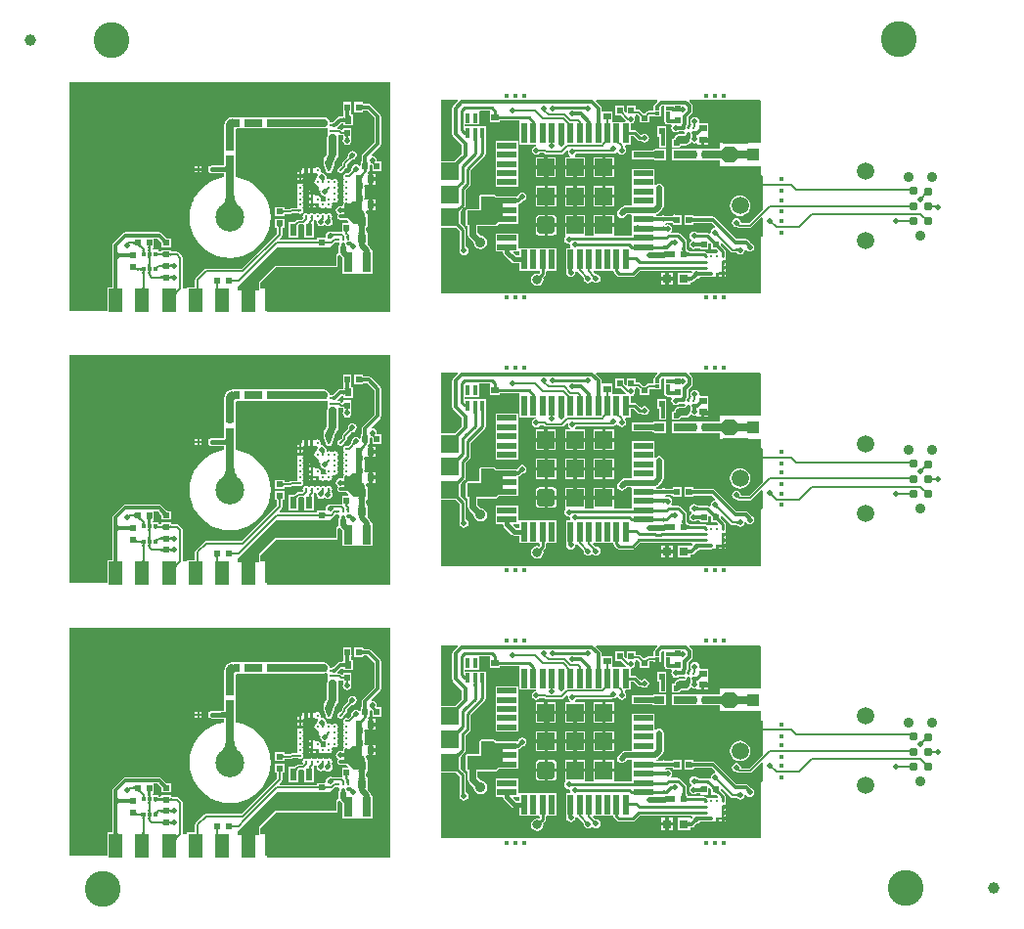
<source format=gbl>
G04*
G04 #@! TF.GenerationSoftware,Altium Limited,Altium Designer,19.1.6 (110)*
G04*
G04 Layer_Physical_Order=2*
G04 Layer_Color=16711680*
%FSAX25Y25*%
%MOIN*%
G70*
G01*
G75*
%ADD10C,0.03937*%
%ADD13R,0.01968X0.02362*%
%ADD14R,0.02362X0.01968*%
%ADD16R,0.04724X0.07874*%
%ADD19R,0.03150X0.03150*%
%ADD20R,0.02362X0.02520*%
%ADD21R,0.03150X0.03150*%
%ADD22R,0.02520X0.02362*%
%ADD25C,0.01181*%
%ADD26C,0.01968*%
%ADD27C,0.00787*%
%ADD28C,0.00600*%
%ADD29C,0.00984*%
%ADD30C,0.01000*%
%ADD31C,0.02362*%
%ADD33C,0.00591*%
%ADD34C,0.00598*%
%ADD35C,0.12205*%
%ADD36O,0.06299X0.05512*%
%ADD37C,0.03543*%
%ADD38C,0.05906*%
%ADD39C,0.03150*%
%ADD40C,0.01575*%
%ADD41C,0.01968*%
%ADD42C,0.02756*%
%ADD43C,0.03110*%
%ADD44C,0.01181*%
%ADD45R,0.01181X0.01968*%
%ADD46R,0.01968X0.02803*%
%ADD47R,0.05906X0.05906*%
%ADD48R,0.01575X0.01181*%
%ADD49R,0.01575X0.03543*%
%ADD50R,0.05906X0.05906*%
G04:AMPARAMS|DCode=51|XSize=59.06mil|YSize=59.06mil|CornerRadius=5.91mil|HoleSize=0mil|Usage=FLASHONLY|Rotation=360.000|XOffset=0mil|YOffset=0mil|HoleType=Round|Shape=RoundedRectangle|*
%AMROUNDEDRECTD51*
21,1,0.05906,0.04724,0,0,360.0*
21,1,0.04724,0.05906,0,0,360.0*
1,1,0.01181,0.02362,-0.02362*
1,1,0.01181,-0.02362,-0.02362*
1,1,0.01181,-0.02362,0.02362*
1,1,0.01181,0.02362,0.02362*
%
%ADD51ROUNDEDRECTD51*%
%ADD52R,0.01968X0.06693*%
%ADD53R,0.06693X0.01968*%
%ADD54R,0.00394X0.00394*%
%ADD55R,0.00984X0.01083*%
%ADD56R,0.01083X0.00984*%
%ADD57R,0.02441X0.02244*%
%ADD58R,0.03937X0.03937*%
%ADD59R,0.08661X0.04134*%
%ADD60R,0.02362X0.02803*%
%ADD61C,0.02803*%
%ADD62C,0.02803*%
%ADD63C,0.01575*%
%ADD64R,0.42126X0.07874*%
%ADD65R,0.02362X0.04331*%
%ADD66R,0.01181X0.00787*%
%ADD67R,0.01181X0.01772*%
%ADD68R,0.02756X0.06693*%
%ADD69R,0.02803X0.02244*%
%ADD70R,0.02244X0.02803*%
%ADD71R,0.01417X0.00984*%
%ADD72R,0.03937X0.02803*%
%ADD73R,0.05118X0.03543*%
%ADD74R,0.02803X0.02520*%
%ADD75C,0.02756*%
%ADD76C,0.09843*%
G36*
X0375270Y0381609D02*
X0375270Y0367244D01*
X0361220D01*
Y0365245D01*
X0356575D01*
X0356575Y0365246D01*
Y0365246D01*
X0352008D01*
Y0365245D01*
X0346937D01*
X0346936Y0365245D01*
X0345011D01*
Y0363373D01*
X0344998Y0363307D01*
X0345011Y0363240D01*
Y0361368D01*
X0346982D01*
Y0361368D01*
X0352008D01*
X0352008Y0361368D01*
Y0361368D01*
X0356575D01*
Y0361368D01*
X0361220D01*
Y0359370D01*
X0375270D01*
Y0356889D01*
X0375339Y0356541D01*
X0375537Y0356245D01*
X0375787Y0356078D01*
X0375787Y0344657D01*
X0371119Y0339988D01*
X0368542D01*
X0368403Y0340157D01*
X0368288Y0340736D01*
X0367960Y0341227D01*
X0367469Y0341555D01*
X0366890Y0341670D01*
X0366311Y0341555D01*
X0365820Y0341227D01*
X0365492Y0340736D01*
X0365376Y0340157D01*
X0365492Y0339578D01*
X0365820Y0339087D01*
X0366311Y0338759D01*
X0366890Y0338644D01*
X0367236Y0338713D01*
X0367353Y0338596D01*
X0367618Y0338419D01*
X0367930Y0338357D01*
X0367930Y0338357D01*
X0371457D01*
X0371769Y0338419D01*
X0372033Y0338596D01*
X0372033Y0338596D01*
X0375325Y0341888D01*
X0375787Y0341697D01*
Y0335654D01*
X0375537Y0335486D01*
X0375339Y0335191D01*
X0375270Y0334842D01*
X0375270Y0332480D01*
X0375270Y0316068D01*
X0362460D01*
X0362402Y0316080D01*
X0362343Y0316068D01*
X0359507D01*
X0359449Y0316080D01*
X0359390Y0316068D01*
X0356555D01*
X0356496Y0316080D01*
X0356437Y0316068D01*
X0294547Y0316068D01*
X0294488Y0316080D01*
X0294429Y0316068D01*
X0291594Y0316068D01*
X0291535Y0316080D01*
X0291477Y0316068D01*
X0288641D01*
X0288583Y0316080D01*
X0288524Y0316068D01*
X0266069D01*
X0266069Y0338476D01*
X0271341D01*
X0272524Y0337294D01*
Y0331023D01*
X0272584Y0330722D01*
X0272542Y0330511D01*
X0272657Y0329932D01*
X0272985Y0329441D01*
X0273476Y0329113D01*
X0274055Y0328998D01*
X0274634Y0329113D01*
X0275125Y0329441D01*
X0275453Y0329932D01*
X0275568Y0330511D01*
X0275453Y0331090D01*
X0275125Y0331581D01*
X0274634Y0331909D01*
X0274563Y0331924D01*
Y0337716D01*
X0274485Y0338106D01*
X0274264Y0338437D01*
X0272783Y0339918D01*
Y0343334D01*
X0272806Y0343371D01*
X0272796Y0343414D01*
X0272813Y0343455D01*
X0272783Y0343526D01*
Y0343791D01*
X0272814Y0343845D01*
X0272899Y0343967D01*
X0273182Y0344301D01*
X0273368Y0344493D01*
X0273388Y0344544D01*
X0274225Y0345381D01*
X0274446Y0345712D01*
X0274523Y0346102D01*
Y0351231D01*
X0275918Y0352625D01*
X0276139Y0352956D01*
X0276216Y0353346D01*
Y0358081D01*
X0281115Y0362979D01*
X0281336Y0363310D01*
X0281413Y0363700D01*
Y0367884D01*
X0281435Y0367932D01*
X0281445Y0368276D01*
X0281456Y0368394D01*
X0281462Y0368437D01*
X0281681D01*
Y0368878D01*
X0281710Y0368949D01*
X0281690Y0368998D01*
X0281701Y0369050D01*
X0281681Y0369080D01*
Y0372980D01*
X0274220D01*
Y0373555D01*
X0279122D01*
Y0378098D01*
X0279571Y0378220D01*
X0282753D01*
X0282843Y0378085D01*
X0282846Y0377586D01*
X0282846D01*
Y0374224D01*
X0286366D01*
Y0374893D01*
X0292939D01*
X0293043Y0374436D01*
X0293043Y0374393D01*
Y0366744D01*
X0295701D01*
X0296012Y0366744D01*
X0296512Y0366744D01*
X0298513D01*
X0298562Y0366244D01*
X0298149Y0366161D01*
X0297658Y0365833D01*
X0297330Y0365342D01*
X0297215Y0364763D01*
X0297330Y0364184D01*
X0297658Y0363693D01*
X0298149Y0363365D01*
X0298728Y0363250D01*
X0299307Y0363365D01*
X0299798Y0363693D01*
X0299905Y0363852D01*
X0301313D01*
X0301467Y0363698D01*
X0301763Y0363500D01*
X0302112Y0363431D01*
X0307256D01*
X0307604Y0363500D01*
X0307900Y0363698D01*
X0309087Y0364885D01*
X0309548Y0364639D01*
X0309481Y0364301D01*
X0309596Y0363721D01*
X0309924Y0363231D01*
X0309988Y0363187D01*
X0310121Y0362508D01*
X0310068Y0362429D01*
X0308405D01*
Y0359566D01*
X0315311D01*
Y0362429D01*
X0311920D01*
X0311867Y0362508D01*
X0311999Y0363187D01*
X0312064Y0363231D01*
X0312321Y0363616D01*
X0324213D01*
X0324561Y0363685D01*
X0324632Y0363733D01*
X0324882Y0363683D01*
X0325461Y0363798D01*
X0325952Y0364126D01*
X0325956Y0364127D01*
X0326521Y0364078D01*
X0326725Y0363772D01*
X0327216Y0363444D01*
X0327795Y0363329D01*
X0328374Y0363444D01*
X0328865Y0363772D01*
X0329193Y0364263D01*
X0329309Y0364842D01*
X0329193Y0365421D01*
X0328865Y0365912D01*
X0328843Y0366365D01*
X0329217Y0366744D01*
X0330854D01*
Y0369579D01*
X0331786D01*
X0333155Y0368209D01*
X0333483Y0367990D01*
X0333870Y0367913D01*
X0334481D01*
X0334520Y0367855D01*
X0335011Y0367527D01*
X0335590Y0367411D01*
X0336169Y0367527D01*
X0336660Y0367855D01*
X0336988Y0368345D01*
X0337103Y0368925D01*
X0336988Y0369504D01*
X0336660Y0369995D01*
X0336169Y0370323D01*
X0335590Y0370438D01*
X0335011Y0370323D01*
X0334520Y0369995D01*
X0334056Y0370169D01*
X0332920Y0371305D01*
X0332592Y0371525D01*
X0332205Y0371602D01*
X0330854D01*
Y0373925D01*
X0331406Y0374034D01*
X0331897Y0374362D01*
X0332225Y0374853D01*
X0332340Y0375433D01*
X0332225Y0376012D01*
X0332202Y0376047D01*
X0332469Y0376547D01*
X0332547D01*
Y0376844D01*
X0333087D01*
X0333752Y0376179D01*
Y0374303D01*
X0337114D01*
Y0376179D01*
X0337323Y0376388D01*
X0338672D01*
Y0376209D01*
X0341247D01*
Y0379546D01*
X0341751Y0380050D01*
X0342215Y0379952D01*
Y0374634D01*
X0342394D01*
X0342437Y0374416D01*
X0342678Y0374056D01*
X0343039Y0373815D01*
X0343464Y0373730D01*
X0344717D01*
X0344977Y0373230D01*
X0344791Y0372953D01*
X0344676Y0372374D01*
X0344791Y0371794D01*
X0345119Y0371303D01*
X0345610Y0370975D01*
X0346189Y0370860D01*
X0346768Y0370975D01*
X0347259Y0371303D01*
X0347268Y0371317D01*
X0348479D01*
X0348511Y0371295D01*
X0348937Y0371210D01*
X0348984Y0371220D01*
X0349399Y0370815D01*
X0349404Y0370794D01*
X0349402Y0370790D01*
X0349376Y0370645D01*
X0349267Y0370400D01*
X0349234Y0370363D01*
X0348037D01*
X0348033Y0370365D01*
X0348028Y0370363D01*
X0348027D01*
X0348022Y0370366D01*
X0347608D01*
X0347463Y0370366D01*
X0347411Y0370344D01*
X0347357Y0370355D01*
X0347071Y0370298D01*
X0347025Y0370267D01*
X0346969D01*
X0346700Y0370156D01*
X0346661Y0370117D01*
X0346606Y0370106D01*
X0346364Y0369944D01*
X0346333Y0369898D01*
X0346282Y0369877D01*
X0346095Y0369689D01*
X0346074Y0369638D01*
X0346027Y0369607D01*
X0345895Y0369409D01*
X0345884Y0369355D01*
X0345845Y0369316D01*
X0345754Y0369095D01*
Y0369040D01*
X0345723Y0368994D01*
X0345677Y0368760D01*
X0345650Y0368728D01*
X0345012D01*
Y0365759D01*
X0346644D01*
X0346672Y0365747D01*
X0346727Y0365746D01*
X0347193Y0365759D01*
Y0365822D01*
X0347413Y0366013D01*
X0347453Y0366051D01*
X0347453Y0366051D01*
X0347453Y0366052D01*
X0347461Y0366059D01*
X0347541Y0366139D01*
X0347817Y0366415D01*
X0347831Y0366428D01*
X0347874Y0366456D01*
X0347909Y0366471D01*
X0347959Y0366481D01*
X0347992Y0366483D01*
X0347999Y0366486D01*
X0349409D01*
X0350151Y0366633D01*
X0350780Y0367054D01*
X0351075Y0367494D01*
X0351638Y0367542D01*
X0351646Y0367539D01*
X0352137Y0367211D01*
X0352716Y0367096D01*
X0353212Y0367195D01*
X0353713Y0366942D01*
Y0366783D01*
X0354882D01*
Y0368464D01*
X0355472D01*
Y0369055D01*
X0357232D01*
Y0370145D01*
X0357232Y0370145D01*
Y0370563D01*
X0357232D01*
X0357232Y0370645D01*
Y0373925D01*
X0354562D01*
X0354154Y0374425D01*
X0354190Y0374606D01*
X0354075Y0375185D01*
X0353747Y0375676D01*
X0353256Y0376004D01*
X0352677Y0376119D01*
X0352097Y0376004D01*
X0351606Y0375676D01*
X0351278Y0375185D01*
X0351163Y0374606D01*
X0351278Y0374027D01*
X0351445Y0373778D01*
X0351362Y0373179D01*
X0351325Y0373125D01*
X0351300Y0373109D01*
X0351059Y0372748D01*
X0350975Y0372322D01*
X0350984Y0372275D01*
X0350559Y0371850D01*
X0350512Y0371859D01*
X0350465Y0371850D01*
X0350040Y0372275D01*
X0350049Y0372322D01*
X0349978Y0372677D01*
X0350050Y0372786D01*
X0350068Y0372877D01*
X0350104Y0372912D01*
X0350345Y0373273D01*
X0350430Y0373698D01*
X0350430Y0373698D01*
Y0376049D01*
X0351570Y0377189D01*
X0351811Y0377550D01*
X0351895Y0377976D01*
X0351895Y0377976D01*
Y0379694D01*
X0351895Y0379694D01*
X0351863Y0379858D01*
Y0379955D01*
X0351863Y0379955D01*
X0351778Y0380381D01*
X0351537Y0380741D01*
X0350816Y0381462D01*
X0351023Y0381962D01*
X0356437D01*
X0356496Y0381951D01*
X0356555Y0381962D01*
X0359390D01*
X0359449Y0381951D01*
X0359507Y0381962D01*
X0362343D01*
X0362402Y0381951D01*
X0362460Y0381962D01*
X0374916D01*
X0375270Y0381609D01*
D02*
G37*
G36*
X0239166Y0380555D02*
X0239201Y0380457D01*
X0239260Y0380370D01*
X0239343Y0380295D01*
X0239449Y0380231D01*
X0239579Y0380179D01*
X0239733Y0380138D01*
X0239910Y0380110D01*
X0240111Y0380092D01*
X0240335Y0380086D01*
Y0378905D01*
X0240111Y0378899D01*
X0239910Y0378882D01*
X0239733Y0378853D01*
X0239579Y0378813D01*
X0239449Y0378761D01*
X0239343Y0378697D01*
X0239260Y0378622D01*
X0239201Y0378535D01*
X0239166Y0378437D01*
X0239154Y0378327D01*
Y0380665D01*
X0239166Y0380555D01*
D02*
G37*
G36*
X0340018Y0381462D02*
X0339173Y0380618D01*
X0339173Y0380618D01*
X0338932Y0380257D01*
X0338874Y0379965D01*
X0338672D01*
Y0378211D01*
X0336946D01*
X0336597Y0378141D01*
X0336301Y0377944D01*
X0335705Y0377348D01*
X0335160D01*
X0334109Y0378400D01*
X0333813Y0378597D01*
X0333465Y0378667D01*
X0332547D01*
Y0379909D01*
X0329579D01*
Y0377717D01*
X0329117Y0377526D01*
X0328610Y0378032D01*
Y0379909D01*
X0325642D01*
Y0376547D01*
X0327518D01*
X0329129Y0374937D01*
X0328922Y0374436D01*
X0327886D01*
Y0374436D01*
X0327543Y0374436D01*
X0327386Y0374436D01*
X0325049D01*
X0324673Y0374736D01*
X0324673Y0374896D01*
Y0378098D01*
X0321153D01*
X0320844Y0378470D01*
Y0379167D01*
X0320844Y0379167D01*
X0320760Y0379593D01*
X0320518Y0379954D01*
X0318972Y0381501D01*
X0319163Y0381962D01*
X0339811D01*
X0340018Y0381462D01*
D02*
G37*
G36*
X0349935Y0370695D02*
X0349935D01*
X0349935Y0370695D01*
Y0370695D01*
D02*
G37*
G36*
X0281117Y0368938D02*
X0281070Y0368909D01*
X0281029Y0368859D01*
X0280993Y0368789D01*
X0280962Y0368699D01*
X0280938Y0368588D01*
X0280918Y0368459D01*
X0280905Y0368308D01*
X0280894Y0367949D01*
X0279894D01*
X0279891Y0368139D01*
X0279869Y0368459D01*
X0279850Y0368588D01*
X0279825Y0368699D01*
X0279795Y0368789D01*
X0279759Y0368859D01*
X0279717Y0368909D01*
X0279671Y0368938D01*
X0279618Y0368949D01*
X0281169D01*
X0281117Y0368938D01*
D02*
G37*
G36*
X0278558D02*
X0278511Y0368909D01*
X0278469Y0368859D01*
X0278434Y0368789D01*
X0278403Y0368699D01*
X0278379Y0368588D01*
X0278359Y0368459D01*
X0278346Y0368308D01*
X0278335Y0367949D01*
X0277335D01*
X0277332Y0368139D01*
X0277310Y0368459D01*
X0277291Y0368588D01*
X0277266Y0368699D01*
X0277235Y0368789D01*
X0277200Y0368859D01*
X0277158Y0368909D01*
X0277112Y0368938D01*
X0277059Y0368949D01*
X0278610D01*
X0278558Y0368938D01*
D02*
G37*
G36*
X0351104Y0370695D02*
Y0369064D01*
X0351033Y0368673D01*
X0350628Y0367988D01*
X0350011Y0367484D01*
X0349258Y0367225D01*
X0348860Y0367234D01*
X0348860Y0367234D01*
X0348860Y0369528D01*
X0349066Y0369583D01*
X0349438Y0369787D01*
X0349725Y0370098D01*
X0349898Y0370486D01*
X0349935Y0370695D01*
X0351104Y0370695D01*
D02*
G37*
G36*
X0347608Y0369824D02*
X0348022D01*
X0347965Y0367023D01*
X0347893Y0367020D01*
X0347751Y0366991D01*
X0347618Y0366936D01*
X0347497Y0366856D01*
X0347444Y0366807D01*
X0347444Y0366807D01*
X0347078Y0366442D01*
X0347039Y0366404D01*
X0346947Y0366345D01*
X0346846Y0366306D01*
X0346738Y0366287D01*
X0346684Y0366288D01*
X0346576Y0366390D01*
X0346403Y0366632D01*
X0346281Y0366903D01*
X0346213Y0367192D01*
X0346207Y0367340D01*
X0346207Y0367340D01*
X0346207Y0368535D01*
X0346207Y0368654D01*
X0346254Y0368888D01*
X0346345Y0369108D01*
X0346478Y0369307D01*
X0346562Y0369391D01*
X0346665Y0369494D01*
X0346907Y0369656D01*
X0347177Y0369767D01*
X0347463Y0369824D01*
X0347608Y0369824D01*
D02*
G37*
G36*
X0271936Y0381501D02*
X0270316Y0379880D01*
X0270075Y0379520D01*
X0269990Y0379094D01*
Y0370354D01*
X0269990Y0370354D01*
X0270075Y0369928D01*
X0270316Y0369568D01*
X0273337Y0366547D01*
Y0363570D01*
X0270896Y0361129D01*
X0266069D01*
X0266069Y0381962D01*
X0271745D01*
X0271936Y0381501D01*
D02*
G37*
G36*
X0243595Y0360878D02*
X0243569Y0360797D01*
X0243554Y0360717D01*
X0243550Y0360638D01*
X0243558Y0360561D01*
X0243576Y0360486D01*
X0243597Y0360435D01*
X0243671Y0360391D01*
X0243750Y0360357D01*
X0243817Y0360342D01*
X0243875Y0360346D01*
X0243921Y0360368D01*
X0243957Y0360409D01*
X0243331Y0359389D01*
X0243355Y0359443D01*
X0243363Y0359503D01*
X0243357Y0359570D01*
X0243336Y0359643D01*
X0243301Y0359724D01*
X0243250Y0359810D01*
X0243185Y0359904D01*
X0243106Y0360004D01*
X0243022Y0360094D01*
X0242934Y0360168D01*
X0242863Y0360220D01*
X0242708Y0360321D01*
X0242535Y0360417D01*
X0242345Y0360510D01*
X0243099Y0360775D01*
X0243122Y0360839D01*
X0243165Y0360798D01*
X0243632Y0360962D01*
X0243595Y0360878D01*
D02*
G37*
G36*
X0240949Y0361378D02*
X0240979Y0361000D01*
X0241006Y0360846D01*
X0241040Y0360716D01*
X0241082Y0360610D01*
X0241132Y0360527D01*
X0241189Y0360468D01*
X0241254Y0360433D01*
X0241327Y0360421D01*
X0239382D01*
X0239455Y0360433D01*
X0239520Y0360468D01*
X0239577Y0360527D01*
X0239626Y0360610D01*
X0239668Y0360716D01*
X0239703Y0360846D01*
X0239729Y0361000D01*
X0239749Y0361177D01*
X0239764Y0361602D01*
X0240945D01*
X0240949Y0361378D01*
D02*
G37*
G36*
X0248892Y0387868D02*
Y0310163D01*
X0206102Y0310163D01*
Y0317520D01*
X0204675D01*
Y0319658D01*
X0209949Y0324931D01*
X0230433Y0324931D01*
X0230816Y0325090D01*
X0230974Y0325472D01*
X0230974Y0328622D01*
X0230974Y0328622D01*
Y0328651D01*
X0231245Y0328902D01*
X0231804Y0328843D01*
X0232728Y0327919D01*
Y0322833D01*
X0235984D01*
Y0322807D01*
X0239528D01*
Y0322833D01*
X0242783D01*
Y0330526D01*
X0242419Y0330669D01*
X0242304Y0331248D01*
X0241976Y0331739D01*
X0241976Y0331739D01*
X0241535Y0332180D01*
X0241287Y0332571D01*
X0241287D01*
X0241287Y0332571D01*
Y0336119D01*
X0241296Y0336134D01*
X0241287Y0336168D01*
Y0336175D01*
X0241301Y0336209D01*
X0241287Y0336242D01*
Y0336721D01*
X0240875D01*
X0240842Y0336740D01*
X0240814Y0336800D01*
X0240779Y0336915D01*
X0240748Y0337066D01*
X0240704Y0337525D01*
X0240699Y0337791D01*
X0240717Y0338289D01*
X0240737Y0338474D01*
X0240764Y0338626D01*
X0240793Y0338735D01*
X0240800Y0338752D01*
X0241327D01*
Y0342902D01*
X0241181D01*
X0240765Y0343110D01*
X0240650Y0343689D01*
X0240495Y0343921D01*
X0240762Y0344421D01*
X0241575D01*
Y0346181D01*
Y0347941D01*
X0240567D01*
X0240484Y0347941D01*
X0240249D01*
X0239982Y0348441D01*
X0240067Y0348831D01*
X0240076Y0349196D01*
X0240067Y0349271D01*
Y0349272D01*
X0240096Y0349343D01*
X0240067Y0349413D01*
Y0351768D01*
X0240096Y0351838D01*
X0240067Y0351909D01*
X0240067Y0351910D01*
X0240076Y0351985D01*
X0240067Y0352350D01*
X0240024Y0352679D01*
X0240356Y0353162D01*
X0240484D01*
Y0353162D01*
X0241575D01*
Y0354921D01*
Y0356707D01*
X0241559Y0356716D01*
X0241319Y0357071D01*
X0241493Y0357571D01*
X0241839D01*
Y0359631D01*
X0242163Y0359854D01*
X0242339Y0359907D01*
X0242427Y0359857D01*
X0242555Y0359774D01*
X0242600Y0359741D01*
X0242649Y0359701D01*
X0242695Y0359651D01*
X0242751Y0359580D01*
X0242793Y0359520D01*
X0242807Y0359496D01*
Y0359278D01*
X0242805Y0359263D01*
X0242807Y0359260D01*
Y0357571D01*
X0245776D01*
Y0360933D01*
X0244567D01*
X0244249Y0361320D01*
X0244267Y0361406D01*
X0244151Y0361985D01*
X0243823Y0362476D01*
X0243332Y0362804D01*
X0242753Y0362919D01*
X0242720Y0362912D01*
X0242473Y0363373D01*
X0245408Y0366308D01*
X0245649Y0366668D01*
X0245733Y0367094D01*
Y0376344D01*
X0245649Y0376770D01*
X0245408Y0377130D01*
X0245408Y0377130D01*
X0242256Y0380282D01*
X0241895Y0380523D01*
X0241470Y0380608D01*
X0241470Y0380608D01*
X0240393D01*
X0240349Y0380627D01*
X0240141Y0380633D01*
X0239977Y0380647D01*
X0239846Y0380668D01*
X0239750Y0380694D01*
X0239693Y0380716D01*
X0239692Y0380723D01*
X0239666Y0380770D01*
Y0381177D01*
X0239225D01*
X0239154Y0381206D01*
X0239126Y0381194D01*
X0239096Y0381203D01*
X0239048Y0381177D01*
X0236698D01*
Y0377815D01*
X0239048D01*
X0239096Y0377789D01*
X0239126Y0377797D01*
X0239154Y0377785D01*
X0239225Y0377815D01*
X0239666D01*
Y0378221D01*
X0239692Y0378269D01*
X0239693Y0378275D01*
X0239750Y0378298D01*
X0239846Y0378323D01*
X0239977Y0378345D01*
X0240141Y0378359D01*
X0240349Y0378364D01*
X0240393Y0378384D01*
X0241009D01*
X0243509Y0375884D01*
Y0367554D01*
X0239568Y0363613D01*
X0239327Y0363252D01*
X0239242Y0362827D01*
X0239242Y0362827D01*
Y0361664D01*
X0239223Y0361622D01*
X0239208Y0361216D01*
X0239193Y0361075D01*
X0239174Y0360962D01*
X0239166Y0360933D01*
X0238870D01*
Y0360492D01*
X0238841Y0360421D01*
X0238858Y0360379D01*
X0238848Y0360334D01*
X0238870Y0360298D01*
Y0359543D01*
X0238370Y0359392D01*
X0238275Y0359535D01*
X0237784Y0359863D01*
X0237205Y0359978D01*
X0236625Y0359863D01*
X0236134Y0359535D01*
X0235806Y0359044D01*
X0235701Y0358516D01*
X0235679Y0358465D01*
X0235678Y0358376D01*
X0235672Y0358309D01*
X0235663Y0358249D01*
X0235651Y0358197D01*
X0235636Y0358150D01*
X0235619Y0358109D01*
X0235601Y0358072D01*
X0235580Y0358039D01*
X0235556Y0358008D01*
X0235513Y0357961D01*
X0235493Y0357905D01*
X0234528Y0356940D01*
X0234363Y0357051D01*
X0233937Y0357136D01*
X0233511Y0357051D01*
X0233151Y0356810D01*
X0232910Y0356449D01*
X0232825Y0356024D01*
X0232910Y0355598D01*
X0233056Y0355379D01*
X0233116Y0355039D01*
X0233056Y0354699D01*
X0232910Y0354481D01*
X0232825Y0354055D01*
X0232910Y0353630D01*
X0233056Y0353411D01*
X0233116Y0353071D01*
X0233056Y0352731D01*
X0232910Y0352512D01*
X0232825Y0352087D01*
X0232910Y0351661D01*
X0233056Y0351442D01*
X0233116Y0351102D01*
X0233056Y0350763D01*
X0232910Y0350544D01*
X0232825Y0350118D01*
X0232910Y0349693D01*
X0233056Y0349474D01*
X0233116Y0349134D01*
X0233056Y0348794D01*
X0232910Y0348575D01*
X0232825Y0348150D01*
X0232910Y0347724D01*
X0233056Y0347505D01*
X0233116Y0347165D01*
X0233056Y0346826D01*
X0232910Y0346607D01*
X0232825Y0346181D01*
Y0346118D01*
X0232482Y0345874D01*
X0232325Y0345821D01*
X0231811Y0345923D01*
X0231232Y0345808D01*
X0230741Y0345480D01*
X0230413Y0344989D01*
X0230298Y0344409D01*
X0230413Y0343830D01*
X0230741Y0343339D01*
X0231182Y0343045D01*
Y0343030D01*
X0230941Y0342670D01*
X0230857Y0342244D01*
X0230941Y0341819D01*
X0231182Y0341458D01*
X0231543Y0341217D01*
X0231968Y0341132D01*
X0233937D01*
X0234062Y0341157D01*
X0234690Y0340529D01*
X0234499Y0340067D01*
X0232453D01*
Y0337024D01*
X0232323Y0336917D01*
X0229700D01*
X0229677Y0336933D01*
X0229627Y0336923D01*
X0229581Y0336943D01*
X0229501Y0336944D01*
X0229437Y0336947D01*
X0229210Y0336970D01*
X0229158Y0336979D01*
X0228938Y0337030D01*
X0228871Y0337049D01*
X0228865Y0337049D01*
X0228860Y0337052D01*
X0228753Y0337039D01*
X0228425Y0337104D01*
X0227846Y0336989D01*
X0227355Y0336661D01*
X0227027Y0336170D01*
X0226912Y0335591D01*
X0226952Y0335386D01*
X0226555Y0334887D01*
X0223813D01*
Y0334245D01*
X0223812Y0334245D01*
X0223712Y0334243D01*
X0223655Y0334217D01*
X0211277D01*
X0211086Y0334679D01*
X0211865Y0335458D01*
X0212062Y0335754D01*
X0212132Y0336102D01*
Y0338134D01*
X0212155Y0338187D01*
X0212159Y0338320D01*
X0212167Y0338416D01*
X0212177Y0338476D01*
X0212902D01*
Y0339873D01*
X0212919Y0339961D01*
X0212902Y0340049D01*
Y0341445D01*
X0209539D01*
Y0338476D01*
X0210264D01*
X0210274Y0338416D01*
X0210282Y0338320D01*
X0210286Y0338187D01*
X0210309Y0338134D01*
Y0336480D01*
X0198323Y0324494D01*
X0186084D01*
X0185736Y0324425D01*
X0185440Y0324227D01*
X0182623Y0321410D01*
X0182426Y0321115D01*
X0182357Y0320766D01*
Y0318020D01*
X0179618D01*
Y0317520D01*
X0178273D01*
Y0328150D01*
X0178204Y0328498D01*
X0178006Y0328794D01*
X0176825Y0329975D01*
X0176530Y0330173D01*
X0176181Y0330242D01*
X0174661D01*
X0174608Y0330265D01*
X0174473Y0330269D01*
X0174374Y0330278D01*
X0174319Y0330287D01*
Y0330815D01*
X0170957D01*
Y0330537D01*
X0170690Y0330362D01*
X0170465Y0330266D01*
X0169966Y0330271D01*
X0169887Y0330278D01*
X0169831Y0330287D01*
Y0330894D01*
X0168198D01*
X0167971Y0331279D01*
X0168153Y0331587D01*
X0168217D01*
Y0334676D01*
X0169658D01*
X0170172Y0334161D01*
X0170173Y0334152D01*
X0170201Y0334133D01*
X0170221Y0334112D01*
X0170238Y0334068D01*
X0170677Y0333597D01*
X0170827Y0333411D01*
X0170941Y0333250D01*
X0170957Y0333222D01*
Y0332854D01*
X0170943Y0332830D01*
X0170956Y0332785D01*
X0170940Y0332740D01*
X0170957Y0332705D01*
Y0331784D01*
X0174319D01*
Y0334752D01*
X0173424D01*
X0173400Y0334766D01*
X0173352Y0334752D01*
X0172915D01*
X0172804Y0334816D01*
X0172654Y0334921D01*
X0172263Y0335251D01*
X0172041Y0335465D01*
X0171995Y0335483D01*
X0170904Y0336574D01*
X0170544Y0336815D01*
X0170118Y0336899D01*
X0170118Y0336899D01*
X0158620D01*
X0158194Y0336815D01*
X0157834Y0336574D01*
X0157834Y0336574D01*
X0154529Y0333269D01*
X0154288Y0332908D01*
X0154203Y0332483D01*
X0154203Y0332483D01*
Y0329057D01*
X0154194Y0329043D01*
X0154203Y0328996D01*
Y0328878D01*
X0154194Y0328831D01*
X0154203Y0328817D01*
Y0318747D01*
X0154183Y0318703D01*
X0154178Y0318495D01*
X0154164Y0318332D01*
X0154142Y0318202D01*
X0154116Y0318106D01*
X0154092Y0318048D01*
X0154092Y0318048D01*
X0154077Y0318046D01*
X0154029Y0318020D01*
X0152453D01*
Y0310163D01*
X0139691D01*
Y0387868D01*
X0248892Y0387868D01*
D02*
G37*
G36*
X0240768Y0358818D02*
X0240763Y0358779D01*
X0240757Y0358630D01*
X0240752Y0358095D01*
X0241142D01*
X0241067Y0358087D01*
X0241000Y0358063D01*
X0240941Y0358023D01*
X0240890Y0357967D01*
X0240846Y0357895D01*
X0240811Y0357807D01*
X0240784Y0357703D01*
X0240764Y0357583D01*
X0240752Y0357447D01*
X0240748Y0357296D01*
X0239961D01*
X0239957Y0357447D01*
X0239945Y0357583D01*
X0239925Y0357703D01*
X0239898Y0357807D01*
X0239862Y0357895D01*
X0239819Y0357967D01*
X0239768Y0358023D01*
X0239709Y0358063D01*
X0239642Y0358087D01*
X0239567Y0358095D01*
X0239951D01*
X0239936Y0358835D01*
X0240772D01*
X0240768Y0358818D01*
D02*
G37*
G36*
X0237195Y0357480D02*
X0237088Y0357478D01*
X0236986Y0357470D01*
X0236888Y0357455D01*
X0236795Y0357434D01*
X0236707Y0357406D01*
X0236623Y0357372D01*
X0236544Y0357332D01*
X0236470Y0357285D01*
X0236401Y0357232D01*
X0236335Y0357172D01*
X0235912Y0357595D01*
X0235972Y0357661D01*
X0236025Y0357730D01*
X0236072Y0357804D01*
X0236112Y0357883D01*
X0236146Y0357967D01*
X0236174Y0358055D01*
X0236195Y0358148D01*
X0236210Y0358246D01*
X0236218Y0358348D01*
X0236220Y0358455D01*
X0237195Y0357480D01*
D02*
G37*
G36*
X0240112Y0356484D02*
X0239941Y0356308D01*
X0239674Y0355998D01*
X0239580Y0355865D01*
X0239510Y0355746D01*
X0239466Y0355642D01*
X0239447Y0355553D01*
X0239454Y0355477D01*
X0239486Y0355417D01*
X0239543Y0355371D01*
X0238126Y0356157D01*
X0238201Y0356128D01*
X0238283Y0356118D01*
X0238374Y0356127D01*
X0238473Y0356155D01*
X0238580Y0356202D01*
X0238695Y0356269D01*
X0238819Y0356354D01*
X0238951Y0356459D01*
X0239091Y0356583D01*
X0239240Y0356726D01*
X0240112Y0356484D01*
D02*
G37*
G36*
X0239371Y0353674D02*
X0239555D01*
X0239520Y0353654D01*
X0239488Y0353595D01*
X0239461Y0353496D01*
X0239437Y0353359D01*
X0239416Y0353181D01*
X0239404Y0352929D01*
X0239461Y0352016D01*
X0239488Y0351917D01*
X0239520Y0351858D01*
X0239555Y0351838D01*
X0239371D01*
X0239370Y0351705D01*
X0237402D01*
X0237401Y0351838D01*
X0237217D01*
X0237252Y0351858D01*
X0237283Y0351917D01*
X0237311Y0352016D01*
X0237335Y0352153D01*
X0237355Y0352331D01*
X0237368Y0352583D01*
X0237311Y0353496D01*
X0237283Y0353595D01*
X0237252Y0353654D01*
X0237217Y0353674D01*
X0237400D01*
X0237402Y0353807D01*
X0239370D01*
X0239371Y0353674D01*
D02*
G37*
G36*
X0272978Y0344869D02*
X0272780Y0344664D01*
X0272469Y0344297D01*
X0272356Y0344134D01*
X0272271Y0343986D01*
X0272215Y0343851D01*
X0272186Y0343731D01*
Y0343625D01*
X0272215Y0343533D01*
X0272271Y0343455D01*
X0270857Y0344869D01*
X0270935Y0344813D01*
X0271027Y0344784D01*
X0271133D01*
X0271253Y0344813D01*
X0271388Y0344869D01*
X0271536Y0344954D01*
X0271699Y0345067D01*
X0271875Y0345209D01*
X0272271Y0345577D01*
X0272978Y0344869D01*
D02*
G37*
G36*
X0232538Y0345080D02*
X0232572Y0345063D01*
X0232615Y0345048D01*
X0232668Y0345036D01*
X0232731Y0345025D01*
X0232885Y0345009D01*
X0233078Y0345001D01*
X0233189Y0345000D01*
Y0343819D01*
X0233078Y0343818D01*
X0232731Y0343794D01*
X0232668Y0343784D01*
X0232615Y0343771D01*
X0232572Y0343756D01*
X0232538Y0343739D01*
X0232514Y0343721D01*
Y0345098D01*
X0232538Y0345080D01*
D02*
G37*
G36*
X0239370Y0349343D02*
X0239555D01*
X0239520Y0349323D01*
X0239488Y0349264D01*
X0239461Y0349166D01*
X0239437Y0349028D01*
X0239416Y0348851D01*
X0239401Y0348554D01*
X0239461Y0347606D01*
X0239488Y0347508D01*
X0239520Y0347449D01*
X0239555Y0347429D01*
X0239371D01*
X0239370Y0347374D01*
X0237598D01*
Y0345473D01*
X0239173Y0343898D01*
Y0340748D01*
X0237992Y0339567D01*
X0236417D01*
X0234055Y0341929D01*
Y0346654D01*
X0235236D01*
X0236024Y0347441D01*
X0237238D01*
X0237252Y0347449D01*
X0237283Y0347508D01*
X0237311Y0347606D01*
X0237335Y0347744D01*
X0237355Y0347921D01*
X0237370Y0348218D01*
X0237311Y0349166D01*
X0237283Y0349264D01*
X0237252Y0349323D01*
X0237217Y0349343D01*
X0237401D01*
X0237402Y0349397D01*
X0239370D01*
X0239370Y0349343D01*
D02*
G37*
G36*
X0211933Y0338981D02*
X0211866Y0338957D01*
X0211807Y0338918D01*
X0211756Y0338862D01*
X0211713Y0338792D01*
X0211677Y0338705D01*
X0211650Y0338603D01*
X0211630Y0338485D01*
X0211618Y0338351D01*
X0211614Y0338201D01*
X0210827D01*
X0210823Y0338351D01*
X0210811Y0338485D01*
X0210791Y0338603D01*
X0210764Y0338705D01*
X0210728Y0338792D01*
X0210685Y0338862D01*
X0210634Y0338918D01*
X0210575Y0338957D01*
X0210508Y0338981D01*
X0210433Y0338988D01*
X0212008D01*
X0211933Y0338981D01*
D02*
G37*
G36*
X0234595Y0337222D02*
X0234540Y0337199D01*
X0234491Y0337163D01*
X0234448Y0337112D01*
X0234412Y0337046D01*
X0234383Y0336965D01*
X0234360Y0336870D01*
X0234344Y0336760D01*
X0234334Y0336635D01*
X0234331Y0336496D01*
X0233543D01*
X0233540Y0336635D01*
X0233530Y0336760D01*
X0233514Y0336870D01*
X0233491Y0336965D01*
X0233462Y0337046D01*
X0233426Y0337112D01*
X0233383Y0337163D01*
X0233334Y0337199D01*
X0233278Y0337222D01*
X0233216Y0337229D01*
X0234658D01*
X0234595Y0337222D01*
D02*
G37*
G36*
X0240550Y0339261D02*
X0240468Y0339217D01*
X0240395Y0339143D01*
X0240332Y0339039D01*
X0240279Y0338906D01*
X0240235Y0338743D01*
X0240201Y0338550D01*
X0240177Y0338328D01*
X0240158Y0337795D01*
X0240163Y0337494D01*
X0240212Y0336986D01*
X0240254Y0336780D01*
X0240308Y0336605D01*
X0240374Y0336462D01*
X0240453Y0336351D01*
X0240543Y0336272D01*
X0240646Y0336224D01*
X0240760Y0336209D01*
X0237650D01*
X0237752Y0336224D01*
X0237844Y0336272D01*
X0237925Y0336351D01*
X0237995Y0336462D01*
X0238054Y0336605D01*
X0238103Y0336780D01*
X0238141Y0336986D01*
X0238167Y0337224D01*
X0238184Y0337494D01*
X0238189Y0337795D01*
X0238184Y0338077D01*
X0238145Y0338550D01*
X0238111Y0338743D01*
X0238068Y0338906D01*
X0238015Y0339039D01*
X0237952Y0339143D01*
X0237879Y0339217D01*
X0237797Y0339261D01*
X0237704Y0339276D01*
X0240642D01*
X0240550Y0339261D01*
D02*
G37*
G36*
X0228801Y0336506D02*
X0229053Y0336448D01*
X0229138Y0336434D01*
X0229397Y0336407D01*
X0229485Y0336403D01*
X0229573Y0336402D01*
X0229977Y0335803D01*
X0229882Y0335799D01*
X0229796Y0335786D01*
X0229717Y0335764D01*
X0229646Y0335734D01*
X0229583Y0335694D01*
X0229527Y0335646D01*
X0229480Y0335590D01*
X0229440Y0335525D01*
X0229408Y0335450D01*
X0229384Y0335368D01*
X0228718Y0336530D01*
X0228801Y0336506D01*
D02*
G37*
G36*
X0234843Y0335528D02*
X0234883Y0334882D01*
X0234893Y0334846D01*
X0234905Y0334823D01*
X0233992D01*
X0234004Y0334846D01*
X0234015Y0334882D01*
X0234024Y0334932D01*
X0234033Y0334997D01*
X0234045Y0335167D01*
X0234055Y0335677D01*
X0234842D01*
X0234843Y0335528D01*
D02*
G37*
G36*
X0233175Y0335450D02*
X0233189Y0335266D01*
X0233201Y0335183D01*
X0233216Y0335105D01*
X0233235Y0335033D01*
X0233257Y0334968D01*
X0233283Y0334908D01*
X0233312Y0334854D01*
X0233345Y0334805D01*
X0232403D01*
X0232436Y0334854D01*
X0232465Y0334908D01*
X0232491Y0334968D01*
X0232513Y0335033D01*
X0232532Y0335105D01*
X0232547Y0335183D01*
X0232559Y0335266D01*
X0232573Y0335450D01*
X0232575Y0335551D01*
X0233173D01*
X0233175Y0335450D01*
D02*
G37*
G36*
X0230939Y0333981D02*
X0230892Y0334013D01*
X0230839Y0334042D01*
X0230780Y0334067D01*
X0230714Y0334089D01*
X0230643Y0334108D01*
X0230565Y0334123D01*
X0230481Y0334135D01*
X0230294Y0334148D01*
X0230192Y0334150D01*
Y0334748D01*
X0230294Y0334750D01*
X0230481Y0334763D01*
X0230565Y0334775D01*
X0230643Y0334790D01*
X0230714Y0334809D01*
X0230780Y0334831D01*
X0230839Y0334856D01*
X0230892Y0334885D01*
X0230939Y0334916D01*
Y0333981D01*
D02*
G37*
G36*
X0226657Y0333944D02*
X0226676Y0333893D01*
X0226706Y0333848D01*
X0226749Y0333809D01*
X0226804Y0333776D01*
X0226871Y0333749D01*
X0226950Y0333728D01*
X0227042Y0333714D01*
X0227146Y0333704D01*
X0227261Y0333701D01*
Y0333103D01*
X0227146Y0333100D01*
X0227042Y0333091D01*
X0226950Y0333076D01*
X0226871Y0333055D01*
X0226804Y0333028D01*
X0226749Y0332995D01*
X0226706Y0332956D01*
X0226676Y0332912D01*
X0226657Y0332861D01*
X0226651Y0332804D01*
Y0334001D01*
X0226657Y0333944D01*
D02*
G37*
G36*
X0224337Y0332804D02*
X0224331Y0332861D01*
X0224312Y0332912D01*
X0224282Y0332956D01*
X0224239Y0332995D01*
X0224184Y0333028D01*
X0224117Y0333055D01*
X0224038Y0333076D01*
X0223946Y0333091D01*
X0223842Y0333100D01*
X0223726Y0333103D01*
Y0333701D01*
X0223842Y0333704D01*
X0223946Y0333714D01*
X0224038Y0333728D01*
X0224117Y0333749D01*
X0224184Y0333776D01*
X0224239Y0333809D01*
X0224282Y0333848D01*
X0224312Y0333893D01*
X0224331Y0333944D01*
X0224337Y0334001D01*
Y0332804D01*
D02*
G37*
G36*
X0171900Y0334849D02*
X0172324Y0334491D01*
X0172514Y0334359D01*
X0172688Y0334259D01*
X0172848Y0334190D01*
X0172992Y0334152D01*
X0173122Y0334146D01*
X0173236Y0334171D01*
X0173336Y0334228D01*
X0171481Y0332767D01*
X0171555Y0332849D01*
X0171594Y0332949D01*
X0171598Y0333069D01*
X0171566Y0333208D01*
X0171499Y0333366D01*
X0171397Y0333542D01*
X0171259Y0333737D01*
X0171086Y0333952D01*
X0170633Y0334437D01*
X0171666Y0335075D01*
X0171900Y0334849D01*
D02*
G37*
G36*
X0161835Y0332480D02*
X0161827Y0332555D01*
X0161803Y0332622D01*
X0161763Y0332681D01*
X0161707Y0332732D01*
X0161635Y0332776D01*
X0161547Y0332811D01*
X0161443Y0332839D01*
X0161323Y0332858D01*
X0161188Y0332870D01*
X0161036Y0332874D01*
Y0333662D01*
X0161188Y0333665D01*
X0161323Y0333677D01*
X0161443Y0333697D01*
X0161547Y0333724D01*
X0161635Y0333760D01*
X0161707Y0333803D01*
X0161763Y0333854D01*
X0161803Y0333913D01*
X0161827Y0333980D01*
X0161835Y0334055D01*
Y0332480D01*
D02*
G37*
G36*
X0163703Y0332964D02*
X0163675Y0332899D01*
X0163672Y0332821D01*
X0163692Y0332730D01*
X0163737Y0332625D01*
X0163806Y0332507D01*
X0163899Y0332376D01*
X0164017Y0332231D01*
X0164324Y0331902D01*
X0163571Y0331542D01*
X0163417Y0331690D01*
X0163138Y0331926D01*
X0163012Y0332013D01*
X0162896Y0332080D01*
X0162789Y0332127D01*
X0162692Y0332154D01*
X0162604Y0332159D01*
X0162526Y0332145D01*
X0162457Y0332111D01*
X0163756Y0333015D01*
X0163703Y0332964D01*
D02*
G37*
G36*
X0233465Y0332101D02*
X0232874Y0331510D01*
X0232283Y0332101D01*
Y0332874D01*
X0233465D01*
Y0332101D01*
D02*
G37*
G36*
X0167484Y0332103D02*
X0167417Y0332079D01*
X0167358Y0332039D01*
X0167307Y0331983D01*
X0167264Y0331911D01*
X0167228Y0331823D01*
X0167201Y0331719D01*
X0167181Y0331599D01*
X0167169Y0331463D01*
X0167165Y0331311D01*
X0166378D01*
X0166374Y0331463D01*
X0166362Y0331599D01*
X0166342Y0331719D01*
X0166315Y0331823D01*
X0166279Y0331911D01*
X0166236Y0331983D01*
X0166185Y0332039D01*
X0166126Y0332079D01*
X0166059Y0332103D01*
X0165984Y0332111D01*
X0167559D01*
X0167484Y0332103D01*
D02*
G37*
G36*
X0167167Y0331020D02*
X0167195Y0330665D01*
X0167212Y0330579D01*
X0167232Y0330508D01*
X0167256Y0330453D01*
X0167284Y0330413D01*
X0167315Y0330390D01*
X0167350Y0330382D01*
X0166193D01*
X0166228Y0330390D01*
X0166260Y0330413D01*
X0166287Y0330453D01*
X0166311Y0330508D01*
X0166332Y0330579D01*
X0166348Y0330665D01*
X0166361Y0330768D01*
X0166376Y0331020D01*
X0166378Y0331169D01*
X0167165D01*
X0167167Y0331020D01*
D02*
G37*
G36*
X0165198Y0330774D02*
X0165211Y0330556D01*
X0165220Y0330503D01*
X0165229Y0330459D01*
X0165241Y0330425D01*
X0165255Y0330401D01*
X0165270Y0330387D01*
X0165288Y0330382D01*
X0164319D01*
X0164336Y0330387D01*
X0164351Y0330401D01*
X0164365Y0330425D01*
X0164377Y0330459D01*
X0164387Y0330503D01*
X0164395Y0330556D01*
X0164406Y0330692D01*
X0164409Y0330866D01*
X0165197D01*
X0165198Y0330774D01*
D02*
G37*
G36*
X0169315Y0330043D02*
X0169340Y0329977D01*
X0169380Y0329917D01*
X0169436Y0329866D01*
X0169508Y0329823D01*
X0169596Y0329787D01*
X0169700Y0329760D01*
X0169819Y0329740D01*
X0169940Y0329730D01*
X0170539Y0329725D01*
Y0328937D01*
X0169843Y0328923D01*
X0169704Y0328910D01*
X0169602Y0328889D01*
X0169516Y0328861D01*
X0169445Y0328828D01*
X0169390Y0328789D01*
X0169350Y0328743D01*
X0169327Y0328692D01*
X0169319Y0328634D01*
X0169307Y0330118D01*
X0169315Y0330043D01*
D02*
G37*
G36*
X0173803D02*
X0173827Y0329977D01*
X0173867Y0329917D01*
X0173923Y0329866D01*
X0173995Y0329823D01*
X0174083Y0329787D01*
X0174187Y0329760D01*
X0174306Y0329740D01*
X0174442Y0329728D01*
X0174594Y0329725D01*
Y0328937D01*
X0174442Y0328933D01*
X0174306Y0328921D01*
X0174187Y0328902D01*
X0174083Y0328874D01*
X0173995Y0328839D01*
X0173923Y0328795D01*
X0173867Y0328744D01*
X0173827Y0328685D01*
X0173803Y0328618D01*
X0173795Y0328543D01*
Y0330118D01*
X0173803Y0330043D01*
D02*
G37*
G36*
X0171481Y0328543D02*
X0171473Y0328618D01*
X0171449Y0328685D01*
X0171409Y0328744D01*
X0171353Y0328795D01*
X0171281Y0328839D01*
X0171193Y0328874D01*
X0171089Y0328902D01*
X0170969Y0328921D01*
X0170833Y0328933D01*
X0170681Y0328937D01*
Y0329725D01*
X0170833Y0329728D01*
X0170969Y0329740D01*
X0171089Y0329760D01*
X0171193Y0329787D01*
X0171281Y0329823D01*
X0171353Y0329866D01*
X0171409Y0329917D01*
X0171449Y0329977D01*
X0171473Y0330043D01*
X0171481Y0330118D01*
Y0328543D01*
D02*
G37*
G36*
X0160051Y0327965D02*
X0160040Y0328037D01*
X0160004Y0328102D01*
X0159945Y0328159D01*
X0159862Y0328209D01*
X0159756Y0328251D01*
X0159626Y0328286D01*
X0159473Y0328312D01*
X0159295Y0328331D01*
X0158870Y0328346D01*
Y0329528D01*
X0159095Y0329532D01*
X0159473Y0329562D01*
X0159626Y0329589D01*
X0159756Y0329623D01*
X0159862Y0329665D01*
X0159945Y0329715D01*
X0160004Y0329772D01*
X0160040Y0329837D01*
X0160051Y0329909D01*
Y0327965D01*
D02*
G37*
G36*
X0167315Y0328626D02*
X0167284Y0328603D01*
X0167256Y0328563D01*
X0167232Y0328508D01*
X0167212Y0328437D01*
X0167195Y0328351D01*
X0167182Y0328248D01*
X0167167Y0327996D01*
X0167165Y0327847D01*
X0166378D01*
X0166376Y0327996D01*
X0166348Y0328351D01*
X0166332Y0328437D01*
X0166311Y0328508D01*
X0166287Y0328563D01*
X0166260Y0328603D01*
X0166228Y0328626D01*
X0166193Y0328634D01*
X0167350D01*
X0167315Y0328626D01*
D02*
G37*
G36*
X0155917Y0330484D02*
X0155953Y0330284D01*
X0156012Y0330106D01*
X0156095Y0329953D01*
X0156201Y0329823D01*
X0156331Y0329717D01*
X0156484Y0329634D01*
X0156661Y0329575D01*
X0156862Y0329539D01*
X0157087Y0329528D01*
Y0328346D01*
X0156862Y0328335D01*
X0156661Y0328299D01*
X0156484Y0328240D01*
X0156331Y0328158D01*
X0156201Y0328051D01*
X0156095Y0327921D01*
X0156012Y0327768D01*
X0155953Y0327591D01*
X0155917Y0327390D01*
X0155905Y0327166D01*
X0154724Y0328937D01*
X0155905Y0330709D01*
X0155917Y0330484D01*
D02*
G37*
G36*
X0231614Y0333071D02*
Y0332536D01*
X0231221Y0332143D01*
Y0329844D01*
X0230433Y0329056D01*
X0230433Y0328622D01*
X0230433D01*
X0230433Y0325472D01*
X0209724Y0325472D01*
X0204134Y0319882D01*
Y0317126D01*
X0197047D01*
X0197047Y0318465D01*
X0210275Y0331692D01*
X0228308Y0331693D01*
X0230079Y0333465D01*
X0231221D01*
X0231614Y0333071D01*
D02*
G37*
G36*
X0167167Y0325705D02*
X0167195Y0325350D01*
X0167212Y0325264D01*
X0167232Y0325193D01*
X0167256Y0325138D01*
X0167284Y0325098D01*
X0167315Y0325075D01*
X0167350Y0325067D01*
X0166193D01*
X0166228Y0325075D01*
X0166260Y0325098D01*
X0166287Y0325138D01*
X0166311Y0325193D01*
X0166332Y0325264D01*
X0166348Y0325350D01*
X0166361Y0325453D01*
X0166376Y0325705D01*
X0166378Y0325854D01*
X0167165D01*
X0167167Y0325705D01*
D02*
G37*
G36*
X0169876Y0324771D02*
X0169731Y0324622D01*
X0169502Y0324349D01*
X0169416Y0324225D01*
X0169349Y0324109D01*
X0169302Y0324002D01*
X0169274Y0323903D01*
X0169266Y0323813D01*
X0169276Y0323731D01*
X0169307Y0323658D01*
X0168500Y0325055D01*
X0168547Y0324998D01*
X0168609Y0324967D01*
X0168684Y0324961D01*
X0168774Y0324980D01*
X0168878Y0325024D01*
X0168997Y0325094D01*
X0169130Y0325188D01*
X0169277Y0325308D01*
X0169614Y0325624D01*
X0169876Y0324771D01*
D02*
G37*
G36*
X0173803Y0326106D02*
X0173827Y0326040D01*
X0173867Y0325980D01*
X0173923Y0325929D01*
X0173995Y0325886D01*
X0174083Y0325851D01*
X0174187Y0325823D01*
X0174206Y0325820D01*
X0174268Y0325835D01*
X0174349Y0325861D01*
X0174425Y0325894D01*
X0174498Y0325932D01*
X0174567Y0325976D01*
X0174631Y0326027D01*
X0174691Y0326083D01*
Y0324705D01*
X0174631Y0324761D01*
X0174567Y0324811D01*
X0174498Y0324855D01*
X0174425Y0324894D01*
X0174349Y0324926D01*
X0174268Y0324953D01*
X0174206Y0324968D01*
X0174187Y0324965D01*
X0174083Y0324937D01*
X0173995Y0324902D01*
X0173923Y0324858D01*
X0173867Y0324807D01*
X0173827Y0324748D01*
X0173803Y0324681D01*
X0173795Y0324606D01*
Y0326181D01*
X0173803Y0326106D01*
D02*
G37*
G36*
X0171481Y0324606D02*
X0171473Y0324681D01*
X0171449Y0324748D01*
X0171409Y0324807D01*
X0171353Y0324858D01*
X0171281Y0324902D01*
X0171193Y0324937D01*
X0171089Y0324965D01*
X0170969Y0324984D01*
X0170833Y0324996D01*
X0170681Y0325000D01*
Y0325787D01*
X0170833Y0325791D01*
X0170969Y0325803D01*
X0171089Y0325823D01*
X0171193Y0325851D01*
X0171281Y0325886D01*
X0171353Y0325929D01*
X0171409Y0325980D01*
X0171449Y0326040D01*
X0171473Y0326106D01*
X0171481Y0326181D01*
Y0324606D01*
D02*
G37*
G36*
X0162387Y0324906D02*
X0162411Y0324839D01*
X0162452Y0324780D01*
X0162508Y0324728D01*
X0162580Y0324685D01*
X0162668Y0324650D01*
X0162771Y0324622D01*
X0162891Y0324602D01*
X0163026Y0324591D01*
X0163177Y0324587D01*
Y0323799D01*
X0162390Y0324028D01*
X0162378Y0324980D01*
X0162387Y0324906D01*
D02*
G37*
G36*
X0164237Y0323406D02*
X0164229Y0323480D01*
X0164205Y0323547D01*
X0164165Y0323606D01*
X0164109Y0323658D01*
X0164037Y0323701D01*
X0163949Y0323736D01*
X0163845Y0323764D01*
X0163725Y0323784D01*
X0163589Y0323795D01*
X0163437Y0323799D01*
Y0324587D01*
X0163589Y0324591D01*
X0163725Y0324602D01*
X0163845Y0324622D01*
X0163949Y0324650D01*
X0164037Y0324685D01*
X0164109Y0324728D01*
X0164165Y0324780D01*
X0164205Y0324839D01*
X0164229Y0324906D01*
X0164237Y0324980D01*
Y0323406D01*
D02*
G37*
G36*
X0167308Y0323311D02*
X0167270Y0323288D01*
X0167236Y0323248D01*
X0167207Y0323193D01*
X0167182Y0323122D01*
X0167162Y0323036D01*
X0167146Y0322933D01*
X0167135Y0322815D01*
X0167126Y0322532D01*
X0166339D01*
X0166337Y0322681D01*
X0166302Y0323122D01*
X0166286Y0323193D01*
X0166267Y0323248D01*
X0166245Y0323288D01*
X0166221Y0323311D01*
X0166193Y0323319D01*
X0167350D01*
X0167308Y0323311D01*
D02*
G37*
G36*
X0165347D02*
X0165315Y0323288D01*
X0165287Y0323248D01*
X0165263Y0323193D01*
X0165243Y0323122D01*
X0165226Y0323036D01*
X0165214Y0322933D01*
X0165199Y0322681D01*
X0165197Y0322532D01*
X0164409D01*
X0164408Y0322681D01*
X0164380Y0323036D01*
X0164363Y0323122D01*
X0164343Y0323193D01*
X0164319Y0323248D01*
X0164291Y0323288D01*
X0164260Y0323311D01*
X0164225Y0323319D01*
X0165382D01*
X0165347Y0323311D01*
D02*
G37*
G36*
X0173803Y0322169D02*
X0173827Y0322102D01*
X0173867Y0322043D01*
X0173923Y0321992D01*
X0173995Y0321949D01*
X0174083Y0321914D01*
X0174187Y0321886D01*
X0174206Y0321883D01*
X0174268Y0321898D01*
X0174349Y0321924D01*
X0174425Y0321957D01*
X0174498Y0321995D01*
X0174567Y0322040D01*
X0174631Y0322090D01*
X0174691Y0322146D01*
Y0320768D01*
X0174631Y0320824D01*
X0174567Y0320874D01*
X0174498Y0320918D01*
X0174425Y0320957D01*
X0174349Y0320989D01*
X0174268Y0321016D01*
X0174206Y0321031D01*
X0174187Y0321028D01*
X0174083Y0321000D01*
X0173995Y0320965D01*
X0173923Y0320921D01*
X0173867Y0320870D01*
X0173827Y0320811D01*
X0173803Y0320744D01*
X0173795Y0320669D01*
Y0322244D01*
X0173803Y0322169D01*
D02*
G37*
G36*
X0171481Y0320669D02*
X0171473Y0320744D01*
X0171449Y0320811D01*
X0171409Y0320870D01*
X0171353Y0320921D01*
X0171281Y0320965D01*
X0171193Y0321000D01*
X0171089Y0321028D01*
X0170969Y0321047D01*
X0170833Y0321059D01*
X0170681Y0321063D01*
Y0321850D01*
X0170833Y0321854D01*
X0170969Y0321866D01*
X0171089Y0321886D01*
X0171193Y0321914D01*
X0171281Y0321949D01*
X0171353Y0321992D01*
X0171409Y0322043D01*
X0171449Y0322102D01*
X0171473Y0322169D01*
X0171481Y0322244D01*
Y0320669D01*
D02*
G37*
G36*
X0194706Y0320857D02*
X0194725Y0320806D01*
X0194755Y0320761D01*
X0194798Y0320722D01*
X0194853Y0320689D01*
X0194920Y0320662D01*
X0195000Y0320641D01*
X0195091Y0320626D01*
X0195195Y0320617D01*
X0195311Y0320614D01*
Y0320016D01*
X0195195Y0320013D01*
X0195091Y0320004D01*
X0195000Y0319989D01*
X0194920Y0319968D01*
X0194853Y0319941D01*
X0194798Y0319908D01*
X0194755Y0319869D01*
X0194725Y0319824D01*
X0194706Y0319774D01*
X0194700Y0319717D01*
Y0320914D01*
X0194706Y0320857D01*
D02*
G37*
G36*
X0190345Y0319152D02*
X0190294Y0319133D01*
X0190249Y0319103D01*
X0190210Y0319060D01*
X0190177Y0319005D01*
X0190150Y0318938D01*
X0190129Y0318859D01*
X0190114Y0318767D01*
X0190105Y0318664D01*
X0190102Y0318548D01*
X0189504D01*
X0189501Y0318664D01*
X0189492Y0318767D01*
X0189477Y0318859D01*
X0189456Y0318938D01*
X0189429Y0319005D01*
X0189396Y0319060D01*
X0189357Y0319103D01*
X0189312Y0319133D01*
X0189262Y0319152D01*
X0189205Y0319158D01*
X0190402D01*
X0190345Y0319152D01*
D02*
G37*
G36*
X0190105Y0317992D02*
X0190114Y0317891D01*
X0190129Y0317801D01*
X0190150Y0317723D01*
X0190177Y0317657D01*
X0190210Y0317603D01*
X0190249Y0317562D01*
X0190294Y0317532D01*
X0190345Y0317514D01*
X0190402Y0317508D01*
X0189205D01*
X0189262Y0317514D01*
X0189312Y0317532D01*
X0189357Y0317562D01*
X0189396Y0317603D01*
X0189429Y0317657D01*
X0189456Y0317723D01*
X0189477Y0317801D01*
X0189492Y0317891D01*
X0189501Y0317992D01*
X0189504Y0318106D01*
X0190102D01*
X0190105Y0317992D01*
D02*
G37*
G36*
X0165201Y0318146D02*
X0165213Y0318012D01*
X0165232Y0317894D01*
X0165260Y0317791D01*
X0165295Y0317705D01*
X0165339Y0317634D01*
X0165390Y0317579D01*
X0165449Y0317539D01*
X0165516Y0317516D01*
X0165591Y0317508D01*
X0164016D01*
X0164091Y0317516D01*
X0164157Y0317539D01*
X0164217Y0317579D01*
X0164268Y0317634D01*
X0164311Y0317705D01*
X0164347Y0317791D01*
X0164374Y0317894D01*
X0164394Y0318012D01*
X0164406Y0318146D01*
X0164409Y0318295D01*
X0165197D01*
X0165201Y0318146D01*
D02*
G37*
G36*
X0155911Y0318464D02*
X0155929Y0318264D01*
X0155959Y0318087D01*
X0156000Y0317933D01*
X0156053Y0317803D01*
X0156118Y0317697D01*
X0156195Y0317614D01*
X0156283Y0317555D01*
X0156384Y0317520D01*
X0156496Y0317508D01*
X0154134D01*
X0154246Y0317520D01*
X0154347Y0317555D01*
X0154435Y0317614D01*
X0154512Y0317697D01*
X0154577Y0317803D01*
X0154630Y0317933D01*
X0154671Y0318087D01*
X0154701Y0318264D01*
X0154718Y0318464D01*
X0154724Y0318689D01*
X0155905D01*
X0155911Y0318464D01*
D02*
G37*
G36*
X0176332Y0315933D02*
X0176224Y0315819D01*
X0176127Y0315706D01*
X0176042Y0315594D01*
X0175968Y0315482D01*
X0175906Y0315370D01*
X0175854Y0315259D01*
X0175815Y0315148D01*
X0175786Y0315038D01*
X0175769Y0314929D01*
X0175763Y0314819D01*
Y0317046D01*
X0175769Y0316944D01*
X0175786Y0316864D01*
X0175815Y0316808D01*
X0175854Y0316774D01*
X0175906Y0316762D01*
X0175968Y0316774D01*
X0176042Y0316808D01*
X0176127Y0316864D01*
X0176224Y0316944D01*
X0176332Y0317046D01*
Y0315933D01*
D02*
G37*
G36*
X0375270Y0288695D02*
X0375270Y0274330D01*
X0361220D01*
Y0272332D01*
X0356575D01*
X0356575Y0272332D01*
Y0272332D01*
X0352008D01*
Y0272332D01*
X0346937D01*
X0346936Y0272332D01*
X0345011D01*
Y0270460D01*
X0344998Y0270393D01*
X0345011Y0270327D01*
Y0268454D01*
X0346982D01*
Y0268454D01*
X0352008D01*
X0352008Y0268454D01*
Y0268454D01*
X0356575D01*
Y0268454D01*
X0361220D01*
Y0266456D01*
X0375270D01*
Y0263976D01*
X0375339Y0263627D01*
X0375537Y0263332D01*
X0375787Y0263164D01*
X0375787Y0251744D01*
X0371119Y0247075D01*
X0368542D01*
X0368403Y0247244D01*
X0368288Y0247823D01*
X0367960Y0248314D01*
X0367469Y0248642D01*
X0366890Y0248757D01*
X0366311Y0248642D01*
X0365820Y0248314D01*
X0365492Y0247823D01*
X0365376Y0247244D01*
X0365492Y0246665D01*
X0365820Y0246174D01*
X0366311Y0245846D01*
X0366890Y0245730D01*
X0367236Y0245799D01*
X0367353Y0245683D01*
X0367618Y0245506D01*
X0367930Y0245444D01*
X0367930Y0245444D01*
X0371457D01*
X0371769Y0245506D01*
X0372033Y0245683D01*
X0372033Y0245683D01*
X0375325Y0248974D01*
X0375787Y0248783D01*
Y0242740D01*
X0375537Y0242573D01*
X0375339Y0242277D01*
X0375270Y0241929D01*
X0375270Y0239566D01*
X0375270Y0223155D01*
X0362460D01*
X0362402Y0223166D01*
X0362343Y0223155D01*
X0359507D01*
X0359449Y0223166D01*
X0359390Y0223155D01*
X0356555D01*
X0356496Y0223166D01*
X0356437Y0223155D01*
X0294547Y0223155D01*
X0294488Y0223166D01*
X0294429Y0223155D01*
X0291594Y0223155D01*
X0291535Y0223166D01*
X0291477Y0223155D01*
X0288641D01*
X0288583Y0223166D01*
X0288524Y0223155D01*
X0266069D01*
X0266069Y0245563D01*
X0271341D01*
X0272524Y0244380D01*
Y0238110D01*
X0272584Y0237808D01*
X0272542Y0237598D01*
X0272657Y0237019D01*
X0272985Y0236528D01*
X0273476Y0236200D01*
X0274055Y0236085D01*
X0274634Y0236200D01*
X0275125Y0236528D01*
X0275453Y0237019D01*
X0275568Y0237598D01*
X0275453Y0238177D01*
X0275125Y0238668D01*
X0274634Y0238996D01*
X0274563Y0239010D01*
Y0244803D01*
X0274485Y0245193D01*
X0274264Y0245524D01*
X0272783Y0247004D01*
Y0250420D01*
X0272806Y0250457D01*
X0272796Y0250501D01*
X0272813Y0250542D01*
X0272783Y0250612D01*
Y0250877D01*
X0272814Y0250931D01*
X0272899Y0251053D01*
X0273182Y0251388D01*
X0273368Y0251580D01*
X0273388Y0251630D01*
X0274225Y0252467D01*
X0274446Y0252798D01*
X0274523Y0253188D01*
Y0258317D01*
X0275918Y0259712D01*
X0276139Y0260042D01*
X0276216Y0260433D01*
Y0265168D01*
X0281115Y0270066D01*
X0281336Y0270397D01*
X0281413Y0270787D01*
Y0274971D01*
X0281435Y0275019D01*
X0281445Y0275362D01*
X0281456Y0275481D01*
X0281462Y0275523D01*
X0281681D01*
Y0275965D01*
X0281710Y0276035D01*
X0281690Y0276084D01*
X0281701Y0276137D01*
X0281681Y0276166D01*
Y0280066D01*
X0274220D01*
Y0280641D01*
X0279122D01*
Y0285185D01*
X0279571Y0285307D01*
X0282753D01*
X0282843Y0285172D01*
X0282846Y0284673D01*
X0282846D01*
Y0281311D01*
X0286366D01*
Y0281980D01*
X0292939D01*
X0293043Y0281523D01*
X0293043Y0281480D01*
Y0273830D01*
X0295701D01*
X0296012Y0273830D01*
X0296512Y0273830D01*
X0298513D01*
X0298562Y0273330D01*
X0298149Y0273248D01*
X0297658Y0272920D01*
X0297330Y0272429D01*
X0297215Y0271850D01*
X0297330Y0271271D01*
X0297658Y0270780D01*
X0298149Y0270452D01*
X0298728Y0270337D01*
X0299307Y0270452D01*
X0299798Y0270780D01*
X0299905Y0270939D01*
X0301313D01*
X0301467Y0270784D01*
X0301763Y0270587D01*
X0302112Y0270517D01*
X0307256D01*
X0307604Y0270587D01*
X0307900Y0270784D01*
X0309087Y0271972D01*
X0309548Y0271725D01*
X0309481Y0271387D01*
X0309596Y0270808D01*
X0309924Y0270317D01*
X0309988Y0270274D01*
X0310121Y0269595D01*
X0310068Y0269515D01*
X0308405D01*
Y0266653D01*
X0315311D01*
Y0269515D01*
X0311920D01*
X0311867Y0269595D01*
X0311999Y0270274D01*
X0312064Y0270317D01*
X0312321Y0270702D01*
X0324213D01*
X0324561Y0270772D01*
X0324632Y0270819D01*
X0324882Y0270770D01*
X0325461Y0270885D01*
X0325952Y0271213D01*
X0325956Y0271214D01*
X0326521Y0271164D01*
X0326725Y0270859D01*
X0327216Y0270531D01*
X0327795Y0270415D01*
X0328374Y0270531D01*
X0328865Y0270859D01*
X0329193Y0271350D01*
X0329309Y0271929D01*
X0329193Y0272508D01*
X0328865Y0272999D01*
X0328843Y0273451D01*
X0329217Y0273830D01*
X0330854D01*
Y0276665D01*
X0331786D01*
X0333155Y0275296D01*
X0333483Y0275077D01*
X0333870Y0275000D01*
X0334481D01*
X0334520Y0274941D01*
X0335011Y0274613D01*
X0335590Y0274498D01*
X0336169Y0274613D01*
X0336660Y0274941D01*
X0336988Y0275432D01*
X0337103Y0276011D01*
X0336988Y0276590D01*
X0336660Y0277081D01*
X0336169Y0277409D01*
X0335590Y0277525D01*
X0335011Y0277409D01*
X0334520Y0277081D01*
X0334056Y0277256D01*
X0332920Y0278392D01*
X0332592Y0278611D01*
X0332205Y0278688D01*
X0330854D01*
Y0281011D01*
X0331406Y0281121D01*
X0331897Y0281449D01*
X0332225Y0281940D01*
X0332340Y0282519D01*
X0332225Y0283098D01*
X0332202Y0283133D01*
X0332469Y0283633D01*
X0332547D01*
Y0283931D01*
X0333087D01*
X0333752Y0283266D01*
Y0281389D01*
X0337114D01*
Y0283266D01*
X0337323Y0283475D01*
X0338672D01*
Y0283295D01*
X0341247D01*
Y0286633D01*
X0341751Y0287137D01*
X0342215Y0287038D01*
Y0281721D01*
X0342394D01*
X0342437Y0281503D01*
X0342678Y0281142D01*
X0343039Y0280901D01*
X0343464Y0280817D01*
X0344717D01*
X0344977Y0280317D01*
X0344791Y0280039D01*
X0344676Y0279460D01*
X0344791Y0278881D01*
X0345119Y0278390D01*
X0345610Y0278062D01*
X0346189Y0277947D01*
X0346768Y0278062D01*
X0347259Y0278390D01*
X0347268Y0278403D01*
X0348479D01*
X0348511Y0278382D01*
X0348937Y0278297D01*
X0348984Y0278306D01*
X0349399Y0277902D01*
X0349404Y0277880D01*
X0349402Y0277876D01*
X0349376Y0277732D01*
X0349267Y0277486D01*
X0349234Y0277450D01*
X0348037D01*
X0348033Y0277452D01*
X0348028Y0277450D01*
X0348027D01*
X0348022Y0277452D01*
X0347608D01*
X0347463Y0277452D01*
X0347411Y0277431D01*
X0347357Y0277442D01*
X0347071Y0277385D01*
X0347025Y0277354D01*
X0346969D01*
X0346700Y0277242D01*
X0346661Y0277203D01*
X0346606Y0277192D01*
X0346364Y0277030D01*
X0346333Y0276984D01*
X0346282Y0276963D01*
X0346095Y0276776D01*
X0346074Y0276725D01*
X0346027Y0276694D01*
X0345895Y0276496D01*
X0345884Y0276441D01*
X0345845Y0276402D01*
X0345754Y0276182D01*
Y0276127D01*
X0345723Y0276080D01*
X0345677Y0275847D01*
X0345650Y0275814D01*
X0345012D01*
Y0272846D01*
X0346644D01*
X0346672Y0272834D01*
X0346727Y0272832D01*
X0347193Y0272846D01*
Y0272908D01*
X0347413Y0273100D01*
X0347453Y0273137D01*
X0347453Y0273138D01*
X0347453Y0273139D01*
X0347461Y0273146D01*
X0347541Y0273225D01*
X0347817Y0273501D01*
X0347831Y0273515D01*
X0347874Y0273543D01*
X0347909Y0273557D01*
X0347959Y0273568D01*
X0347992Y0273569D01*
X0347999Y0273572D01*
X0349409D01*
X0350151Y0273720D01*
X0350780Y0274140D01*
X0351075Y0274581D01*
X0351638Y0274629D01*
X0351646Y0274626D01*
X0352137Y0274298D01*
X0352716Y0274183D01*
X0353212Y0274282D01*
X0353713Y0274029D01*
Y0273869D01*
X0354882D01*
Y0275551D01*
X0355472D01*
Y0276141D01*
X0357232D01*
Y0277232D01*
X0357232Y0277232D01*
Y0277649D01*
X0357232D01*
X0357232Y0277732D01*
Y0281011D01*
X0354562D01*
X0354154Y0281511D01*
X0354190Y0281692D01*
X0354075Y0282272D01*
X0353747Y0282763D01*
X0353256Y0283090D01*
X0352677Y0283206D01*
X0352097Y0283090D01*
X0351606Y0282763D01*
X0351278Y0282272D01*
X0351163Y0281692D01*
X0351278Y0281113D01*
X0351445Y0280864D01*
X0351362Y0280265D01*
X0351325Y0280212D01*
X0351300Y0280195D01*
X0351059Y0279834D01*
X0350975Y0279409D01*
X0350984Y0279362D01*
X0350559Y0278937D01*
X0350512Y0278946D01*
X0350465Y0278937D01*
X0350040Y0279362D01*
X0350049Y0279409D01*
X0349978Y0279764D01*
X0350050Y0279872D01*
X0350068Y0279963D01*
X0350104Y0279998D01*
X0350345Y0280359D01*
X0350430Y0280785D01*
X0350430Y0280785D01*
Y0283136D01*
X0351570Y0284276D01*
X0351811Y0284636D01*
X0351895Y0285062D01*
X0351895Y0285062D01*
Y0286781D01*
X0351895Y0286781D01*
X0351863Y0286944D01*
Y0287041D01*
X0351863Y0287042D01*
X0351778Y0287467D01*
X0351537Y0287828D01*
X0350816Y0288549D01*
X0351023Y0289049D01*
X0356437D01*
X0356496Y0289037D01*
X0356555Y0289049D01*
X0359390D01*
X0359449Y0289037D01*
X0359507Y0289049D01*
X0362343D01*
X0362402Y0289037D01*
X0362460Y0289049D01*
X0374916D01*
X0375270Y0288695D01*
D02*
G37*
G36*
X0239166Y0287642D02*
X0239201Y0287543D01*
X0239260Y0287456D01*
X0239343Y0287381D01*
X0239449Y0287317D01*
X0239579Y0287265D01*
X0239733Y0287225D01*
X0239910Y0287196D01*
X0240111Y0287179D01*
X0240335Y0287173D01*
Y0285992D01*
X0240111Y0285986D01*
X0239910Y0285969D01*
X0239733Y0285940D01*
X0239579Y0285899D01*
X0239449Y0285847D01*
X0239343Y0285784D01*
X0239260Y0285708D01*
X0239201Y0285622D01*
X0239166Y0285523D01*
X0239154Y0285413D01*
Y0287752D01*
X0239166Y0287642D01*
D02*
G37*
G36*
X0340018Y0288549D02*
X0339173Y0287704D01*
X0339173Y0287704D01*
X0338932Y0287344D01*
X0338874Y0287051D01*
X0338672D01*
Y0285297D01*
X0336946D01*
X0336597Y0285228D01*
X0336301Y0285030D01*
X0335705Y0284435D01*
X0335160D01*
X0334109Y0285486D01*
X0333813Y0285684D01*
X0333465Y0285753D01*
X0332547D01*
Y0286996D01*
X0329579D01*
Y0284804D01*
X0329117Y0284612D01*
X0328610Y0285119D01*
Y0286996D01*
X0325642D01*
Y0283633D01*
X0327518D01*
X0329129Y0282023D01*
X0328922Y0281523D01*
X0327886D01*
Y0281523D01*
X0327543Y0281523D01*
X0327386Y0281523D01*
X0325049D01*
X0324673Y0281822D01*
X0324673Y0281982D01*
Y0285185D01*
X0321153D01*
X0320844Y0285556D01*
Y0286254D01*
X0320844Y0286254D01*
X0320760Y0286680D01*
X0320518Y0287040D01*
X0318972Y0288587D01*
X0319163Y0289049D01*
X0339811D01*
X0340018Y0288549D01*
D02*
G37*
G36*
X0349935Y0277782D02*
X0349935D01*
X0349935Y0277782D01*
Y0277782D01*
D02*
G37*
G36*
X0281117Y0276025D02*
X0281070Y0275995D01*
X0281029Y0275945D01*
X0280993Y0275875D01*
X0280962Y0275785D01*
X0280938Y0275675D01*
X0280918Y0275545D01*
X0280905Y0275395D01*
X0280894Y0275035D01*
X0279894D01*
X0279891Y0275225D01*
X0279869Y0275545D01*
X0279850Y0275675D01*
X0279825Y0275785D01*
X0279795Y0275875D01*
X0279759Y0275945D01*
X0279717Y0275995D01*
X0279671Y0276025D01*
X0279618Y0276035D01*
X0281169D01*
X0281117Y0276025D01*
D02*
G37*
G36*
X0278558D02*
X0278511Y0275995D01*
X0278469Y0275945D01*
X0278434Y0275875D01*
X0278403Y0275785D01*
X0278379Y0275675D01*
X0278359Y0275545D01*
X0278346Y0275395D01*
X0278335Y0275035D01*
X0277335D01*
X0277332Y0275225D01*
X0277310Y0275545D01*
X0277291Y0275675D01*
X0277266Y0275785D01*
X0277235Y0275875D01*
X0277200Y0275945D01*
X0277158Y0275995D01*
X0277112Y0276025D01*
X0277059Y0276035D01*
X0278610D01*
X0278558Y0276025D01*
D02*
G37*
G36*
X0351104Y0277782D02*
Y0276151D01*
X0351033Y0275760D01*
X0350628Y0275074D01*
X0350011Y0274571D01*
X0349258Y0274312D01*
X0348860Y0274321D01*
X0348860Y0274320D01*
X0348860Y0276615D01*
X0349066Y0276669D01*
X0349438Y0276873D01*
X0349725Y0277185D01*
X0349898Y0277572D01*
X0349935Y0277782D01*
X0351104Y0277782D01*
D02*
G37*
G36*
X0347608Y0276911D02*
X0348022D01*
X0347965Y0274110D01*
X0347893Y0274106D01*
X0347751Y0274078D01*
X0347618Y0274023D01*
X0347497Y0273942D01*
X0347444Y0273894D01*
X0347444Y0273894D01*
X0347078Y0273528D01*
X0347039Y0273491D01*
X0346947Y0273432D01*
X0346846Y0273393D01*
X0346738Y0273374D01*
X0346684Y0273375D01*
X0346576Y0273477D01*
X0346403Y0273718D01*
X0346281Y0273989D01*
X0346213Y0274278D01*
X0346207Y0274427D01*
X0346207Y0274427D01*
X0346207Y0275622D01*
X0346207Y0275741D01*
X0346254Y0275975D01*
X0346345Y0276195D01*
X0346478Y0276393D01*
X0346562Y0276477D01*
X0346665Y0276581D01*
X0346907Y0276743D01*
X0347177Y0276854D01*
X0347463Y0276911D01*
X0347608Y0276911D01*
D02*
G37*
G36*
X0271936Y0288587D02*
X0270316Y0286967D01*
X0270075Y0286606D01*
X0269990Y0286181D01*
Y0277441D01*
X0269990Y0277440D01*
X0270075Y0277015D01*
X0270316Y0276654D01*
X0273337Y0273633D01*
Y0270657D01*
X0270896Y0268216D01*
X0266069D01*
X0266069Y0289049D01*
X0271745D01*
X0271936Y0288587D01*
D02*
G37*
G36*
X0243595Y0267965D02*
X0243569Y0267883D01*
X0243554Y0267803D01*
X0243550Y0267725D01*
X0243558Y0267648D01*
X0243576Y0267573D01*
X0243597Y0267522D01*
X0243671Y0267477D01*
X0243750Y0267444D01*
X0243817Y0267429D01*
X0243875Y0267432D01*
X0243921Y0267455D01*
X0243957Y0267496D01*
X0243331Y0266476D01*
X0243355Y0266529D01*
X0243363Y0266590D01*
X0243357Y0266656D01*
X0243336Y0266730D01*
X0243301Y0266810D01*
X0243250Y0266897D01*
X0243185Y0266990D01*
X0243106Y0267091D01*
X0243022Y0267181D01*
X0242934Y0267254D01*
X0242863Y0267306D01*
X0242708Y0267407D01*
X0242535Y0267504D01*
X0242345Y0267597D01*
X0243099Y0267861D01*
X0243122Y0267925D01*
X0243165Y0267884D01*
X0243632Y0268048D01*
X0243595Y0267965D01*
D02*
G37*
G36*
X0240949Y0268464D02*
X0240979Y0268087D01*
X0241006Y0267933D01*
X0241040Y0267803D01*
X0241082Y0267697D01*
X0241132Y0267614D01*
X0241189Y0267555D01*
X0241254Y0267520D01*
X0241327Y0267508D01*
X0239382D01*
X0239455Y0267520D01*
X0239520Y0267555D01*
X0239577Y0267614D01*
X0239626Y0267697D01*
X0239668Y0267803D01*
X0239703Y0267933D01*
X0239729Y0268087D01*
X0239749Y0268264D01*
X0239764Y0268689D01*
X0240945D01*
X0240949Y0268464D01*
D02*
G37*
G36*
X0248892Y0294955D02*
Y0217250D01*
X0206102Y0217250D01*
Y0224606D01*
X0204675D01*
Y0226744D01*
X0209949Y0232018D01*
X0230433Y0232018D01*
X0230816Y0232176D01*
X0230974Y0232559D01*
X0230974Y0235709D01*
X0230974Y0235709D01*
Y0235737D01*
X0231245Y0235989D01*
X0231804Y0235930D01*
X0232728Y0235006D01*
Y0229919D01*
X0235984D01*
Y0229894D01*
X0239528D01*
Y0229919D01*
X0242783D01*
Y0237612D01*
X0242419Y0237756D01*
X0242304Y0238335D01*
X0241976Y0238826D01*
X0241976Y0238826D01*
X0241535Y0239267D01*
X0241287Y0239658D01*
X0241287D01*
X0241287Y0239658D01*
Y0243206D01*
X0241296Y0243221D01*
X0241287Y0243254D01*
Y0243262D01*
X0241301Y0243295D01*
X0241287Y0243329D01*
Y0243807D01*
X0240875D01*
X0240842Y0243827D01*
X0240814Y0243887D01*
X0240779Y0244001D01*
X0240748Y0244153D01*
X0240704Y0244612D01*
X0240699Y0244878D01*
X0240717Y0245376D01*
X0240737Y0245561D01*
X0240764Y0245712D01*
X0240793Y0245821D01*
X0240800Y0245839D01*
X0241327D01*
Y0249988D01*
X0241181D01*
X0240765Y0250197D01*
X0240650Y0250776D01*
X0240495Y0251008D01*
X0240762Y0251508D01*
X0241575D01*
Y0253268D01*
Y0255028D01*
X0240567D01*
X0240484Y0255028D01*
X0240249D01*
X0239982Y0255527D01*
X0240067Y0255917D01*
X0240076Y0256283D01*
X0240067Y0256358D01*
Y0256359D01*
X0240096Y0256429D01*
X0240067Y0256500D01*
Y0258855D01*
X0240096Y0258925D01*
X0240067Y0258996D01*
X0240067Y0258997D01*
X0240076Y0259072D01*
X0240067Y0259437D01*
X0240024Y0259766D01*
X0240356Y0260248D01*
X0240484D01*
Y0260248D01*
X0241575D01*
Y0262008D01*
Y0263793D01*
X0241559Y0263803D01*
X0241319Y0264158D01*
X0241493Y0264657D01*
X0241839D01*
Y0266718D01*
X0242163Y0266941D01*
X0242339Y0266994D01*
X0242427Y0266944D01*
X0242555Y0266861D01*
X0242600Y0266828D01*
X0242649Y0266787D01*
X0242695Y0266738D01*
X0242751Y0266667D01*
X0242793Y0266606D01*
X0242807Y0266583D01*
Y0266365D01*
X0242805Y0266350D01*
X0242807Y0266347D01*
Y0264657D01*
X0245776D01*
Y0268020D01*
X0244567D01*
X0244249Y0268406D01*
X0244267Y0268492D01*
X0244151Y0269072D01*
X0243823Y0269562D01*
X0243332Y0269890D01*
X0242753Y0270006D01*
X0242720Y0269999D01*
X0242473Y0270460D01*
X0245408Y0273394D01*
X0245649Y0273755D01*
X0245733Y0274180D01*
Y0283431D01*
X0245649Y0283856D01*
X0245408Y0284217D01*
X0245408Y0284217D01*
X0242256Y0287369D01*
X0241895Y0287610D01*
X0241470Y0287694D01*
X0241470Y0287694D01*
X0240393D01*
X0240349Y0287714D01*
X0240141Y0287719D01*
X0239977Y0287734D01*
X0239846Y0287755D01*
X0239750Y0287780D01*
X0239693Y0287803D01*
X0239692Y0287809D01*
X0239666Y0287857D01*
Y0288264D01*
X0239225D01*
X0239154Y0288293D01*
X0239126Y0288281D01*
X0239096Y0288290D01*
X0239048Y0288264D01*
X0236698D01*
Y0284901D01*
X0239048D01*
X0239096Y0284875D01*
X0239126Y0284884D01*
X0239154Y0284872D01*
X0239225Y0284901D01*
X0239666D01*
Y0285308D01*
X0239692Y0285355D01*
X0239693Y0285362D01*
X0239750Y0285384D01*
X0239846Y0285410D01*
X0239977Y0285431D01*
X0240141Y0285445D01*
X0240349Y0285451D01*
X0240393Y0285470D01*
X0241009D01*
X0243509Y0282970D01*
Y0274641D01*
X0239568Y0270700D01*
X0239327Y0270339D01*
X0239242Y0269914D01*
X0239242Y0269913D01*
Y0268751D01*
X0239223Y0268708D01*
X0239208Y0268302D01*
X0239193Y0268162D01*
X0239174Y0268049D01*
X0239166Y0268020D01*
X0238870D01*
Y0267578D01*
X0238841Y0267508D01*
X0238858Y0267465D01*
X0238848Y0267421D01*
X0238870Y0267385D01*
Y0266630D01*
X0238370Y0266478D01*
X0238275Y0266621D01*
X0237784Y0266949D01*
X0237205Y0267064D01*
X0236625Y0266949D01*
X0236134Y0266621D01*
X0235806Y0266130D01*
X0235701Y0265603D01*
X0235679Y0265552D01*
X0235678Y0265462D01*
X0235672Y0265395D01*
X0235663Y0265336D01*
X0235651Y0265283D01*
X0235636Y0265237D01*
X0235619Y0265195D01*
X0235601Y0265159D01*
X0235580Y0265126D01*
X0235556Y0265095D01*
X0235513Y0265048D01*
X0235493Y0264992D01*
X0234528Y0264027D01*
X0234363Y0264138D01*
X0233937Y0264222D01*
X0233511Y0264138D01*
X0233151Y0263896D01*
X0232910Y0263536D01*
X0232825Y0263110D01*
X0232910Y0262685D01*
X0233056Y0262466D01*
X0233116Y0262126D01*
X0233056Y0261786D01*
X0232910Y0261567D01*
X0232825Y0261142D01*
X0232910Y0260716D01*
X0233056Y0260497D01*
X0233116Y0260157D01*
X0233056Y0259818D01*
X0232910Y0259599D01*
X0232825Y0259173D01*
X0232910Y0258748D01*
X0233056Y0258529D01*
X0233116Y0258189D01*
X0233056Y0257849D01*
X0232910Y0257630D01*
X0232825Y0257205D01*
X0232910Y0256779D01*
X0233056Y0256560D01*
X0233116Y0256221D01*
X0233056Y0255881D01*
X0232910Y0255662D01*
X0232825Y0255236D01*
X0232910Y0254811D01*
X0233056Y0254592D01*
X0233116Y0254252D01*
X0233056Y0253912D01*
X0232910Y0253693D01*
X0232825Y0253268D01*
Y0253205D01*
X0232482Y0252960D01*
X0232325Y0252907D01*
X0231811Y0253010D01*
X0231232Y0252894D01*
X0230741Y0252566D01*
X0230413Y0252075D01*
X0230298Y0251496D01*
X0230413Y0250917D01*
X0230741Y0250426D01*
X0231182Y0250131D01*
Y0250117D01*
X0230941Y0249756D01*
X0230857Y0249331D01*
X0230941Y0248905D01*
X0231182Y0248545D01*
X0231543Y0248304D01*
X0231968Y0248219D01*
X0233937D01*
X0234062Y0248244D01*
X0234690Y0247616D01*
X0234499Y0247154D01*
X0232453D01*
Y0244110D01*
X0232323Y0244004D01*
X0229700D01*
X0229677Y0244020D01*
X0229627Y0244009D01*
X0229581Y0244029D01*
X0229501Y0244031D01*
X0229437Y0244033D01*
X0229210Y0244057D01*
X0229158Y0244066D01*
X0228938Y0244116D01*
X0228871Y0244136D01*
X0228865Y0244135D01*
X0228860Y0244139D01*
X0228753Y0244125D01*
X0228425Y0244191D01*
X0227846Y0244075D01*
X0227355Y0243747D01*
X0227027Y0243256D01*
X0226912Y0242677D01*
X0226952Y0242473D01*
X0226555Y0241973D01*
X0223813D01*
Y0241332D01*
X0223812Y0241332D01*
X0223712Y0241329D01*
X0223655Y0241304D01*
X0211277D01*
X0211086Y0241766D01*
X0211865Y0242545D01*
X0212062Y0242840D01*
X0212132Y0243189D01*
Y0245221D01*
X0212155Y0245273D01*
X0212159Y0245406D01*
X0212167Y0245503D01*
X0212177Y0245563D01*
X0212902D01*
Y0246959D01*
X0212919Y0247047D01*
X0212902Y0247135D01*
Y0248532D01*
X0209539D01*
Y0245563D01*
X0210264D01*
X0210274Y0245503D01*
X0210282Y0245406D01*
X0210286Y0245273D01*
X0210309Y0245221D01*
Y0243566D01*
X0198323Y0231581D01*
X0186084D01*
X0185736Y0231511D01*
X0185440Y0231314D01*
X0182623Y0228497D01*
X0182426Y0228202D01*
X0182357Y0227853D01*
Y0225106D01*
X0179618D01*
Y0224606D01*
X0178273D01*
Y0235236D01*
X0178204Y0235585D01*
X0178006Y0235881D01*
X0176825Y0237062D01*
X0176530Y0237259D01*
X0176181Y0237329D01*
X0174661D01*
X0174608Y0237352D01*
X0174473Y0237356D01*
X0174374Y0237364D01*
X0174319Y0237373D01*
Y0237902D01*
X0170957D01*
Y0237624D01*
X0170690Y0237449D01*
X0170465Y0237353D01*
X0169966Y0237357D01*
X0169887Y0237364D01*
X0169831Y0237373D01*
Y0237980D01*
X0168198D01*
X0167971Y0238365D01*
X0168153Y0238673D01*
X0168217D01*
Y0241762D01*
X0169658D01*
X0170172Y0241248D01*
X0170173Y0241239D01*
X0170201Y0241219D01*
X0170221Y0241198D01*
X0170238Y0241155D01*
X0170677Y0240683D01*
X0170827Y0240498D01*
X0170941Y0240336D01*
X0170957Y0240309D01*
Y0239941D01*
X0170943Y0239917D01*
X0170956Y0239872D01*
X0170940Y0239827D01*
X0170957Y0239792D01*
Y0238870D01*
X0174319D01*
Y0241839D01*
X0173424D01*
X0173400Y0241852D01*
X0173352Y0241839D01*
X0172915D01*
X0172804Y0241903D01*
X0172654Y0242007D01*
X0172263Y0242337D01*
X0172041Y0242551D01*
X0171995Y0242569D01*
X0170904Y0243660D01*
X0170544Y0243901D01*
X0170118Y0243986D01*
X0170118Y0243986D01*
X0158620D01*
X0158194Y0243901D01*
X0157834Y0243660D01*
X0157834Y0243660D01*
X0154529Y0240355D01*
X0154288Y0239995D01*
X0154203Y0239569D01*
X0154203Y0239569D01*
Y0236144D01*
X0154194Y0236130D01*
X0154203Y0236083D01*
Y0235965D01*
X0154194Y0235917D01*
X0154203Y0235904D01*
Y0225834D01*
X0154183Y0225790D01*
X0154178Y0225582D01*
X0154164Y0225419D01*
X0154142Y0225288D01*
X0154116Y0225193D01*
X0154092Y0225135D01*
X0154092Y0225134D01*
X0154077Y0225133D01*
X0154029Y0225106D01*
X0152453D01*
Y0217250D01*
X0139691D01*
Y0294955D01*
X0248892Y0294955D01*
D02*
G37*
G36*
X0240768Y0265905D02*
X0240763Y0265865D01*
X0240757Y0265717D01*
X0240752Y0265182D01*
X0241142D01*
X0241067Y0265174D01*
X0241000Y0265150D01*
X0240941Y0265110D01*
X0240890Y0265054D01*
X0240846Y0264982D01*
X0240811Y0264894D01*
X0240784Y0264790D01*
X0240764Y0264670D01*
X0240752Y0264534D01*
X0240748Y0264382D01*
X0239961D01*
X0239957Y0264534D01*
X0239945Y0264670D01*
X0239925Y0264790D01*
X0239898Y0264894D01*
X0239862Y0264982D01*
X0239819Y0265054D01*
X0239768Y0265110D01*
X0239709Y0265150D01*
X0239642Y0265174D01*
X0239567Y0265182D01*
X0239951D01*
X0239936Y0265921D01*
X0240772D01*
X0240768Y0265905D01*
D02*
G37*
G36*
X0237195Y0264567D02*
X0237088Y0264565D01*
X0236986Y0264556D01*
X0236888Y0264542D01*
X0236795Y0264520D01*
X0236707Y0264493D01*
X0236623Y0264459D01*
X0236544Y0264418D01*
X0236470Y0264372D01*
X0236401Y0264318D01*
X0236335Y0264259D01*
X0235912Y0264682D01*
X0235972Y0264747D01*
X0236025Y0264817D01*
X0236072Y0264891D01*
X0236112Y0264970D01*
X0236146Y0265054D01*
X0236174Y0265142D01*
X0236195Y0265235D01*
X0236210Y0265332D01*
X0236218Y0265435D01*
X0236220Y0265541D01*
X0237195Y0264567D01*
D02*
G37*
G36*
X0240112Y0263571D02*
X0239941Y0263394D01*
X0239674Y0263085D01*
X0239580Y0262951D01*
X0239510Y0262833D01*
X0239466Y0262729D01*
X0239447Y0262639D01*
X0239454Y0262564D01*
X0239486Y0262503D01*
X0239543Y0262457D01*
X0238126Y0263244D01*
X0238201Y0263214D01*
X0238283Y0263204D01*
X0238374Y0263213D01*
X0238473Y0263241D01*
X0238580Y0263289D01*
X0238695Y0263355D01*
X0238819Y0263441D01*
X0238951Y0263546D01*
X0239091Y0263669D01*
X0239240Y0263813D01*
X0240112Y0263571D01*
D02*
G37*
G36*
X0239371Y0260760D02*
X0239555D01*
X0239520Y0260740D01*
X0239488Y0260681D01*
X0239461Y0260583D01*
X0239437Y0260445D01*
X0239416Y0260268D01*
X0239404Y0260015D01*
X0239461Y0259102D01*
X0239488Y0259004D01*
X0239520Y0258945D01*
X0239555Y0258925D01*
X0239371D01*
X0239370Y0258792D01*
X0237402D01*
X0237401Y0258925D01*
X0237217D01*
X0237252Y0258945D01*
X0237283Y0259004D01*
X0237311Y0259102D01*
X0237335Y0259240D01*
X0237355Y0259417D01*
X0237368Y0259670D01*
X0237311Y0260583D01*
X0237283Y0260681D01*
X0237252Y0260740D01*
X0237217Y0260760D01*
X0237400D01*
X0237402Y0260894D01*
X0239370D01*
X0239371Y0260760D01*
D02*
G37*
G36*
X0272978Y0251956D02*
X0272780Y0251751D01*
X0272469Y0251383D01*
X0272356Y0251221D01*
X0272271Y0251072D01*
X0272215Y0250938D01*
X0272186Y0250817D01*
Y0250711D01*
X0272215Y0250620D01*
X0272271Y0250542D01*
X0270857Y0251956D01*
X0270935Y0251899D01*
X0271027Y0251871D01*
X0271133D01*
X0271253Y0251899D01*
X0271388Y0251956D01*
X0271536Y0252041D01*
X0271699Y0252154D01*
X0271875Y0252295D01*
X0272271Y0252663D01*
X0272978Y0251956D01*
D02*
G37*
G36*
X0232538Y0252166D02*
X0232572Y0252150D01*
X0232615Y0252135D01*
X0232668Y0252122D01*
X0232731Y0252111D01*
X0232885Y0252096D01*
X0233078Y0252088D01*
X0233189Y0252087D01*
Y0250906D01*
X0233078Y0250905D01*
X0232731Y0250881D01*
X0232668Y0250870D01*
X0232615Y0250857D01*
X0232572Y0250843D01*
X0232538Y0250826D01*
X0232514Y0250807D01*
Y0252185D01*
X0232538Y0252166D01*
D02*
G37*
G36*
X0239370Y0256429D02*
X0239555D01*
X0239520Y0256410D01*
X0239488Y0256351D01*
X0239461Y0256252D01*
X0239437Y0256114D01*
X0239416Y0255937D01*
X0239401Y0255641D01*
X0239461Y0254693D01*
X0239488Y0254594D01*
X0239520Y0254535D01*
X0239555Y0254516D01*
X0239371D01*
X0239370Y0254461D01*
X0237598D01*
Y0252559D01*
X0239173Y0250984D01*
Y0247835D01*
X0237992Y0246654D01*
X0236417D01*
X0234055Y0249016D01*
Y0253740D01*
X0235236D01*
X0236024Y0254528D01*
X0237238D01*
X0237252Y0254535D01*
X0237283Y0254594D01*
X0237311Y0254693D01*
X0237335Y0254831D01*
X0237355Y0255008D01*
X0237370Y0255304D01*
X0237311Y0256252D01*
X0237283Y0256351D01*
X0237252Y0256410D01*
X0237217Y0256429D01*
X0237401D01*
X0237402Y0256484D01*
X0239370D01*
X0239370Y0256429D01*
D02*
G37*
G36*
X0211933Y0246067D02*
X0211866Y0246044D01*
X0211807Y0246004D01*
X0211756Y0245949D01*
X0211713Y0245878D01*
X0211677Y0245792D01*
X0211650Y0245689D01*
X0211630Y0245571D01*
X0211618Y0245437D01*
X0211614Y0245288D01*
X0210827D01*
X0210823Y0245437D01*
X0210811Y0245571D01*
X0210791Y0245689D01*
X0210764Y0245792D01*
X0210728Y0245878D01*
X0210685Y0245949D01*
X0210634Y0246004D01*
X0210575Y0246044D01*
X0210508Y0246067D01*
X0210433Y0246075D01*
X0212008D01*
X0211933Y0246067D01*
D02*
G37*
G36*
X0234595Y0244308D02*
X0234540Y0244286D01*
X0234491Y0244250D01*
X0234448Y0244198D01*
X0234412Y0244132D01*
X0234383Y0244052D01*
X0234360Y0243956D01*
X0234344Y0243847D01*
X0234334Y0243722D01*
X0234331Y0243583D01*
X0233543D01*
X0233540Y0243722D01*
X0233530Y0243847D01*
X0233514Y0243956D01*
X0233491Y0244052D01*
X0233462Y0244132D01*
X0233426Y0244198D01*
X0233383Y0244250D01*
X0233334Y0244286D01*
X0233278Y0244308D01*
X0233216Y0244315D01*
X0234658D01*
X0234595Y0244308D01*
D02*
G37*
G36*
X0240550Y0246348D02*
X0240468Y0246303D01*
X0240395Y0246229D01*
X0240332Y0246126D01*
X0240279Y0245992D01*
X0240235Y0245830D01*
X0240201Y0245637D01*
X0240177Y0245415D01*
X0240158Y0244882D01*
X0240163Y0244581D01*
X0240212Y0244073D01*
X0240254Y0243866D01*
X0240308Y0243692D01*
X0240374Y0243549D01*
X0240453Y0243438D01*
X0240543Y0243359D01*
X0240646Y0243311D01*
X0240760Y0243295D01*
X0237650D01*
X0237752Y0243311D01*
X0237844Y0243359D01*
X0237925Y0243438D01*
X0237995Y0243549D01*
X0238054Y0243692D01*
X0238103Y0243866D01*
X0238141Y0244073D01*
X0238167Y0244311D01*
X0238184Y0244581D01*
X0238189Y0244882D01*
X0238184Y0245163D01*
X0238145Y0245637D01*
X0238111Y0245830D01*
X0238068Y0245992D01*
X0238015Y0246126D01*
X0237952Y0246229D01*
X0237879Y0246303D01*
X0237797Y0246348D01*
X0237704Y0246363D01*
X0240642D01*
X0240550Y0246348D01*
D02*
G37*
G36*
X0228801Y0243592D02*
X0229053Y0243534D01*
X0229138Y0243520D01*
X0229397Y0243493D01*
X0229485Y0243490D01*
X0229573Y0243488D01*
X0229977Y0242890D01*
X0229882Y0242885D01*
X0229796Y0242872D01*
X0229717Y0242851D01*
X0229646Y0242820D01*
X0229583Y0242781D01*
X0229527Y0242733D01*
X0229480Y0242676D01*
X0229440Y0242611D01*
X0229408Y0242537D01*
X0229384Y0242454D01*
X0228718Y0243617D01*
X0228801Y0243592D01*
D02*
G37*
G36*
X0234843Y0242615D02*
X0234883Y0241969D01*
X0234893Y0241932D01*
X0234905Y0241910D01*
X0233992D01*
X0234004Y0241932D01*
X0234015Y0241969D01*
X0234024Y0242019D01*
X0234033Y0242083D01*
X0234045Y0242254D01*
X0234055Y0242763D01*
X0234842D01*
X0234843Y0242615D01*
D02*
G37*
G36*
X0233175Y0242537D02*
X0233189Y0242353D01*
X0233201Y0242269D01*
X0233216Y0242192D01*
X0233235Y0242120D01*
X0233257Y0242054D01*
X0233283Y0241994D01*
X0233312Y0241940D01*
X0233345Y0241892D01*
X0232403D01*
X0232436Y0241940D01*
X0232465Y0241994D01*
X0232491Y0242054D01*
X0232513Y0242120D01*
X0232532Y0242192D01*
X0232547Y0242269D01*
X0232559Y0242353D01*
X0232573Y0242537D01*
X0232575Y0242638D01*
X0233173D01*
X0233175Y0242537D01*
D02*
G37*
G36*
X0230939Y0241068D02*
X0230892Y0241100D01*
X0230839Y0241128D01*
X0230780Y0241154D01*
X0230714Y0241176D01*
X0230643Y0241194D01*
X0230565Y0241209D01*
X0230481Y0241221D01*
X0230294Y0241235D01*
X0230192Y0241236D01*
Y0241835D01*
X0230294Y0241836D01*
X0230481Y0241850D01*
X0230565Y0241862D01*
X0230643Y0241877D01*
X0230714Y0241895D01*
X0230780Y0241917D01*
X0230839Y0241943D01*
X0230892Y0241971D01*
X0230939Y0242003D01*
Y0241068D01*
D02*
G37*
G36*
X0226657Y0241031D02*
X0226676Y0240980D01*
X0226706Y0240935D01*
X0226749Y0240896D01*
X0226804Y0240863D01*
X0226871Y0240836D01*
X0226950Y0240815D01*
X0227042Y0240800D01*
X0227146Y0240791D01*
X0227261Y0240788D01*
Y0240190D01*
X0227146Y0240187D01*
X0227042Y0240178D01*
X0226950Y0240163D01*
X0226871Y0240142D01*
X0226804Y0240115D01*
X0226749Y0240082D01*
X0226706Y0240043D01*
X0226676Y0239998D01*
X0226657Y0239947D01*
X0226651Y0239890D01*
Y0241087D01*
X0226657Y0241031D01*
D02*
G37*
G36*
X0224337Y0239890D02*
X0224331Y0239947D01*
X0224312Y0239998D01*
X0224282Y0240043D01*
X0224239Y0240082D01*
X0224184Y0240115D01*
X0224117Y0240142D01*
X0224038Y0240163D01*
X0223946Y0240178D01*
X0223842Y0240187D01*
X0223726Y0240190D01*
Y0240788D01*
X0223842Y0240791D01*
X0223946Y0240800D01*
X0224038Y0240815D01*
X0224117Y0240836D01*
X0224184Y0240863D01*
X0224239Y0240896D01*
X0224282Y0240935D01*
X0224312Y0240980D01*
X0224331Y0241031D01*
X0224337Y0241087D01*
Y0239890D01*
D02*
G37*
G36*
X0171900Y0241936D02*
X0172324Y0241577D01*
X0172514Y0241445D01*
X0172688Y0241345D01*
X0172848Y0241276D01*
X0172992Y0241238D01*
X0173122Y0241232D01*
X0173236Y0241258D01*
X0173336Y0241315D01*
X0171481Y0239853D01*
X0171555Y0239935D01*
X0171594Y0240036D01*
X0171598Y0240156D01*
X0171566Y0240295D01*
X0171499Y0240452D01*
X0171397Y0240629D01*
X0171259Y0240824D01*
X0171086Y0241038D01*
X0170633Y0241524D01*
X0171666Y0242162D01*
X0171900Y0241936D01*
D02*
G37*
G36*
X0161835Y0239567D02*
X0161827Y0239642D01*
X0161803Y0239709D01*
X0161763Y0239768D01*
X0161707Y0239819D01*
X0161635Y0239862D01*
X0161547Y0239898D01*
X0161443Y0239925D01*
X0161323Y0239945D01*
X0161188Y0239957D01*
X0161036Y0239961D01*
Y0240748D01*
X0161188Y0240752D01*
X0161323Y0240764D01*
X0161443Y0240784D01*
X0161547Y0240811D01*
X0161635Y0240846D01*
X0161707Y0240890D01*
X0161763Y0240941D01*
X0161803Y0241000D01*
X0161827Y0241067D01*
X0161835Y0241142D01*
Y0239567D01*
D02*
G37*
G36*
X0163703Y0240051D02*
X0163675Y0239986D01*
X0163672Y0239908D01*
X0163692Y0239816D01*
X0163737Y0239712D01*
X0163806Y0239594D01*
X0163899Y0239462D01*
X0164017Y0239318D01*
X0164324Y0238988D01*
X0163571Y0238629D01*
X0163417Y0238777D01*
X0163138Y0239013D01*
X0163012Y0239100D01*
X0162896Y0239167D01*
X0162789Y0239214D01*
X0162692Y0239240D01*
X0162604Y0239246D01*
X0162526Y0239232D01*
X0162457Y0239197D01*
X0163756Y0240102D01*
X0163703Y0240051D01*
D02*
G37*
G36*
X0233465Y0239187D02*
X0232874Y0238597D01*
X0232283Y0239187D01*
Y0239961D01*
X0233465D01*
Y0239187D01*
D02*
G37*
G36*
X0167484Y0239189D02*
X0167417Y0239165D01*
X0167358Y0239125D01*
X0167307Y0239069D01*
X0167264Y0238997D01*
X0167228Y0238910D01*
X0167201Y0238806D01*
X0167181Y0238686D01*
X0167169Y0238550D01*
X0167165Y0238398D01*
X0166378D01*
X0166374Y0238550D01*
X0166362Y0238686D01*
X0166342Y0238806D01*
X0166315Y0238910D01*
X0166279Y0238997D01*
X0166236Y0239069D01*
X0166185Y0239125D01*
X0166126Y0239165D01*
X0166059Y0239189D01*
X0165984Y0239197D01*
X0167559D01*
X0167484Y0239189D01*
D02*
G37*
G36*
X0167167Y0238106D02*
X0167195Y0237752D01*
X0167212Y0237665D01*
X0167232Y0237594D01*
X0167256Y0237539D01*
X0167284Y0237500D01*
X0167315Y0237476D01*
X0167350Y0237468D01*
X0166193D01*
X0166228Y0237476D01*
X0166260Y0237500D01*
X0166287Y0237539D01*
X0166311Y0237594D01*
X0166332Y0237665D01*
X0166348Y0237752D01*
X0166361Y0237854D01*
X0166376Y0238106D01*
X0166378Y0238256D01*
X0167165D01*
X0167167Y0238106D01*
D02*
G37*
G36*
X0165198Y0237861D02*
X0165211Y0237643D01*
X0165220Y0237590D01*
X0165229Y0237546D01*
X0165241Y0237512D01*
X0165255Y0237488D01*
X0165270Y0237473D01*
X0165288Y0237468D01*
X0164319D01*
X0164336Y0237473D01*
X0164351Y0237488D01*
X0164365Y0237512D01*
X0164377Y0237546D01*
X0164387Y0237590D01*
X0164395Y0237643D01*
X0164406Y0237778D01*
X0164409Y0237953D01*
X0165197D01*
X0165198Y0237861D01*
D02*
G37*
G36*
X0169315Y0237130D02*
X0169340Y0237063D01*
X0169380Y0237004D01*
X0169436Y0236953D01*
X0169508Y0236910D01*
X0169596Y0236874D01*
X0169700Y0236846D01*
X0169819Y0236827D01*
X0169940Y0236816D01*
X0170539Y0236811D01*
Y0236024D01*
X0169843Y0236010D01*
X0169704Y0235996D01*
X0169602Y0235975D01*
X0169516Y0235948D01*
X0169445Y0235915D01*
X0169390Y0235875D01*
X0169350Y0235830D01*
X0169327Y0235778D01*
X0169319Y0235721D01*
X0169307Y0237205D01*
X0169315Y0237130D01*
D02*
G37*
G36*
X0173803D02*
X0173827Y0237063D01*
X0173867Y0237004D01*
X0173923Y0236953D01*
X0173995Y0236910D01*
X0174083Y0236874D01*
X0174187Y0236846D01*
X0174306Y0236827D01*
X0174442Y0236815D01*
X0174594Y0236811D01*
Y0236024D01*
X0174442Y0236020D01*
X0174306Y0236008D01*
X0174187Y0235988D01*
X0174083Y0235961D01*
X0173995Y0235925D01*
X0173923Y0235882D01*
X0173867Y0235831D01*
X0173827Y0235772D01*
X0173803Y0235705D01*
X0173795Y0235630D01*
Y0237205D01*
X0173803Y0237130D01*
D02*
G37*
G36*
X0171481Y0235630D02*
X0171473Y0235705D01*
X0171449Y0235772D01*
X0171409Y0235831D01*
X0171353Y0235882D01*
X0171281Y0235925D01*
X0171193Y0235961D01*
X0171089Y0235988D01*
X0170969Y0236008D01*
X0170833Y0236020D01*
X0170681Y0236024D01*
Y0236811D01*
X0170833Y0236815D01*
X0170969Y0236827D01*
X0171089Y0236846D01*
X0171193Y0236874D01*
X0171281Y0236910D01*
X0171353Y0236953D01*
X0171409Y0237004D01*
X0171449Y0237063D01*
X0171473Y0237130D01*
X0171481Y0237205D01*
Y0235630D01*
D02*
G37*
G36*
X0160051Y0235051D02*
X0160040Y0235124D01*
X0160004Y0235189D01*
X0159945Y0235246D01*
X0159862Y0235296D01*
X0159756Y0235338D01*
X0159626Y0235372D01*
X0159473Y0235399D01*
X0159295Y0235418D01*
X0158870Y0235433D01*
Y0236614D01*
X0159095Y0236618D01*
X0159473Y0236649D01*
X0159626Y0236675D01*
X0159756Y0236710D01*
X0159862Y0236752D01*
X0159945Y0236801D01*
X0160004Y0236859D01*
X0160040Y0236923D01*
X0160051Y0236996D01*
Y0235051D01*
D02*
G37*
G36*
X0167315Y0235713D02*
X0167284Y0235689D01*
X0167256Y0235650D01*
X0167232Y0235595D01*
X0167212Y0235524D01*
X0167195Y0235437D01*
X0167182Y0235335D01*
X0167167Y0235083D01*
X0167165Y0234933D01*
X0166378D01*
X0166376Y0235083D01*
X0166348Y0235437D01*
X0166332Y0235524D01*
X0166311Y0235595D01*
X0166287Y0235650D01*
X0166260Y0235689D01*
X0166228Y0235713D01*
X0166193Y0235721D01*
X0167350D01*
X0167315Y0235713D01*
D02*
G37*
G36*
X0155917Y0237571D02*
X0155953Y0237370D01*
X0156012Y0237193D01*
X0156095Y0237039D01*
X0156201Y0236910D01*
X0156331Y0236803D01*
X0156484Y0236720D01*
X0156661Y0236662D01*
X0156862Y0236626D01*
X0157087Y0236614D01*
Y0235433D01*
X0156862Y0235421D01*
X0156661Y0235386D01*
X0156484Y0235327D01*
X0156331Y0235244D01*
X0156201Y0235138D01*
X0156095Y0235008D01*
X0156012Y0234854D01*
X0155953Y0234677D01*
X0155917Y0234476D01*
X0155905Y0234252D01*
X0154724Y0236024D01*
X0155905Y0237795D01*
X0155917Y0237571D01*
D02*
G37*
G36*
X0231614Y0240158D02*
Y0239623D01*
X0231221Y0239229D01*
Y0236930D01*
X0230433Y0236143D01*
X0230433Y0235709D01*
X0230433D01*
X0230433Y0232559D01*
X0209724Y0232559D01*
X0204134Y0226969D01*
Y0224213D01*
X0197047D01*
X0197047Y0225551D01*
X0210275Y0238779D01*
X0228308Y0238780D01*
X0230079Y0240551D01*
X0231221D01*
X0231614Y0240158D01*
D02*
G37*
G36*
X0167167Y0232791D02*
X0167195Y0232437D01*
X0167212Y0232350D01*
X0167232Y0232279D01*
X0167256Y0232224D01*
X0167284Y0232185D01*
X0167315Y0232161D01*
X0167350Y0232153D01*
X0166193D01*
X0166228Y0232161D01*
X0166260Y0232185D01*
X0166287Y0232224D01*
X0166311Y0232279D01*
X0166332Y0232350D01*
X0166348Y0232437D01*
X0166361Y0232539D01*
X0166376Y0232791D01*
X0166378Y0232941D01*
X0167165D01*
X0167167Y0232791D01*
D02*
G37*
G36*
X0169876Y0231858D02*
X0169731Y0231709D01*
X0169502Y0231435D01*
X0169416Y0231311D01*
X0169349Y0231196D01*
X0169302Y0231088D01*
X0169274Y0230990D01*
X0169266Y0230900D01*
X0169276Y0230818D01*
X0169307Y0230745D01*
X0168500Y0232141D01*
X0168547Y0232085D01*
X0168609Y0232054D01*
X0168684Y0232048D01*
X0168774Y0232067D01*
X0168878Y0232111D01*
X0168997Y0232180D01*
X0169130Y0232275D01*
X0169277Y0232395D01*
X0169614Y0232710D01*
X0169876Y0231858D01*
D02*
G37*
G36*
X0173803Y0233193D02*
X0173827Y0233126D01*
X0173867Y0233067D01*
X0173923Y0233016D01*
X0173995Y0232973D01*
X0174083Y0232937D01*
X0174187Y0232909D01*
X0174206Y0232906D01*
X0174268Y0232921D01*
X0174349Y0232948D01*
X0174425Y0232980D01*
X0174498Y0233019D01*
X0174567Y0233063D01*
X0174631Y0233113D01*
X0174691Y0233169D01*
Y0231791D01*
X0174631Y0231848D01*
X0174567Y0231898D01*
X0174498Y0231942D01*
X0174425Y0231980D01*
X0174349Y0232013D01*
X0174268Y0232039D01*
X0174206Y0232054D01*
X0174187Y0232051D01*
X0174083Y0232024D01*
X0173995Y0231988D01*
X0173923Y0231945D01*
X0173867Y0231894D01*
X0173827Y0231835D01*
X0173803Y0231768D01*
X0173795Y0231693D01*
Y0233268D01*
X0173803Y0233193D01*
D02*
G37*
G36*
X0171481Y0231693D02*
X0171473Y0231768D01*
X0171449Y0231835D01*
X0171409Y0231894D01*
X0171353Y0231945D01*
X0171281Y0231988D01*
X0171193Y0232024D01*
X0171089Y0232051D01*
X0170969Y0232071D01*
X0170833Y0232083D01*
X0170681Y0232087D01*
Y0232874D01*
X0170833Y0232878D01*
X0170969Y0232890D01*
X0171089Y0232909D01*
X0171193Y0232937D01*
X0171281Y0232973D01*
X0171353Y0233016D01*
X0171409Y0233067D01*
X0171449Y0233126D01*
X0171473Y0233193D01*
X0171481Y0233268D01*
Y0231693D01*
D02*
G37*
G36*
X0162387Y0231992D02*
X0162411Y0231925D01*
X0162452Y0231866D01*
X0162508Y0231815D01*
X0162580Y0231772D01*
X0162668Y0231736D01*
X0162771Y0231709D01*
X0162891Y0231689D01*
X0163026Y0231677D01*
X0163177Y0231673D01*
Y0230886D01*
X0162390Y0231114D01*
X0162378Y0232067D01*
X0162387Y0231992D01*
D02*
G37*
G36*
X0164237Y0230492D02*
X0164229Y0230567D01*
X0164205Y0230634D01*
X0164165Y0230693D01*
X0164109Y0230744D01*
X0164037Y0230787D01*
X0163949Y0230823D01*
X0163845Y0230851D01*
X0163725Y0230870D01*
X0163589Y0230882D01*
X0163437Y0230886D01*
Y0231673D01*
X0163589Y0231677D01*
X0163725Y0231689D01*
X0163845Y0231709D01*
X0163949Y0231736D01*
X0164037Y0231772D01*
X0164109Y0231815D01*
X0164165Y0231866D01*
X0164205Y0231925D01*
X0164229Y0231992D01*
X0164237Y0232067D01*
Y0230492D01*
D02*
G37*
G36*
X0167308Y0230398D02*
X0167270Y0230374D01*
X0167236Y0230335D01*
X0167207Y0230280D01*
X0167182Y0230209D01*
X0167162Y0230122D01*
X0167146Y0230020D01*
X0167135Y0229902D01*
X0167126Y0229618D01*
X0166339D01*
X0166337Y0229768D01*
X0166302Y0230209D01*
X0166286Y0230280D01*
X0166267Y0230335D01*
X0166245Y0230374D01*
X0166221Y0230398D01*
X0166193Y0230406D01*
X0167350D01*
X0167308Y0230398D01*
D02*
G37*
G36*
X0165347D02*
X0165315Y0230374D01*
X0165287Y0230335D01*
X0165263Y0230280D01*
X0165243Y0230209D01*
X0165226Y0230122D01*
X0165214Y0230020D01*
X0165199Y0229768D01*
X0165197Y0229618D01*
X0164409D01*
X0164408Y0229768D01*
X0164380Y0230122D01*
X0164363Y0230209D01*
X0164343Y0230280D01*
X0164319Y0230335D01*
X0164291Y0230374D01*
X0164260Y0230398D01*
X0164225Y0230406D01*
X0165382D01*
X0165347Y0230398D01*
D02*
G37*
G36*
X0173803Y0229256D02*
X0173827Y0229189D01*
X0173867Y0229130D01*
X0173923Y0229079D01*
X0173995Y0229035D01*
X0174083Y0229000D01*
X0174187Y0228973D01*
X0174206Y0228969D01*
X0174268Y0228984D01*
X0174349Y0229011D01*
X0174425Y0229043D01*
X0174498Y0229082D01*
X0174567Y0229126D01*
X0174631Y0229176D01*
X0174691Y0229232D01*
Y0227854D01*
X0174631Y0227910D01*
X0174567Y0227961D01*
X0174498Y0228005D01*
X0174425Y0228043D01*
X0174349Y0228076D01*
X0174268Y0228102D01*
X0174206Y0228117D01*
X0174187Y0228114D01*
X0174083Y0228087D01*
X0173995Y0228051D01*
X0173923Y0228008D01*
X0173867Y0227957D01*
X0173827Y0227898D01*
X0173803Y0227831D01*
X0173795Y0227756D01*
Y0229331D01*
X0173803Y0229256D01*
D02*
G37*
G36*
X0171481Y0227756D02*
X0171473Y0227831D01*
X0171449Y0227898D01*
X0171409Y0227957D01*
X0171353Y0228008D01*
X0171281Y0228051D01*
X0171193Y0228087D01*
X0171089Y0228114D01*
X0170969Y0228134D01*
X0170833Y0228146D01*
X0170681Y0228150D01*
Y0228937D01*
X0170833Y0228941D01*
X0170969Y0228953D01*
X0171089Y0228973D01*
X0171193Y0229000D01*
X0171281Y0229035D01*
X0171353Y0229079D01*
X0171409Y0229130D01*
X0171449Y0229189D01*
X0171473Y0229256D01*
X0171481Y0229331D01*
Y0227756D01*
D02*
G37*
G36*
X0194706Y0227943D02*
X0194725Y0227892D01*
X0194755Y0227848D01*
X0194798Y0227809D01*
X0194853Y0227776D01*
X0194920Y0227749D01*
X0195000Y0227728D01*
X0195091Y0227713D01*
X0195195Y0227704D01*
X0195311Y0227701D01*
Y0227102D01*
X0195195Y0227099D01*
X0195091Y0227091D01*
X0195000Y0227076D01*
X0194920Y0227055D01*
X0194853Y0227028D01*
X0194798Y0226995D01*
X0194755Y0226956D01*
X0194725Y0226911D01*
X0194706Y0226860D01*
X0194700Y0226803D01*
Y0228000D01*
X0194706Y0227943D01*
D02*
G37*
G36*
X0190345Y0226238D02*
X0190294Y0226220D01*
X0190249Y0226190D01*
X0190210Y0226147D01*
X0190177Y0226092D01*
X0190150Y0226025D01*
X0190129Y0225945D01*
X0190114Y0225854D01*
X0190105Y0225750D01*
X0190102Y0225634D01*
X0189504D01*
X0189501Y0225750D01*
X0189492Y0225854D01*
X0189477Y0225945D01*
X0189456Y0226025D01*
X0189429Y0226092D01*
X0189396Y0226147D01*
X0189357Y0226190D01*
X0189312Y0226220D01*
X0189262Y0226238D01*
X0189205Y0226244D01*
X0190402D01*
X0190345Y0226238D01*
D02*
G37*
G36*
X0190105Y0225079D02*
X0190114Y0224977D01*
X0190129Y0224888D01*
X0190150Y0224810D01*
X0190177Y0224744D01*
X0190210Y0224690D01*
X0190249Y0224648D01*
X0190294Y0224618D01*
X0190345Y0224600D01*
X0190402Y0224594D01*
X0189205D01*
X0189262Y0224600D01*
X0189312Y0224618D01*
X0189357Y0224648D01*
X0189396Y0224690D01*
X0189429Y0224744D01*
X0189456Y0224810D01*
X0189477Y0224888D01*
X0189492Y0224977D01*
X0189501Y0225079D01*
X0189504Y0225193D01*
X0190102D01*
X0190105Y0225079D01*
D02*
G37*
G36*
X0165201Y0225232D02*
X0165213Y0225098D01*
X0165232Y0224980D01*
X0165260Y0224878D01*
X0165295Y0224791D01*
X0165339Y0224720D01*
X0165390Y0224665D01*
X0165449Y0224626D01*
X0165516Y0224602D01*
X0165591Y0224594D01*
X0164016D01*
X0164091Y0224602D01*
X0164157Y0224626D01*
X0164217Y0224665D01*
X0164268Y0224720D01*
X0164311Y0224791D01*
X0164347Y0224878D01*
X0164374Y0224980D01*
X0164394Y0225098D01*
X0164406Y0225232D01*
X0164409Y0225382D01*
X0165197D01*
X0165201Y0225232D01*
D02*
G37*
G36*
X0155911Y0225551D02*
X0155929Y0225350D01*
X0155959Y0225173D01*
X0156000Y0225020D01*
X0156053Y0224890D01*
X0156118Y0224783D01*
X0156195Y0224701D01*
X0156283Y0224642D01*
X0156384Y0224606D01*
X0156496Y0224594D01*
X0154134D01*
X0154246Y0224606D01*
X0154347Y0224642D01*
X0154435Y0224701D01*
X0154512Y0224783D01*
X0154577Y0224890D01*
X0154630Y0225020D01*
X0154671Y0225173D01*
X0154701Y0225350D01*
X0154718Y0225551D01*
X0154724Y0225776D01*
X0155905D01*
X0155911Y0225551D01*
D02*
G37*
G36*
X0176332Y0223020D02*
X0176224Y0222906D01*
X0176127Y0222793D01*
X0176042Y0222680D01*
X0175968Y0222568D01*
X0175906Y0222457D01*
X0175854Y0222346D01*
X0175815Y0222235D01*
X0175786Y0222125D01*
X0175769Y0222015D01*
X0175763Y0221906D01*
Y0224133D01*
X0175769Y0224031D01*
X0175786Y0223951D01*
X0175815Y0223894D01*
X0175854Y0223860D01*
X0175906Y0223849D01*
X0175968Y0223860D01*
X0176042Y0223894D01*
X0176127Y0223951D01*
X0176224Y0224031D01*
X0176332Y0224133D01*
Y0223020D01*
D02*
G37*
G36*
X0375270Y0195782D02*
X0375270Y0181417D01*
X0361220D01*
Y0179419D01*
X0356575D01*
X0356575Y0179419D01*
Y0179419D01*
X0352008D01*
Y0179419D01*
X0346937D01*
X0346936Y0179418D01*
X0345011D01*
Y0177546D01*
X0344998Y0177480D01*
X0345011Y0177413D01*
Y0175541D01*
X0346982D01*
Y0175541D01*
X0352008D01*
X0352008Y0175541D01*
Y0175541D01*
X0356575D01*
Y0175541D01*
X0361220D01*
Y0173543D01*
X0375270D01*
Y0171063D01*
X0375339Y0170714D01*
X0375537Y0170418D01*
X0375787Y0170251D01*
X0375787Y0158830D01*
X0371119Y0154162D01*
X0368542D01*
X0368403Y0154330D01*
X0368288Y0154909D01*
X0367960Y0155400D01*
X0367469Y0155728D01*
X0366890Y0155844D01*
X0366311Y0155728D01*
X0365820Y0155400D01*
X0365492Y0154909D01*
X0365376Y0154330D01*
X0365492Y0153751D01*
X0365820Y0153260D01*
X0366311Y0152932D01*
X0366890Y0152817D01*
X0367236Y0152886D01*
X0367353Y0152769D01*
X0367618Y0152592D01*
X0367930Y0152530D01*
X0367930Y0152530D01*
X0371457D01*
X0371769Y0152592D01*
X0372033Y0152769D01*
X0372033Y0152769D01*
X0375325Y0156061D01*
X0375787Y0155870D01*
Y0149827D01*
X0375537Y0149659D01*
X0375339Y0149364D01*
X0375270Y0149015D01*
X0375270Y0146653D01*
X0375270Y0130241D01*
X0362460D01*
X0362402Y0130253D01*
X0362343Y0130241D01*
X0359507D01*
X0359449Y0130253D01*
X0359390Y0130241D01*
X0356555D01*
X0356496Y0130253D01*
X0356437Y0130241D01*
X0294547Y0130241D01*
X0294488Y0130253D01*
X0294429Y0130241D01*
X0291594Y0130241D01*
X0291535Y0130253D01*
X0291477Y0130241D01*
X0288641D01*
X0288583Y0130253D01*
X0288524Y0130241D01*
X0266069D01*
X0266069Y0152649D01*
X0271341D01*
X0272524Y0151467D01*
Y0145196D01*
X0272584Y0144895D01*
X0272542Y0144685D01*
X0272657Y0144105D01*
X0272985Y0143614D01*
X0273476Y0143286D01*
X0274055Y0143171D01*
X0274634Y0143286D01*
X0275125Y0143614D01*
X0275453Y0144105D01*
X0275568Y0144685D01*
X0275453Y0145264D01*
X0275125Y0145755D01*
X0274634Y0146083D01*
X0274563Y0146097D01*
Y0151889D01*
X0274485Y0152279D01*
X0274264Y0152610D01*
X0272783Y0154091D01*
Y0157507D01*
X0272806Y0157544D01*
X0272796Y0157587D01*
X0272813Y0157628D01*
X0272783Y0157699D01*
Y0157964D01*
X0272814Y0158018D01*
X0272899Y0158140D01*
X0273182Y0158474D01*
X0273368Y0158667D01*
X0273388Y0158717D01*
X0274225Y0159554D01*
X0274446Y0159885D01*
X0274523Y0160275D01*
Y0165404D01*
X0275918Y0166798D01*
X0276139Y0167129D01*
X0276216Y0167519D01*
Y0172254D01*
X0281115Y0177153D01*
X0281336Y0177483D01*
X0281413Y0177874D01*
Y0182058D01*
X0281435Y0182105D01*
X0281445Y0182449D01*
X0281456Y0182567D01*
X0281462Y0182610D01*
X0281681D01*
Y0183051D01*
X0281710Y0183122D01*
X0281690Y0183171D01*
X0281701Y0183223D01*
X0281681Y0183253D01*
Y0187153D01*
X0274220D01*
Y0187728D01*
X0279122D01*
Y0192271D01*
X0279571Y0192394D01*
X0282753D01*
X0282843Y0192258D01*
X0282846Y0191759D01*
X0282846D01*
Y0188397D01*
X0286366D01*
Y0189067D01*
X0292939D01*
X0293043Y0188610D01*
X0293043Y0188567D01*
Y0180917D01*
X0295701D01*
X0296012Y0180917D01*
X0296512Y0180917D01*
X0298513D01*
X0298562Y0180417D01*
X0298149Y0180335D01*
X0297658Y0180007D01*
X0297330Y0179516D01*
X0297215Y0178937D01*
X0297330Y0178357D01*
X0297658Y0177866D01*
X0298149Y0177538D01*
X0298728Y0177423D01*
X0299307Y0177538D01*
X0299798Y0177866D01*
X0299905Y0178025D01*
X0301313D01*
X0301467Y0177871D01*
X0301763Y0177673D01*
X0302112Y0177604D01*
X0307256D01*
X0307604Y0177673D01*
X0307900Y0177871D01*
X0309087Y0179058D01*
X0309548Y0178812D01*
X0309481Y0178474D01*
X0309596Y0177895D01*
X0309924Y0177404D01*
X0309988Y0177361D01*
X0310121Y0176681D01*
X0310068Y0176602D01*
X0308405D01*
Y0173740D01*
X0315311D01*
Y0176602D01*
X0311920D01*
X0311867Y0176681D01*
X0311999Y0177361D01*
X0312064Y0177404D01*
X0312321Y0177789D01*
X0324213D01*
X0324561Y0177858D01*
X0324632Y0177906D01*
X0324882Y0177856D01*
X0325461Y0177971D01*
X0325952Y0178299D01*
X0325956Y0178301D01*
X0326521Y0178251D01*
X0326725Y0177945D01*
X0327216Y0177617D01*
X0327795Y0177502D01*
X0328374Y0177617D01*
X0328865Y0177945D01*
X0329193Y0178436D01*
X0329309Y0179015D01*
X0329193Y0179594D01*
X0328865Y0180085D01*
X0328843Y0180538D01*
X0329217Y0180917D01*
X0330854D01*
Y0183752D01*
X0331786D01*
X0333155Y0182383D01*
X0333483Y0182163D01*
X0333870Y0182086D01*
X0334481D01*
X0334520Y0182028D01*
X0335011Y0181700D01*
X0335590Y0181585D01*
X0336169Y0181700D01*
X0336660Y0182028D01*
X0336988Y0182519D01*
X0337103Y0183098D01*
X0336988Y0183677D01*
X0336660Y0184168D01*
X0336169Y0184496D01*
X0335590Y0184611D01*
X0335011Y0184496D01*
X0334520Y0184168D01*
X0334056Y0184342D01*
X0332920Y0185478D01*
X0332592Y0185698D01*
X0332205Y0185775D01*
X0330854D01*
Y0188098D01*
X0331406Y0188208D01*
X0331897Y0188536D01*
X0332225Y0189027D01*
X0332340Y0189606D01*
X0332225Y0190185D01*
X0332202Y0190220D01*
X0332469Y0190720D01*
X0332547D01*
Y0191017D01*
X0333087D01*
X0333752Y0190352D01*
Y0188476D01*
X0337114D01*
Y0190352D01*
X0337323Y0190561D01*
X0338672D01*
Y0190382D01*
X0341247D01*
Y0193719D01*
X0341751Y0194223D01*
X0342215Y0194125D01*
Y0188807D01*
X0342394D01*
X0342437Y0188590D01*
X0342678Y0188229D01*
X0343039Y0187988D01*
X0343464Y0187903D01*
X0344717D01*
X0344977Y0187403D01*
X0344791Y0187126D01*
X0344676Y0186547D01*
X0344791Y0185968D01*
X0345119Y0185477D01*
X0345610Y0185149D01*
X0346189Y0185033D01*
X0346768Y0185149D01*
X0347259Y0185477D01*
X0347268Y0185490D01*
X0348479D01*
X0348511Y0185468D01*
X0348937Y0185384D01*
X0348984Y0185393D01*
X0349399Y0184989D01*
X0349404Y0184967D01*
X0349402Y0184963D01*
X0349376Y0184819D01*
X0349267Y0184573D01*
X0349234Y0184537D01*
X0348037D01*
X0348033Y0184539D01*
X0348028Y0184537D01*
X0348027D01*
X0348022Y0184539D01*
X0347608D01*
X0347463Y0184539D01*
X0347411Y0184518D01*
X0347357Y0184528D01*
X0347071Y0184471D01*
X0347025Y0184441D01*
X0346969D01*
X0346700Y0184329D01*
X0346661Y0184290D01*
X0346606Y0184279D01*
X0346364Y0184117D01*
X0346333Y0184071D01*
X0346282Y0184050D01*
X0346095Y0183862D01*
X0346074Y0183811D01*
X0346027Y0183781D01*
X0345895Y0183582D01*
X0345884Y0183528D01*
X0345845Y0183489D01*
X0345754Y0183269D01*
Y0183213D01*
X0345723Y0183167D01*
X0345677Y0182933D01*
X0345650Y0182901D01*
X0345012D01*
Y0179932D01*
X0346644D01*
X0346672Y0179920D01*
X0346727Y0179919D01*
X0347193Y0179932D01*
Y0179995D01*
X0347413Y0180186D01*
X0347453Y0180224D01*
X0347453Y0180224D01*
X0347453Y0180226D01*
X0347461Y0180232D01*
X0347541Y0180312D01*
X0347817Y0180588D01*
X0347831Y0180601D01*
X0347874Y0180630D01*
X0347909Y0180644D01*
X0347959Y0180654D01*
X0347992Y0180656D01*
X0347999Y0180659D01*
X0349409D01*
X0350151Y0180807D01*
X0350780Y0181227D01*
X0351075Y0181667D01*
X0351638Y0181715D01*
X0351646Y0181713D01*
X0352137Y0181385D01*
X0352716Y0181269D01*
X0353212Y0181368D01*
X0353713Y0181115D01*
Y0180956D01*
X0354882D01*
Y0182637D01*
X0355472D01*
Y0183228D01*
X0357232D01*
Y0184318D01*
X0357232Y0184318D01*
Y0184736D01*
X0357232D01*
X0357232Y0184818D01*
Y0188098D01*
X0354562D01*
X0354154Y0188598D01*
X0354190Y0188779D01*
X0354075Y0189358D01*
X0353747Y0189849D01*
X0353256Y0190177D01*
X0352677Y0190292D01*
X0352097Y0190177D01*
X0351606Y0189849D01*
X0351278Y0189358D01*
X0351163Y0188779D01*
X0351278Y0188200D01*
X0351445Y0187951D01*
X0351362Y0187352D01*
X0351325Y0187298D01*
X0351300Y0187282D01*
X0351059Y0186921D01*
X0350975Y0186495D01*
X0350984Y0186449D01*
X0350559Y0186023D01*
X0350512Y0186033D01*
X0350465Y0186023D01*
X0350040Y0186449D01*
X0350049Y0186495D01*
X0349978Y0186851D01*
X0350050Y0186959D01*
X0350068Y0187050D01*
X0350104Y0187085D01*
X0350345Y0187446D01*
X0350430Y0187871D01*
X0350430Y0187871D01*
Y0190222D01*
X0351570Y0191362D01*
X0351811Y0191723D01*
X0351895Y0192149D01*
X0351895Y0192149D01*
Y0193867D01*
X0351895Y0193868D01*
X0351863Y0194031D01*
Y0194128D01*
X0351863Y0194128D01*
X0351778Y0194554D01*
X0351537Y0194914D01*
X0350816Y0195636D01*
X0351023Y0196136D01*
X0356437D01*
X0356496Y0196124D01*
X0356555Y0196136D01*
X0359390D01*
X0359449Y0196124D01*
X0359507Y0196136D01*
X0362343D01*
X0362402Y0196124D01*
X0362460Y0196136D01*
X0374916D01*
X0375270Y0195782D01*
D02*
G37*
G36*
X0239166Y0194728D02*
X0239201Y0194630D01*
X0239260Y0194543D01*
X0239343Y0194468D01*
X0239449Y0194404D01*
X0239579Y0194352D01*
X0239733Y0194312D01*
X0239910Y0194283D01*
X0240111Y0194265D01*
X0240335Y0194260D01*
Y0193078D01*
X0240111Y0193073D01*
X0239910Y0193055D01*
X0239733Y0193026D01*
X0239579Y0192986D01*
X0239449Y0192934D01*
X0239343Y0192870D01*
X0239260Y0192795D01*
X0239201Y0192708D01*
X0239166Y0192610D01*
X0239154Y0192500D01*
Y0194838D01*
X0239166Y0194728D01*
D02*
G37*
G36*
X0340018Y0195636D02*
X0339173Y0194791D01*
X0339173Y0194791D01*
X0338932Y0194430D01*
X0338874Y0194138D01*
X0338672D01*
Y0192384D01*
X0336946D01*
X0336597Y0192315D01*
X0336301Y0192117D01*
X0335705Y0191521D01*
X0335160D01*
X0334109Y0192573D01*
X0333813Y0192770D01*
X0333465Y0192840D01*
X0332547D01*
Y0194082D01*
X0329579D01*
Y0191890D01*
X0329117Y0191699D01*
X0328610Y0192205D01*
Y0194082D01*
X0325642D01*
Y0190720D01*
X0327518D01*
X0329129Y0189110D01*
X0328922Y0188610D01*
X0327886D01*
Y0188610D01*
X0327543Y0188610D01*
X0327386Y0188610D01*
X0325049D01*
X0324673Y0188909D01*
X0324673Y0189069D01*
Y0192271D01*
X0321153D01*
X0320844Y0192643D01*
Y0193341D01*
X0320844Y0193341D01*
X0320760Y0193766D01*
X0320518Y0194127D01*
X0318972Y0195674D01*
X0319163Y0196136D01*
X0339811D01*
X0340018Y0195636D01*
D02*
G37*
G36*
X0349935Y0184868D02*
X0349935D01*
X0349935Y0184868D01*
Y0184868D01*
D02*
G37*
G36*
X0281117Y0183112D02*
X0281070Y0183082D01*
X0281029Y0183032D01*
X0280993Y0182962D01*
X0280962Y0182872D01*
X0280938Y0182762D01*
X0280918Y0182632D01*
X0280905Y0182482D01*
X0280894Y0182122D01*
X0279894D01*
X0279891Y0182312D01*
X0279869Y0182632D01*
X0279850Y0182762D01*
X0279825Y0182872D01*
X0279795Y0182962D01*
X0279759Y0183032D01*
X0279717Y0183082D01*
X0279671Y0183112D01*
X0279618Y0183122D01*
X0281169D01*
X0281117Y0183112D01*
D02*
G37*
G36*
X0278558D02*
X0278511Y0183082D01*
X0278469Y0183032D01*
X0278434Y0182962D01*
X0278403Y0182872D01*
X0278379Y0182762D01*
X0278359Y0182632D01*
X0278346Y0182482D01*
X0278335Y0182122D01*
X0277335D01*
X0277332Y0182312D01*
X0277310Y0182632D01*
X0277291Y0182762D01*
X0277266Y0182872D01*
X0277235Y0182962D01*
X0277200Y0183032D01*
X0277158Y0183082D01*
X0277112Y0183112D01*
X0277059Y0183122D01*
X0278610D01*
X0278558Y0183112D01*
D02*
G37*
G36*
X0351104Y0184868D02*
Y0183238D01*
X0351033Y0182846D01*
X0350628Y0182161D01*
X0350011Y0181658D01*
X0349258Y0181399D01*
X0348860Y0181407D01*
X0348860Y0181407D01*
X0348860Y0183702D01*
X0349066Y0183756D01*
X0349438Y0183960D01*
X0349725Y0184272D01*
X0349898Y0184659D01*
X0349935Y0184868D01*
X0351104Y0184868D01*
D02*
G37*
G36*
X0347608Y0183997D02*
X0348022D01*
X0347965Y0181196D01*
X0347893Y0181193D01*
X0347751Y0181165D01*
X0347618Y0181109D01*
X0347497Y0181029D01*
X0347444Y0180980D01*
X0347444Y0180980D01*
X0347078Y0180615D01*
X0347039Y0180577D01*
X0346947Y0180519D01*
X0346846Y0180479D01*
X0346738Y0180460D01*
X0346684Y0180461D01*
X0346576Y0180563D01*
X0346403Y0180805D01*
X0346281Y0181076D01*
X0346213Y0181365D01*
X0346207Y0181514D01*
X0346207Y0181514D01*
X0346207Y0182709D01*
X0346207Y0182828D01*
X0346254Y0183061D01*
X0346345Y0183282D01*
X0346478Y0183480D01*
X0346562Y0183564D01*
X0346665Y0183667D01*
X0346907Y0183829D01*
X0347177Y0183941D01*
X0347463Y0183997D01*
X0347608Y0183997D01*
D02*
G37*
G36*
X0271936Y0195674D02*
X0270316Y0194053D01*
X0270075Y0193693D01*
X0269990Y0193267D01*
Y0184527D01*
X0269990Y0184527D01*
X0270075Y0184101D01*
X0270316Y0183741D01*
X0273337Y0180720D01*
Y0177743D01*
X0270896Y0175303D01*
X0266069D01*
X0266069Y0196136D01*
X0271745D01*
X0271936Y0195674D01*
D02*
G37*
G36*
X0243595Y0175052D02*
X0243569Y0174970D01*
X0243554Y0174890D01*
X0243550Y0174811D01*
X0243558Y0174734D01*
X0243576Y0174659D01*
X0243597Y0174608D01*
X0243671Y0174564D01*
X0243750Y0174530D01*
X0243817Y0174515D01*
X0243875Y0174519D01*
X0243921Y0174541D01*
X0243957Y0174582D01*
X0243331Y0173562D01*
X0243355Y0173616D01*
X0243363Y0173676D01*
X0243357Y0173743D01*
X0243336Y0173817D01*
X0243301Y0173897D01*
X0243250Y0173984D01*
X0243185Y0174077D01*
X0243106Y0174177D01*
X0243022Y0174268D01*
X0242934Y0174341D01*
X0242863Y0174393D01*
X0242708Y0174494D01*
X0242535Y0174591D01*
X0242345Y0174683D01*
X0243099Y0174948D01*
X0243122Y0175012D01*
X0243165Y0174971D01*
X0243632Y0175135D01*
X0243595Y0175052D01*
D02*
G37*
G36*
X0240949Y0175551D02*
X0240979Y0175173D01*
X0241006Y0175020D01*
X0241040Y0174890D01*
X0241082Y0174783D01*
X0241132Y0174701D01*
X0241189Y0174642D01*
X0241254Y0174606D01*
X0241327Y0174594D01*
X0239382D01*
X0239455Y0174606D01*
X0239520Y0174642D01*
X0239577Y0174701D01*
X0239626Y0174783D01*
X0239668Y0174890D01*
X0239703Y0175020D01*
X0239729Y0175173D01*
X0239749Y0175350D01*
X0239764Y0175775D01*
X0240945D01*
X0240949Y0175551D01*
D02*
G37*
G36*
X0248892Y0202042D02*
Y0124336D01*
X0206102Y0124336D01*
Y0131693D01*
X0204675D01*
Y0133831D01*
X0209949Y0139104D01*
X0230433Y0139104D01*
X0230816Y0139263D01*
X0230974Y0139646D01*
X0230974Y0142795D01*
X0230974Y0142795D01*
Y0142824D01*
X0231245Y0143075D01*
X0231804Y0143017D01*
X0232728Y0142092D01*
Y0137006D01*
X0235984D01*
Y0136980D01*
X0239528D01*
Y0137006D01*
X0242783D01*
Y0144699D01*
X0242419Y0144843D01*
X0242304Y0145422D01*
X0241976Y0145913D01*
X0241976Y0145913D01*
X0241535Y0146354D01*
X0241287Y0146744D01*
X0241287D01*
X0241287Y0146744D01*
Y0150293D01*
X0241296Y0150307D01*
X0241287Y0150341D01*
Y0150348D01*
X0241301Y0150382D01*
X0241287Y0150415D01*
Y0150894D01*
X0240875D01*
X0240842Y0150913D01*
X0240814Y0150974D01*
X0240779Y0151088D01*
X0240748Y0151239D01*
X0240704Y0151698D01*
X0240699Y0151964D01*
X0240717Y0152462D01*
X0240737Y0152647D01*
X0240764Y0152799D01*
X0240793Y0152908D01*
X0240800Y0152925D01*
X0241327D01*
Y0157075D01*
X0241181D01*
X0240765Y0157283D01*
X0240650Y0157863D01*
X0240495Y0158095D01*
X0240762Y0158595D01*
X0241575D01*
Y0160354D01*
Y0162114D01*
X0240567D01*
X0240484Y0162114D01*
X0240249D01*
X0239982Y0162614D01*
X0240067Y0163004D01*
X0240076Y0163369D01*
X0240067Y0163445D01*
Y0163445D01*
X0240096Y0163516D01*
X0240067Y0163586D01*
Y0165941D01*
X0240096Y0166012D01*
X0240067Y0166082D01*
X0240067Y0166083D01*
X0240076Y0166158D01*
X0240067Y0166524D01*
X0240024Y0166852D01*
X0240356Y0167335D01*
X0240484D01*
Y0167335D01*
X0241575D01*
Y0169095D01*
Y0170880D01*
X0241559Y0170889D01*
X0241319Y0171244D01*
X0241493Y0171744D01*
X0241839D01*
Y0173804D01*
X0242163Y0174028D01*
X0242339Y0174080D01*
X0242427Y0174030D01*
X0242555Y0173947D01*
X0242600Y0173914D01*
X0242649Y0173874D01*
X0242695Y0173824D01*
X0242751Y0173753D01*
X0242793Y0173693D01*
X0242807Y0173669D01*
Y0173451D01*
X0242805Y0173436D01*
X0242807Y0173433D01*
Y0171744D01*
X0245776D01*
Y0175106D01*
X0244567D01*
X0244249Y0175493D01*
X0244267Y0175579D01*
X0244151Y0176158D01*
X0243823Y0176649D01*
X0243332Y0176977D01*
X0242753Y0177092D01*
X0242720Y0177085D01*
X0242473Y0177546D01*
X0245408Y0180481D01*
X0245649Y0180842D01*
X0245733Y0181267D01*
Y0190517D01*
X0245649Y0190943D01*
X0245408Y0191304D01*
X0245408Y0191304D01*
X0242256Y0194455D01*
X0241895Y0194696D01*
X0241470Y0194781D01*
X0241470Y0194781D01*
X0240393D01*
X0240349Y0194800D01*
X0240141Y0194806D01*
X0239977Y0194820D01*
X0239846Y0194842D01*
X0239750Y0194867D01*
X0239693Y0194890D01*
X0239692Y0194896D01*
X0239666Y0194944D01*
Y0195350D01*
X0239225D01*
X0239154Y0195379D01*
X0239126Y0195368D01*
X0239096Y0195376D01*
X0239048Y0195350D01*
X0236698D01*
Y0191988D01*
X0239048D01*
X0239096Y0191962D01*
X0239126Y0191970D01*
X0239154Y0191959D01*
X0239225Y0191988D01*
X0239666D01*
Y0192394D01*
X0239692Y0192442D01*
X0239693Y0192448D01*
X0239750Y0192471D01*
X0239846Y0192496D01*
X0239977Y0192518D01*
X0240141Y0192532D01*
X0240349Y0192537D01*
X0240393Y0192557D01*
X0241009D01*
X0243509Y0190057D01*
Y0181728D01*
X0239568Y0177786D01*
X0239327Y0177426D01*
X0239242Y0177000D01*
X0239242Y0177000D01*
Y0175838D01*
X0239223Y0175795D01*
X0239208Y0175389D01*
X0239193Y0175249D01*
X0239174Y0175135D01*
X0239166Y0175106D01*
X0238870D01*
Y0174665D01*
X0238841Y0174594D01*
X0238858Y0174552D01*
X0238848Y0174507D01*
X0238870Y0174471D01*
Y0173717D01*
X0238370Y0173565D01*
X0238275Y0173708D01*
X0237784Y0174036D01*
X0237205Y0174151D01*
X0236625Y0174036D01*
X0236134Y0173708D01*
X0235806Y0173217D01*
X0235701Y0172689D01*
X0235679Y0172638D01*
X0235678Y0172549D01*
X0235672Y0172482D01*
X0235663Y0172423D01*
X0235651Y0172370D01*
X0235636Y0172323D01*
X0235619Y0172282D01*
X0235601Y0172246D01*
X0235580Y0172212D01*
X0235556Y0172181D01*
X0235513Y0172134D01*
X0235493Y0172079D01*
X0234528Y0171114D01*
X0234363Y0171224D01*
X0233937Y0171309D01*
X0233511Y0171224D01*
X0233151Y0170983D01*
X0232910Y0170622D01*
X0232825Y0170197D01*
X0232910Y0169771D01*
X0233056Y0169553D01*
X0233116Y0169213D01*
X0233056Y0168873D01*
X0232910Y0168654D01*
X0232825Y0168228D01*
X0232910Y0167803D01*
X0233056Y0167584D01*
X0233116Y0167244D01*
X0233056Y0166904D01*
X0232910Y0166685D01*
X0232825Y0166260D01*
X0232910Y0165834D01*
X0233056Y0165616D01*
X0233116Y0165276D01*
X0233056Y0164936D01*
X0232910Y0164717D01*
X0232825Y0164291D01*
X0232910Y0163866D01*
X0233056Y0163647D01*
X0233116Y0163307D01*
X0233056Y0162967D01*
X0232910Y0162748D01*
X0232825Y0162323D01*
X0232910Y0161897D01*
X0233056Y0161679D01*
X0233116Y0161339D01*
X0233056Y0160999D01*
X0232910Y0160780D01*
X0232825Y0160354D01*
Y0160292D01*
X0232482Y0160047D01*
X0232325Y0159994D01*
X0231811Y0160096D01*
X0231232Y0159981D01*
X0230741Y0159653D01*
X0230413Y0159162D01*
X0230298Y0158583D01*
X0230413Y0158004D01*
X0230741Y0157513D01*
X0231182Y0157218D01*
Y0157204D01*
X0230941Y0156843D01*
X0230857Y0156417D01*
X0230941Y0155992D01*
X0231182Y0155631D01*
X0231543Y0155390D01*
X0231968Y0155305D01*
X0233937D01*
X0234062Y0155330D01*
X0234690Y0154702D01*
X0234499Y0154240D01*
X0232453D01*
Y0151197D01*
X0232323Y0151091D01*
X0229700D01*
X0229677Y0151106D01*
X0229627Y0151096D01*
X0229581Y0151116D01*
X0229501Y0151117D01*
X0229437Y0151120D01*
X0229210Y0151144D01*
X0229158Y0151152D01*
X0228938Y0151203D01*
X0228871Y0151223D01*
X0228865Y0151222D01*
X0228860Y0151226D01*
X0228753Y0151212D01*
X0228425Y0151277D01*
X0227846Y0151162D01*
X0227355Y0150834D01*
X0227027Y0150343D01*
X0226912Y0149764D01*
X0226952Y0149560D01*
X0226555Y0149060D01*
X0223813D01*
Y0148418D01*
X0223812Y0148418D01*
X0223712Y0148416D01*
X0223655Y0148390D01*
X0211277D01*
X0211086Y0148852D01*
X0211865Y0149631D01*
X0212062Y0149927D01*
X0212132Y0150276D01*
Y0152307D01*
X0212155Y0152360D01*
X0212159Y0152493D01*
X0212167Y0152589D01*
X0212177Y0152650D01*
X0212902D01*
Y0154046D01*
X0212919Y0154134D01*
X0212902Y0154222D01*
Y0155618D01*
X0209539D01*
Y0152650D01*
X0210264D01*
X0210274Y0152589D01*
X0210282Y0152493D01*
X0210286Y0152360D01*
X0210309Y0152307D01*
Y0150653D01*
X0198323Y0138667D01*
X0186084D01*
X0185736Y0138598D01*
X0185440Y0138400D01*
X0182623Y0135584D01*
X0182426Y0135288D01*
X0182357Y0134939D01*
Y0132193D01*
X0179618D01*
Y0131693D01*
X0178273D01*
Y0142323D01*
X0178204Y0142672D01*
X0178006Y0142967D01*
X0176825Y0144148D01*
X0176530Y0144346D01*
X0176181Y0144415D01*
X0174661D01*
X0174608Y0144439D01*
X0174473Y0144442D01*
X0174374Y0144451D01*
X0174319Y0144460D01*
Y0144988D01*
X0170957D01*
Y0144710D01*
X0170690Y0144535D01*
X0170465Y0144439D01*
X0169966Y0144444D01*
X0169887Y0144451D01*
X0169831Y0144460D01*
Y0145067D01*
X0168198D01*
X0167971Y0145452D01*
X0168153Y0145760D01*
X0168217D01*
Y0148849D01*
X0169658D01*
X0170172Y0148335D01*
X0170173Y0148325D01*
X0170201Y0148306D01*
X0170221Y0148285D01*
X0170238Y0148241D01*
X0170677Y0147770D01*
X0170827Y0147584D01*
X0170941Y0147423D01*
X0170957Y0147395D01*
Y0147028D01*
X0170943Y0147003D01*
X0170956Y0146958D01*
X0170940Y0146914D01*
X0170957Y0146878D01*
Y0145957D01*
X0174319D01*
Y0148925D01*
X0173424D01*
X0173400Y0148939D01*
X0173352Y0148925D01*
X0172915D01*
X0172804Y0148990D01*
X0172654Y0149094D01*
X0172263Y0149424D01*
X0172041Y0149638D01*
X0171995Y0149656D01*
X0170904Y0150747D01*
X0170544Y0150988D01*
X0170118Y0151073D01*
X0170118Y0151073D01*
X0158620D01*
X0158194Y0150988D01*
X0157834Y0150747D01*
X0157834Y0150747D01*
X0154529Y0147442D01*
X0154288Y0147081D01*
X0154203Y0146656D01*
X0154203Y0146656D01*
Y0143230D01*
X0154194Y0143216D01*
X0154203Y0143169D01*
Y0143051D01*
X0154194Y0143004D01*
X0154203Y0142990D01*
Y0132920D01*
X0154183Y0132876D01*
X0154178Y0132669D01*
X0154164Y0132505D01*
X0154142Y0132375D01*
X0154116Y0132280D01*
X0154092Y0132221D01*
X0154092Y0132221D01*
X0154077Y0132219D01*
X0154029Y0132193D01*
X0152453D01*
Y0124336D01*
X0139691D01*
Y0202042D01*
X0248892Y0202042D01*
D02*
G37*
G36*
X0240768Y0172992D02*
X0240763Y0172952D01*
X0240757Y0172804D01*
X0240752Y0172268D01*
X0241142D01*
X0241067Y0172260D01*
X0241000Y0172236D01*
X0240941Y0172196D01*
X0240890Y0172140D01*
X0240846Y0172068D01*
X0240811Y0171980D01*
X0240784Y0171876D01*
X0240764Y0171756D01*
X0240752Y0171621D01*
X0240748Y0171469D01*
X0239961D01*
X0239957Y0171621D01*
X0239945Y0171756D01*
X0239925Y0171876D01*
X0239898Y0171980D01*
X0239862Y0172068D01*
X0239819Y0172140D01*
X0239768Y0172196D01*
X0239709Y0172236D01*
X0239642Y0172260D01*
X0239567Y0172268D01*
X0239951D01*
X0239936Y0173008D01*
X0240772D01*
X0240768Y0172992D01*
D02*
G37*
G36*
X0237195Y0171653D02*
X0237088Y0171651D01*
X0236986Y0171643D01*
X0236888Y0171628D01*
X0236795Y0171607D01*
X0236707Y0171579D01*
X0236623Y0171545D01*
X0236544Y0171505D01*
X0236470Y0171458D01*
X0236401Y0171405D01*
X0236335Y0171346D01*
X0235912Y0171769D01*
X0235972Y0171834D01*
X0236025Y0171903D01*
X0236072Y0171978D01*
X0236112Y0172057D01*
X0236146Y0172140D01*
X0236174Y0172229D01*
X0236195Y0172321D01*
X0236210Y0172419D01*
X0236218Y0172521D01*
X0236220Y0172628D01*
X0237195Y0171653D01*
D02*
G37*
G36*
X0240112Y0170657D02*
X0239941Y0170481D01*
X0239674Y0170171D01*
X0239580Y0170038D01*
X0239510Y0169919D01*
X0239466Y0169815D01*
X0239447Y0169726D01*
X0239454Y0169650D01*
X0239486Y0169590D01*
X0239543Y0169544D01*
X0238126Y0170330D01*
X0238201Y0170301D01*
X0238283Y0170291D01*
X0238374Y0170300D01*
X0238473Y0170328D01*
X0238580Y0170375D01*
X0238695Y0170442D01*
X0238819Y0170527D01*
X0238951Y0170632D01*
X0239091Y0170756D01*
X0239240Y0170899D01*
X0240112Y0170657D01*
D02*
G37*
G36*
X0239371Y0167847D02*
X0239555D01*
X0239520Y0167827D01*
X0239488Y0167768D01*
X0239461Y0167669D01*
X0239437Y0167532D01*
X0239416Y0167355D01*
X0239404Y0167102D01*
X0239461Y0166189D01*
X0239488Y0166090D01*
X0239520Y0166031D01*
X0239555Y0166012D01*
X0239371D01*
X0239370Y0165878D01*
X0237402D01*
X0237401Y0166012D01*
X0237217D01*
X0237252Y0166031D01*
X0237283Y0166090D01*
X0237311Y0166189D01*
X0237335Y0166327D01*
X0237355Y0166504D01*
X0237368Y0166757D01*
X0237311Y0167669D01*
X0237283Y0167768D01*
X0237252Y0167827D01*
X0237217Y0167847D01*
X0237400D01*
X0237402Y0167980D01*
X0239370D01*
X0239371Y0167847D01*
D02*
G37*
G36*
X0272978Y0159043D02*
X0272780Y0158837D01*
X0272469Y0158470D01*
X0272356Y0158307D01*
X0272271Y0158159D01*
X0272215Y0158024D01*
X0272186Y0157904D01*
Y0157798D01*
X0272215Y0157706D01*
X0272271Y0157628D01*
X0270857Y0159043D01*
X0270935Y0158986D01*
X0271027Y0158958D01*
X0271133D01*
X0271253Y0158986D01*
X0271388Y0159043D01*
X0271536Y0159127D01*
X0271699Y0159240D01*
X0271875Y0159382D01*
X0272271Y0159750D01*
X0272978Y0159043D01*
D02*
G37*
G36*
X0232538Y0159253D02*
X0232572Y0159236D01*
X0232615Y0159221D01*
X0232668Y0159209D01*
X0232731Y0159198D01*
X0232885Y0159182D01*
X0233078Y0159174D01*
X0233189Y0159173D01*
Y0157992D01*
X0233078Y0157991D01*
X0232731Y0157968D01*
X0232668Y0157957D01*
X0232615Y0157944D01*
X0232572Y0157929D01*
X0232538Y0157912D01*
X0232514Y0157894D01*
Y0159272D01*
X0232538Y0159253D01*
D02*
G37*
G36*
X0239370Y0163516D02*
X0239555D01*
X0239520Y0163496D01*
X0239488Y0163437D01*
X0239461Y0163339D01*
X0239437Y0163201D01*
X0239416Y0163024D01*
X0239401Y0162727D01*
X0239461Y0161779D01*
X0239488Y0161681D01*
X0239520Y0161622D01*
X0239555Y0161602D01*
X0239371D01*
X0239370Y0161548D01*
X0237598D01*
Y0159646D01*
X0239173Y0158071D01*
Y0154921D01*
X0237992Y0153740D01*
X0236417D01*
X0234055Y0156102D01*
Y0160827D01*
X0235236D01*
X0236024Y0161614D01*
X0237238D01*
X0237252Y0161622D01*
X0237283Y0161681D01*
X0237311Y0161779D01*
X0237335Y0161917D01*
X0237355Y0162094D01*
X0237370Y0162391D01*
X0237311Y0163339D01*
X0237283Y0163437D01*
X0237252Y0163496D01*
X0237217Y0163516D01*
X0237401D01*
X0237402Y0163571D01*
X0239370D01*
X0239370Y0163516D01*
D02*
G37*
G36*
X0211933Y0153154D02*
X0211866Y0153130D01*
X0211807Y0153091D01*
X0211756Y0153036D01*
X0211713Y0152965D01*
X0211677Y0152878D01*
X0211650Y0152776D01*
X0211630Y0152658D01*
X0211618Y0152524D01*
X0211614Y0152374D01*
X0210827D01*
X0210823Y0152524D01*
X0210811Y0152658D01*
X0210791Y0152776D01*
X0210764Y0152878D01*
X0210728Y0152965D01*
X0210685Y0153036D01*
X0210634Y0153091D01*
X0210575Y0153130D01*
X0210508Y0153154D01*
X0210433Y0153162D01*
X0212008D01*
X0211933Y0153154D01*
D02*
G37*
G36*
X0234595Y0151395D02*
X0234540Y0151373D01*
X0234491Y0151336D01*
X0234448Y0151285D01*
X0234412Y0151219D01*
X0234383Y0151138D01*
X0234360Y0151043D01*
X0234344Y0150933D01*
X0234334Y0150809D01*
X0234331Y0150669D01*
X0233543D01*
X0233540Y0150809D01*
X0233530Y0150933D01*
X0233514Y0151043D01*
X0233491Y0151138D01*
X0233462Y0151219D01*
X0233426Y0151285D01*
X0233383Y0151336D01*
X0233334Y0151373D01*
X0233278Y0151395D01*
X0233216Y0151402D01*
X0234658D01*
X0234595Y0151395D01*
D02*
G37*
G36*
X0240550Y0153434D02*
X0240468Y0153390D01*
X0240395Y0153316D01*
X0240332Y0153212D01*
X0240279Y0153079D01*
X0240235Y0152916D01*
X0240201Y0152724D01*
X0240177Y0152502D01*
X0240158Y0151969D01*
X0240163Y0151667D01*
X0240212Y0151159D01*
X0240254Y0150953D01*
X0240308Y0150778D01*
X0240374Y0150636D01*
X0240453Y0150524D01*
X0240543Y0150445D01*
X0240646Y0150398D01*
X0240760Y0150382D01*
X0237650D01*
X0237752Y0150398D01*
X0237844Y0150445D01*
X0237925Y0150524D01*
X0237995Y0150636D01*
X0238054Y0150778D01*
X0238103Y0150953D01*
X0238141Y0151159D01*
X0238167Y0151397D01*
X0238184Y0151667D01*
X0238189Y0151969D01*
X0238184Y0152250D01*
X0238145Y0152724D01*
X0238111Y0152916D01*
X0238068Y0153079D01*
X0238015Y0153212D01*
X0237952Y0153316D01*
X0237879Y0153390D01*
X0237797Y0153434D01*
X0237704Y0153449D01*
X0240642D01*
X0240550Y0153434D01*
D02*
G37*
G36*
X0228801Y0150679D02*
X0229053Y0150621D01*
X0229138Y0150607D01*
X0229397Y0150580D01*
X0229485Y0150576D01*
X0229573Y0150575D01*
X0229977Y0149976D01*
X0229882Y0149972D01*
X0229796Y0149959D01*
X0229717Y0149937D01*
X0229646Y0149907D01*
X0229583Y0149867D01*
X0229527Y0149820D01*
X0229480Y0149763D01*
X0229440Y0149698D01*
X0229408Y0149624D01*
X0229384Y0149541D01*
X0228718Y0150703D01*
X0228801Y0150679D01*
D02*
G37*
G36*
X0234843Y0149701D02*
X0234883Y0149055D01*
X0234893Y0149019D01*
X0234905Y0148997D01*
X0233992D01*
X0234004Y0149019D01*
X0234015Y0149055D01*
X0234024Y0149106D01*
X0234033Y0149170D01*
X0234045Y0149340D01*
X0234055Y0149850D01*
X0234842D01*
X0234843Y0149701D01*
D02*
G37*
G36*
X0233175Y0149624D02*
X0233189Y0149439D01*
X0233201Y0149356D01*
X0233216Y0149278D01*
X0233235Y0149207D01*
X0233257Y0149141D01*
X0233283Y0149081D01*
X0233312Y0149027D01*
X0233345Y0148979D01*
X0232403D01*
X0232436Y0149027D01*
X0232465Y0149081D01*
X0232491Y0149141D01*
X0232513Y0149207D01*
X0232532Y0149278D01*
X0232547Y0149356D01*
X0232559Y0149439D01*
X0232573Y0149624D01*
X0232575Y0149724D01*
X0233173D01*
X0233175Y0149624D01*
D02*
G37*
G36*
X0230939Y0148154D02*
X0230892Y0148187D01*
X0230839Y0148215D01*
X0230780Y0148240D01*
X0230714Y0148262D01*
X0230643Y0148281D01*
X0230565Y0148296D01*
X0230481Y0148308D01*
X0230294Y0148321D01*
X0230192Y0148323D01*
Y0148921D01*
X0230294Y0148923D01*
X0230481Y0148936D01*
X0230565Y0148948D01*
X0230643Y0148963D01*
X0230714Y0148982D01*
X0230780Y0149004D01*
X0230839Y0149029D01*
X0230892Y0149058D01*
X0230939Y0149090D01*
Y0148154D01*
D02*
G37*
G36*
X0226657Y0148117D02*
X0226676Y0148066D01*
X0226706Y0148021D01*
X0226749Y0147982D01*
X0226804Y0147950D01*
X0226871Y0147923D01*
X0226950Y0147902D01*
X0227042Y0147887D01*
X0227146Y0147878D01*
X0227261Y0147875D01*
Y0147276D01*
X0227146Y0147273D01*
X0227042Y0147264D01*
X0226950Y0147249D01*
X0226871Y0147228D01*
X0226804Y0147201D01*
X0226749Y0147169D01*
X0226706Y0147130D01*
X0226676Y0147085D01*
X0226657Y0147034D01*
X0226651Y0146977D01*
Y0148174D01*
X0226657Y0148117D01*
D02*
G37*
G36*
X0224337Y0146977D02*
X0224331Y0147034D01*
X0224312Y0147085D01*
X0224282Y0147130D01*
X0224239Y0147169D01*
X0224184Y0147201D01*
X0224117Y0147228D01*
X0224038Y0147249D01*
X0223946Y0147264D01*
X0223842Y0147273D01*
X0223726Y0147276D01*
Y0147875D01*
X0223842Y0147878D01*
X0223946Y0147887D01*
X0224038Y0147902D01*
X0224117Y0147923D01*
X0224184Y0147950D01*
X0224239Y0147982D01*
X0224282Y0148021D01*
X0224312Y0148066D01*
X0224331Y0148117D01*
X0224337Y0148174D01*
Y0146977D01*
D02*
G37*
G36*
X0171900Y0149022D02*
X0172324Y0148664D01*
X0172514Y0148532D01*
X0172688Y0148432D01*
X0172848Y0148363D01*
X0172992Y0148325D01*
X0173122Y0148319D01*
X0173236Y0148344D01*
X0173336Y0148401D01*
X0171481Y0146940D01*
X0171555Y0147022D01*
X0171594Y0147123D01*
X0171598Y0147242D01*
X0171566Y0147381D01*
X0171499Y0147539D01*
X0171397Y0147715D01*
X0171259Y0147911D01*
X0171086Y0148125D01*
X0170633Y0148610D01*
X0171666Y0149248D01*
X0171900Y0149022D01*
D02*
G37*
G36*
X0161835Y0146654D02*
X0161827Y0146728D01*
X0161803Y0146795D01*
X0161763Y0146854D01*
X0161707Y0146906D01*
X0161635Y0146949D01*
X0161547Y0146984D01*
X0161443Y0147012D01*
X0161323Y0147031D01*
X0161188Y0147043D01*
X0161036Y0147047D01*
Y0147835D01*
X0161188Y0147839D01*
X0161323Y0147850D01*
X0161443Y0147870D01*
X0161547Y0147898D01*
X0161635Y0147933D01*
X0161707Y0147976D01*
X0161763Y0148028D01*
X0161803Y0148087D01*
X0161827Y0148154D01*
X0161835Y0148228D01*
Y0146654D01*
D02*
G37*
G36*
X0163703Y0147137D02*
X0163675Y0147073D01*
X0163672Y0146994D01*
X0163692Y0146903D01*
X0163737Y0146798D01*
X0163806Y0146680D01*
X0163899Y0146549D01*
X0164017Y0146404D01*
X0164324Y0146075D01*
X0163571Y0145715D01*
X0163417Y0145863D01*
X0163138Y0146099D01*
X0163012Y0146186D01*
X0162896Y0146254D01*
X0162789Y0146300D01*
X0162692Y0146327D01*
X0162604Y0146333D01*
X0162526Y0146318D01*
X0162457Y0146284D01*
X0163756Y0147189D01*
X0163703Y0147137D01*
D02*
G37*
G36*
X0233465Y0146274D02*
X0232874Y0145683D01*
X0232283Y0146274D01*
Y0147047D01*
X0233465D01*
Y0146274D01*
D02*
G37*
G36*
X0167484Y0146276D02*
X0167417Y0146252D01*
X0167358Y0146212D01*
X0167307Y0146156D01*
X0167264Y0146084D01*
X0167228Y0145996D01*
X0167201Y0145892D01*
X0167181Y0145772D01*
X0167169Y0145636D01*
X0167165Y0145484D01*
X0166378D01*
X0166374Y0145636D01*
X0166362Y0145772D01*
X0166342Y0145892D01*
X0166315Y0145996D01*
X0166279Y0146084D01*
X0166236Y0146156D01*
X0166185Y0146212D01*
X0166126Y0146252D01*
X0166059Y0146276D01*
X0165984Y0146284D01*
X0167559D01*
X0167484Y0146276D01*
D02*
G37*
G36*
X0167167Y0145193D02*
X0167195Y0144838D01*
X0167212Y0144752D01*
X0167232Y0144681D01*
X0167256Y0144626D01*
X0167284Y0144587D01*
X0167315Y0144563D01*
X0167350Y0144555D01*
X0166193D01*
X0166228Y0144563D01*
X0166260Y0144587D01*
X0166287Y0144626D01*
X0166311Y0144681D01*
X0166332Y0144752D01*
X0166348Y0144838D01*
X0166361Y0144941D01*
X0166376Y0145193D01*
X0166378Y0145342D01*
X0167165D01*
X0167167Y0145193D01*
D02*
G37*
G36*
X0165198Y0144947D02*
X0165211Y0144729D01*
X0165220Y0144676D01*
X0165229Y0144632D01*
X0165241Y0144599D01*
X0165255Y0144574D01*
X0165270Y0144560D01*
X0165288Y0144555D01*
X0164319D01*
X0164336Y0144560D01*
X0164351Y0144574D01*
X0164365Y0144599D01*
X0164377Y0144632D01*
X0164387Y0144676D01*
X0164395Y0144729D01*
X0164406Y0144865D01*
X0164409Y0145039D01*
X0165197D01*
X0165198Y0144947D01*
D02*
G37*
G36*
X0169315Y0144217D02*
X0169340Y0144150D01*
X0169380Y0144091D01*
X0169436Y0144039D01*
X0169508Y0143996D01*
X0169596Y0143961D01*
X0169700Y0143933D01*
X0169819Y0143913D01*
X0169940Y0143903D01*
X0170539Y0143898D01*
Y0143110D01*
X0169843Y0143096D01*
X0169704Y0143083D01*
X0169602Y0143062D01*
X0169516Y0143035D01*
X0169445Y0143001D01*
X0169390Y0142962D01*
X0169350Y0142916D01*
X0169327Y0142865D01*
X0169319Y0142807D01*
X0169307Y0144291D01*
X0169315Y0144217D01*
D02*
G37*
G36*
X0173803D02*
X0173827Y0144150D01*
X0173867Y0144091D01*
X0173923Y0144039D01*
X0173995Y0143996D01*
X0174083Y0143961D01*
X0174187Y0143933D01*
X0174306Y0143913D01*
X0174442Y0143902D01*
X0174594Y0143898D01*
Y0143110D01*
X0174442Y0143106D01*
X0174306Y0143095D01*
X0174187Y0143075D01*
X0174083Y0143047D01*
X0173995Y0143012D01*
X0173923Y0142969D01*
X0173867Y0142917D01*
X0173827Y0142858D01*
X0173803Y0142791D01*
X0173795Y0142717D01*
Y0144291D01*
X0173803Y0144217D01*
D02*
G37*
G36*
X0171481Y0142717D02*
X0171473Y0142791D01*
X0171449Y0142858D01*
X0171409Y0142917D01*
X0171353Y0142969D01*
X0171281Y0143012D01*
X0171193Y0143047D01*
X0171089Y0143075D01*
X0170969Y0143095D01*
X0170833Y0143106D01*
X0170681Y0143110D01*
Y0143898D01*
X0170833Y0143902D01*
X0170969Y0143913D01*
X0171089Y0143933D01*
X0171193Y0143961D01*
X0171281Y0143996D01*
X0171353Y0144039D01*
X0171409Y0144091D01*
X0171449Y0144150D01*
X0171473Y0144217D01*
X0171481Y0144291D01*
Y0142717D01*
D02*
G37*
G36*
X0160051Y0142138D02*
X0160040Y0142210D01*
X0160004Y0142275D01*
X0159945Y0142333D01*
X0159862Y0142382D01*
X0159756Y0142424D01*
X0159626Y0142459D01*
X0159473Y0142485D01*
X0159295Y0142505D01*
X0158870Y0142520D01*
Y0143701D01*
X0159095Y0143705D01*
X0159473Y0143735D01*
X0159626Y0143762D01*
X0159756Y0143796D01*
X0159862Y0143838D01*
X0159945Y0143888D01*
X0160004Y0143945D01*
X0160040Y0144010D01*
X0160051Y0144082D01*
Y0142138D01*
D02*
G37*
G36*
X0167315Y0142799D02*
X0167284Y0142776D01*
X0167256Y0142736D01*
X0167232Y0142681D01*
X0167212Y0142611D01*
X0167195Y0142524D01*
X0167182Y0142421D01*
X0167167Y0142169D01*
X0167165Y0142020D01*
X0166378D01*
X0166376Y0142169D01*
X0166348Y0142524D01*
X0166332Y0142611D01*
X0166311Y0142681D01*
X0166287Y0142736D01*
X0166260Y0142776D01*
X0166228Y0142799D01*
X0166193Y0142807D01*
X0167350D01*
X0167315Y0142799D01*
D02*
G37*
G36*
X0155917Y0144658D02*
X0155953Y0144457D01*
X0156012Y0144280D01*
X0156095Y0144126D01*
X0156201Y0143996D01*
X0156331Y0143890D01*
X0156484Y0143807D01*
X0156661Y0143748D01*
X0156862Y0143713D01*
X0157087Y0143701D01*
Y0142520D01*
X0156862Y0142508D01*
X0156661Y0142473D01*
X0156484Y0142413D01*
X0156331Y0142331D01*
X0156201Y0142225D01*
X0156095Y0142095D01*
X0156012Y0141941D01*
X0155953Y0141764D01*
X0155917Y0141563D01*
X0155905Y0141339D01*
X0154724Y0143110D01*
X0155905Y0144882D01*
X0155917Y0144658D01*
D02*
G37*
G36*
X0231614Y0147244D02*
Y0146710D01*
X0231221Y0146316D01*
Y0144017D01*
X0230433Y0143229D01*
X0230433Y0142795D01*
X0230433D01*
X0230433Y0139646D01*
X0209724Y0139646D01*
X0204134Y0134055D01*
Y0131299D01*
X0197047D01*
X0197047Y0132638D01*
X0210275Y0145866D01*
X0228308Y0145867D01*
X0230079Y0147638D01*
X0231221D01*
X0231614Y0147244D01*
D02*
G37*
G36*
X0167167Y0139878D02*
X0167195Y0139523D01*
X0167212Y0139437D01*
X0167232Y0139366D01*
X0167256Y0139311D01*
X0167284Y0139271D01*
X0167315Y0139248D01*
X0167350Y0139240D01*
X0166193D01*
X0166228Y0139248D01*
X0166260Y0139271D01*
X0166287Y0139311D01*
X0166311Y0139366D01*
X0166332Y0139437D01*
X0166348Y0139523D01*
X0166361Y0139626D01*
X0166376Y0139878D01*
X0166378Y0140027D01*
X0167165D01*
X0167167Y0139878D01*
D02*
G37*
G36*
X0169876Y0138945D02*
X0169731Y0138795D01*
X0169502Y0138522D01*
X0169416Y0138398D01*
X0169349Y0138282D01*
X0169302Y0138175D01*
X0169274Y0138076D01*
X0169266Y0137986D01*
X0169276Y0137905D01*
X0169307Y0137831D01*
X0168500Y0139228D01*
X0168547Y0139172D01*
X0168609Y0139140D01*
X0168684Y0139134D01*
X0168774Y0139153D01*
X0168878Y0139198D01*
X0168997Y0139267D01*
X0169130Y0139362D01*
X0169277Y0139481D01*
X0169614Y0139797D01*
X0169876Y0138945D01*
D02*
G37*
G36*
X0173803Y0140280D02*
X0173827Y0140213D01*
X0173867Y0140154D01*
X0173923Y0140102D01*
X0173995Y0140059D01*
X0174083Y0140024D01*
X0174187Y0139996D01*
X0174206Y0139993D01*
X0174268Y0140008D01*
X0174349Y0140034D01*
X0174425Y0140067D01*
X0174498Y0140105D01*
X0174567Y0140150D01*
X0174631Y0140200D01*
X0174691Y0140256D01*
Y0138878D01*
X0174631Y0138934D01*
X0174567Y0138984D01*
X0174498Y0139029D01*
X0174425Y0139067D01*
X0174349Y0139100D01*
X0174268Y0139126D01*
X0174206Y0139141D01*
X0174187Y0139138D01*
X0174083Y0139110D01*
X0173995Y0139075D01*
X0173923Y0139032D01*
X0173867Y0138980D01*
X0173827Y0138921D01*
X0173803Y0138854D01*
X0173795Y0138780D01*
Y0140354D01*
X0173803Y0140280D01*
D02*
G37*
G36*
X0171481Y0138780D02*
X0171473Y0138854D01*
X0171449Y0138921D01*
X0171409Y0138980D01*
X0171353Y0139032D01*
X0171281Y0139075D01*
X0171193Y0139110D01*
X0171089Y0139138D01*
X0170969Y0139157D01*
X0170833Y0139169D01*
X0170681Y0139173D01*
Y0139961D01*
X0170833Y0139965D01*
X0170969Y0139976D01*
X0171089Y0139996D01*
X0171193Y0140024D01*
X0171281Y0140059D01*
X0171353Y0140102D01*
X0171409Y0140154D01*
X0171449Y0140213D01*
X0171473Y0140280D01*
X0171481Y0140354D01*
Y0138780D01*
D02*
G37*
G36*
X0162387Y0139079D02*
X0162411Y0139012D01*
X0162452Y0138953D01*
X0162508Y0138902D01*
X0162580Y0138858D01*
X0162668Y0138823D01*
X0162771Y0138795D01*
X0162891Y0138776D01*
X0163026Y0138764D01*
X0163177Y0138760D01*
Y0137972D01*
X0162390Y0138201D01*
X0162378Y0139154D01*
X0162387Y0139079D01*
D02*
G37*
G36*
X0164237Y0137579D02*
X0164229Y0137654D01*
X0164205Y0137721D01*
X0164165Y0137780D01*
X0164109Y0137831D01*
X0164037Y0137874D01*
X0163949Y0137909D01*
X0163845Y0137937D01*
X0163725Y0137957D01*
X0163589Y0137969D01*
X0163437Y0137972D01*
Y0138760D01*
X0163589Y0138764D01*
X0163725Y0138776D01*
X0163845Y0138795D01*
X0163949Y0138823D01*
X0164037Y0138858D01*
X0164109Y0138902D01*
X0164165Y0138953D01*
X0164205Y0139012D01*
X0164229Y0139079D01*
X0164237Y0139154D01*
Y0137579D01*
D02*
G37*
G36*
X0167308Y0137485D02*
X0167270Y0137461D01*
X0167236Y0137422D01*
X0167207Y0137366D01*
X0167182Y0137295D01*
X0167162Y0137209D01*
X0167146Y0137107D01*
X0167135Y0136988D01*
X0167126Y0136705D01*
X0166339D01*
X0166337Y0136855D01*
X0166302Y0137295D01*
X0166286Y0137366D01*
X0166267Y0137422D01*
X0166245Y0137461D01*
X0166221Y0137485D01*
X0166193Y0137492D01*
X0167350D01*
X0167308Y0137485D01*
D02*
G37*
G36*
X0165347D02*
X0165315Y0137461D01*
X0165287Y0137422D01*
X0165263Y0137366D01*
X0165243Y0137295D01*
X0165226Y0137209D01*
X0165214Y0137107D01*
X0165199Y0136855D01*
X0165197Y0136705D01*
X0164409D01*
X0164408Y0136855D01*
X0164380Y0137209D01*
X0164363Y0137295D01*
X0164343Y0137366D01*
X0164319Y0137422D01*
X0164291Y0137461D01*
X0164260Y0137485D01*
X0164225Y0137492D01*
X0165382D01*
X0165347Y0137485D01*
D02*
G37*
G36*
X0173803Y0136343D02*
X0173827Y0136276D01*
X0173867Y0136217D01*
X0173923Y0136165D01*
X0173995Y0136122D01*
X0174083Y0136087D01*
X0174187Y0136059D01*
X0174206Y0136056D01*
X0174268Y0136071D01*
X0174349Y0136098D01*
X0174425Y0136130D01*
X0174498Y0136168D01*
X0174567Y0136213D01*
X0174631Y0136263D01*
X0174691Y0136319D01*
Y0134941D01*
X0174631Y0134997D01*
X0174567Y0135047D01*
X0174498Y0135092D01*
X0174425Y0135130D01*
X0174349Y0135162D01*
X0174268Y0135189D01*
X0174206Y0135204D01*
X0174187Y0135201D01*
X0174083Y0135173D01*
X0173995Y0135138D01*
X0173923Y0135094D01*
X0173867Y0135043D01*
X0173827Y0134984D01*
X0173803Y0134917D01*
X0173795Y0134843D01*
Y0136417D01*
X0173803Y0136343D01*
D02*
G37*
G36*
X0171481Y0134843D02*
X0171473Y0134917D01*
X0171449Y0134984D01*
X0171409Y0135043D01*
X0171353Y0135094D01*
X0171281Y0135138D01*
X0171193Y0135173D01*
X0171089Y0135201D01*
X0170969Y0135221D01*
X0170833Y0135232D01*
X0170681Y0135236D01*
Y0136024D01*
X0170833Y0136028D01*
X0170969Y0136039D01*
X0171089Y0136059D01*
X0171193Y0136087D01*
X0171281Y0136122D01*
X0171353Y0136165D01*
X0171409Y0136217D01*
X0171449Y0136276D01*
X0171473Y0136343D01*
X0171481Y0136417D01*
Y0134843D01*
D02*
G37*
G36*
X0194706Y0135030D02*
X0194725Y0134979D01*
X0194755Y0134934D01*
X0194798Y0134895D01*
X0194853Y0134862D01*
X0194920Y0134835D01*
X0195000Y0134814D01*
X0195091Y0134799D01*
X0195195Y0134790D01*
X0195311Y0134787D01*
Y0134189D01*
X0195195Y0134186D01*
X0195091Y0134177D01*
X0195000Y0134162D01*
X0194920Y0134141D01*
X0194853Y0134114D01*
X0194798Y0134081D01*
X0194755Y0134042D01*
X0194725Y0133997D01*
X0194706Y0133947D01*
X0194700Y0133890D01*
Y0135087D01*
X0194706Y0135030D01*
D02*
G37*
G36*
X0190345Y0133325D02*
X0190294Y0133307D01*
X0190249Y0133276D01*
X0190210Y0133233D01*
X0190177Y0133178D01*
X0190150Y0133111D01*
X0190129Y0133032D01*
X0190114Y0132940D01*
X0190105Y0132837D01*
X0190102Y0132721D01*
X0189504D01*
X0189501Y0132837D01*
X0189492Y0132940D01*
X0189477Y0133032D01*
X0189456Y0133111D01*
X0189429Y0133178D01*
X0189396Y0133233D01*
X0189357Y0133276D01*
X0189312Y0133307D01*
X0189262Y0133325D01*
X0189205Y0133331D01*
X0190402D01*
X0190345Y0133325D01*
D02*
G37*
G36*
X0190105Y0132166D02*
X0190114Y0132064D01*
X0190129Y0131974D01*
X0190150Y0131896D01*
X0190177Y0131831D01*
X0190210Y0131777D01*
X0190249Y0131735D01*
X0190294Y0131705D01*
X0190345Y0131687D01*
X0190402Y0131681D01*
X0189205D01*
X0189262Y0131687D01*
X0189312Y0131705D01*
X0189357Y0131735D01*
X0189396Y0131777D01*
X0189429Y0131831D01*
X0189456Y0131896D01*
X0189477Y0131974D01*
X0189492Y0132064D01*
X0189501Y0132166D01*
X0189504Y0132279D01*
X0190102D01*
X0190105Y0132166D01*
D02*
G37*
G36*
X0165201Y0132319D02*
X0165213Y0132185D01*
X0165232Y0132067D01*
X0165260Y0131964D01*
X0165295Y0131878D01*
X0165339Y0131807D01*
X0165390Y0131752D01*
X0165449Y0131712D01*
X0165516Y0131689D01*
X0165591Y0131681D01*
X0164016D01*
X0164091Y0131689D01*
X0164157Y0131712D01*
X0164217Y0131752D01*
X0164268Y0131807D01*
X0164311Y0131878D01*
X0164347Y0131964D01*
X0164374Y0132067D01*
X0164394Y0132185D01*
X0164406Y0132319D01*
X0164409Y0132468D01*
X0165197D01*
X0165201Y0132319D01*
D02*
G37*
G36*
X0155911Y0132638D02*
X0155929Y0132437D01*
X0155959Y0132260D01*
X0156000Y0132106D01*
X0156053Y0131976D01*
X0156118Y0131870D01*
X0156195Y0131787D01*
X0156283Y0131728D01*
X0156384Y0131693D01*
X0156496Y0131681D01*
X0154134D01*
X0154246Y0131693D01*
X0154347Y0131728D01*
X0154435Y0131787D01*
X0154512Y0131870D01*
X0154577Y0131976D01*
X0154630Y0132106D01*
X0154671Y0132260D01*
X0154701Y0132437D01*
X0154718Y0132638D01*
X0154724Y0132862D01*
X0155905D01*
X0155911Y0132638D01*
D02*
G37*
G36*
X0176332Y0130106D02*
X0176224Y0129993D01*
X0176127Y0129880D01*
X0176042Y0129767D01*
X0175968Y0129655D01*
X0175906Y0129543D01*
X0175854Y0129432D01*
X0175815Y0129322D01*
X0175786Y0129211D01*
X0175769Y0129102D01*
X0175763Y0128993D01*
Y0131220D01*
X0175769Y0131117D01*
X0175786Y0131038D01*
X0175815Y0130981D01*
X0175854Y0130947D01*
X0175906Y0130935D01*
X0175968Y0130947D01*
X0176042Y0130981D01*
X0176127Y0131038D01*
X0176224Y0131117D01*
X0176332Y0131220D01*
Y0130106D01*
D02*
G37*
%LPC*%
G36*
X0357232Y0367874D02*
X0356063D01*
Y0366783D01*
X0357232D01*
Y0367874D01*
D02*
G37*
G36*
X0343020Y0372862D02*
X0340051D01*
Y0369499D01*
X0340660D01*
Y0367244D01*
X0340681Y0367136D01*
Y0365759D01*
X0342862D01*
Y0367136D01*
X0342883Y0367244D01*
Y0369499D01*
X0343020D01*
Y0372862D01*
D02*
G37*
G36*
X0340591Y0365242D02*
X0339449D01*
X0338707Y0365094D01*
X0338247Y0364787D01*
X0331240D01*
Y0361818D01*
X0338247D01*
X0338707Y0361511D01*
X0339449Y0361364D01*
X0340591D01*
X0340594Y0361365D01*
X0342859Y0361365D01*
Y0361405D01*
X0342862D01*
X0342862Y0364738D01*
X0342862Y0365208D01*
X0342859Y0365237D01*
X0342374Y0365237D01*
X0340614Y0365237D01*
X0340591Y0365242D01*
D02*
G37*
G36*
X0325153Y0362429D02*
X0322291D01*
Y0359566D01*
X0325153D01*
Y0362429D01*
D02*
G37*
G36*
X0321110D02*
X0318248D01*
Y0359566D01*
X0321110D01*
Y0362429D01*
D02*
G37*
G36*
X0305370D02*
X0302508D01*
Y0359566D01*
X0305370D01*
Y0362429D01*
D02*
G37*
G36*
X0301327D02*
X0298464D01*
Y0359566D01*
X0301327D01*
Y0362429D01*
D02*
G37*
G36*
X0325153Y0358385D02*
X0322291D01*
Y0355523D01*
X0325153D01*
Y0358385D01*
D02*
G37*
G36*
X0321110D02*
X0318248D01*
Y0355523D01*
X0321110D01*
Y0358385D01*
D02*
G37*
G36*
X0315311D02*
X0312449D01*
Y0355523D01*
X0315311D01*
Y0358385D01*
D02*
G37*
G36*
X0311268D02*
X0308405D01*
Y0355523D01*
X0311268D01*
Y0358385D01*
D02*
G37*
G36*
X0305370D02*
X0302508D01*
Y0355523D01*
X0305370D01*
Y0358385D01*
D02*
G37*
G36*
X0301327D02*
X0298464D01*
Y0355523D01*
X0301327D01*
Y0358385D01*
D02*
G37*
G36*
X0292468Y0367921D02*
X0284775D01*
Y0365311D01*
X0284775Y0364952D01*
X0284775Y0364452D01*
Y0362122D01*
X0284775Y0361842D01*
X0284775Y0361342D01*
Y0359011D01*
X0284775Y0358653D01*
X0284775Y0358153D01*
Y0355862D01*
X0284775Y0355543D01*
X0284775Y0355043D01*
Y0352393D01*
X0292468D01*
Y0355043D01*
X0292468Y0355362D01*
X0292468Y0355862D01*
Y0358153D01*
X0292468Y0358511D01*
X0292468Y0359011D01*
Y0361342D01*
X0292468Y0361621D01*
X0292468Y0362122D01*
Y0364452D01*
X0292468Y0364810D01*
X0292468Y0365311D01*
Y0367921D01*
D02*
G37*
G36*
X0325153Y0352586D02*
X0322291D01*
Y0349724D01*
X0325153D01*
Y0352586D01*
D02*
G37*
G36*
X0321110D02*
X0318248D01*
Y0349724D01*
X0321110D01*
Y0352586D01*
D02*
G37*
G36*
X0315311D02*
X0312449D01*
Y0349724D01*
X0315311D01*
Y0352586D01*
D02*
G37*
G36*
X0311268D02*
X0308405D01*
Y0349724D01*
X0311268D01*
Y0352586D01*
D02*
G37*
G36*
X0305468D02*
X0302606D01*
Y0349724D01*
X0305468D01*
Y0352586D01*
D02*
G37*
G36*
X0301425D02*
X0298563D01*
Y0349724D01*
X0301425D01*
Y0352586D01*
D02*
G37*
G36*
X0293858Y0350450D02*
X0293279Y0350335D01*
X0292788Y0350007D01*
X0292460Y0349516D01*
X0292370Y0349062D01*
X0287266D01*
X0287205Y0349088D01*
X0285106D01*
X0284643Y0349551D01*
X0284643Y0349551D01*
X0284465Y0349625D01*
X0284260Y0349710D01*
X0284260Y0349710D01*
X0279921D01*
X0279538Y0349551D01*
X0279380Y0349169D01*
X0279380Y0344832D01*
X0275197D01*
X0274814Y0344673D01*
X0274656Y0344291D01*
X0274656Y0339492D01*
X0274814Y0339109D01*
X0275197Y0338951D01*
X0275294D01*
Y0336102D01*
X0275424Y0335446D01*
X0275796Y0334890D01*
X0277396Y0333290D01*
X0277545Y0332538D01*
X0278047Y0331787D01*
X0278799Y0331285D01*
X0279685Y0331108D01*
X0280571Y0331285D01*
X0281323Y0331787D01*
X0281825Y0332538D01*
X0282001Y0333425D01*
X0281825Y0334311D01*
X0281323Y0335062D01*
X0280571Y0335564D01*
X0279820Y0335714D01*
X0278722Y0336812D01*
Y0338951D01*
X0284764D01*
X0285146Y0339109D01*
X0285146Y0339109D01*
X0285815Y0339777D01*
X0287205D01*
X0287247Y0339795D01*
X0292468D01*
Y0342763D01*
X0292468D01*
Y0342944D01*
X0292468D01*
Y0345913D01*
X0292468D01*
Y0346094D01*
X0292687Y0346503D01*
X0292925Y0346551D01*
X0293286Y0346792D01*
X0293932Y0347438D01*
X0294437Y0347538D01*
X0294928Y0347866D01*
X0295256Y0348357D01*
X0295372Y0348937D01*
X0295256Y0349516D01*
X0294928Y0350007D01*
X0294437Y0350335D01*
X0293858Y0350450D01*
D02*
G37*
G36*
X0338933Y0358492D02*
X0331240D01*
Y0355842D01*
X0331240Y0355342D01*
X0331240Y0355023D01*
Y0352692D01*
X0331240Y0352374D01*
X0331240Y0351873D01*
Y0349559D01*
X0331232Y0349062D01*
X0331232Y0348727D01*
Y0346094D01*
X0330812Y0345903D01*
X0328957D01*
X0328957Y0345903D01*
X0328378Y0345787D01*
X0327887Y0345459D01*
X0326686Y0344259D01*
X0326686Y0344259D01*
X0326358Y0343768D01*
X0326242Y0343189D01*
X0326358Y0342609D01*
X0326686Y0342118D01*
X0327177Y0341790D01*
X0327756Y0341675D01*
X0328335Y0341790D01*
X0328826Y0342118D01*
X0328826Y0342118D01*
X0329584Y0342876D01*
X0330795D01*
X0331232Y0342724D01*
X0331232Y0342376D01*
Y0340114D01*
X0331232Y0339755D01*
X0331232Y0339255D01*
Y0336925D01*
X0331232Y0336645D01*
X0331232D01*
Y0336425D01*
X0331232D01*
Y0335602D01*
X0325556D01*
X0325153Y0335838D01*
X0325153Y0336102D01*
Y0338700D01*
X0318248D01*
Y0336102D01*
X0318248Y0335838D01*
X0317846Y0335602D01*
X0315713D01*
X0315311Y0335838D01*
Y0338700D01*
X0308405D01*
Y0335838D01*
X0308405D01*
X0308599Y0335418D01*
X0308626Y0335338D01*
X0308366Y0334949D01*
X0308250Y0334370D01*
X0308366Y0333790D01*
X0308694Y0333299D01*
X0309185Y0332971D01*
X0309764Y0332856D01*
X0309928Y0332889D01*
X0310219Y0332598D01*
X0310334Y0332019D01*
X0310345Y0332003D01*
X0310077Y0331503D01*
X0308831D01*
Y0323811D01*
X0308831Y0323811D01*
X0308831D01*
X0308952Y0323310D01*
X0308920Y0323149D01*
X0309035Y0322570D01*
X0309363Y0322079D01*
X0309854Y0321751D01*
X0310433Y0321636D01*
X0311012Y0321751D01*
X0311503Y0322079D01*
X0311831Y0322570D01*
X0311946Y0323149D01*
X0312263Y0323515D01*
X0312320Y0323555D01*
X0312682Y0323460D01*
X0312820Y0323253D01*
X0314902Y0321171D01*
X0314864Y0320984D01*
X0314980Y0320405D01*
X0315308Y0319914D01*
X0315799Y0319586D01*
X0316378Y0319470D01*
X0316957Y0319586D01*
X0317448Y0319914D01*
X0317464Y0319937D01*
X0318054Y0319920D01*
X0318437Y0319664D01*
X0319016Y0319549D01*
X0319595Y0319664D01*
X0320086Y0319992D01*
X0320414Y0320483D01*
X0320529Y0321062D01*
X0320414Y0321642D01*
X0320086Y0322133D01*
X0319595Y0322461D01*
X0319016Y0322576D01*
X0318894Y0322551D01*
X0318032Y0323413D01*
X0318342Y0323811D01*
X0318598Y0323811D01*
X0320929D01*
X0321248Y0323811D01*
X0321748Y0323811D01*
X0324039D01*
X0324398Y0323811D01*
X0324744Y0323811D01*
X0325012Y0323543D01*
X0325089Y0323156D01*
X0325308Y0322828D01*
X0326096Y0322040D01*
X0326424Y0321821D01*
X0326811Y0321744D01*
X0331496D01*
X0331883Y0321821D01*
X0332211Y0322040D01*
X0333962Y0323791D01*
X0351692D01*
X0351959Y0323291D01*
X0351830Y0323098D01*
X0351810Y0322995D01*
X0351630Y0322879D01*
X0351130Y0323019D01*
Y0323019D01*
X0346980D01*
Y0318870D01*
X0351130D01*
Y0319761D01*
X0351132Y0319762D01*
X0351218Y0319781D01*
X0351335Y0319798D01*
X0351481Y0319809D01*
X0351666Y0319813D01*
X0351757Y0319853D01*
X0352079Y0319917D01*
X0352440Y0320158D01*
X0352440Y0320158D01*
X0353004Y0320722D01*
X0353051Y0320741D01*
X0353124Y0320813D01*
X0353247Y0320926D01*
X0353340Y0321002D01*
X0353362Y0321018D01*
X0353373Y0321024D01*
X0353392Y0321034D01*
X0353397Y0321039D01*
X0353807Y0321121D01*
X0354298Y0321449D01*
X0354454Y0321681D01*
X0354459Y0321682D01*
X0354680Y0321701D01*
X0354771Y0321702D01*
X0354817Y0321722D01*
X0358386D01*
X0358741Y0321793D01*
X0359764D01*
Y0322834D01*
X0360834D01*
Y0323363D01*
X0360842Y0323338D01*
X0360866Y0323315D01*
X0360905Y0323294D01*
X0360960Y0323277D01*
X0361031Y0323262D01*
X0361118Y0323250D01*
X0361299Y0323236D01*
X0361646Y0323262D01*
X0361717Y0323277D01*
X0361772Y0323294D01*
X0361811Y0323315D01*
X0361835Y0323338D01*
X0361843Y0323363D01*
X0361859Y0323371D01*
X0361874Y0323395D01*
X0361887Y0323434D01*
X0361898Y0323489D01*
X0361907Y0323560D01*
X0361921Y0323749D01*
X0361922Y0323767D01*
X0361895Y0324126D01*
X0361880Y0324197D01*
X0361863Y0324252D01*
X0361842Y0324291D01*
X0361819Y0324315D01*
X0361793Y0324323D01*
X0362323D01*
Y0325283D01*
X0361793D01*
X0361819Y0325291D01*
X0361842Y0325314D01*
X0361863Y0325354D01*
X0361880Y0325409D01*
X0361895Y0325480D01*
X0361907Y0325566D01*
X0361921Y0325747D01*
X0361895Y0326094D01*
X0361880Y0326165D01*
X0361863Y0326220D01*
X0361842Y0326259D01*
X0361819Y0326283D01*
X0361793Y0326291D01*
X0362323D01*
Y0327362D01*
X0363364D01*
Y0327763D01*
X0363315D01*
Y0328602D01*
X0363342Y0328740D01*
Y0330196D01*
X0363265Y0330587D01*
X0363044Y0330917D01*
X0361931Y0332030D01*
X0361911Y0332080D01*
X0361730Y0332268D01*
X0361585Y0332432D01*
X0361469Y0332579D01*
X0361406Y0332670D01*
X0361422Y0332851D01*
X0361462Y0332998D01*
X0362000Y0333168D01*
X0364985Y0330182D01*
X0365281Y0329984D01*
X0365630Y0329915D01*
X0366628D01*
X0366680Y0329892D01*
X0366760Y0329889D01*
X0366818Y0329884D01*
X0366869Y0329875D01*
X0366915Y0329864D01*
X0366954Y0329852D01*
X0366989Y0329837D01*
X0367019Y0329820D01*
X0367048Y0329802D01*
X0367074Y0329782D01*
X0367116Y0329742D01*
X0367170Y0329722D01*
X0367610Y0329428D01*
X0368189Y0329313D01*
X0368768Y0329428D01*
X0369259Y0329756D01*
X0369587Y0330247D01*
X0369690Y0330765D01*
X0369876Y0330858D01*
X0370191Y0330915D01*
X0370387Y0330622D01*
X0370878Y0330294D01*
X0371457Y0330179D01*
X0372036Y0330294D01*
X0372527Y0330622D01*
X0372855Y0331113D01*
X0372970Y0331692D01*
X0372855Y0332272D01*
X0372527Y0332763D01*
X0372053Y0333079D01*
X0371715Y0333428D01*
X0371666Y0333449D01*
X0370865Y0334250D01*
X0370865Y0334250D01*
X0370504Y0334491D01*
X0370079Y0334576D01*
X0370079Y0334576D01*
X0366996D01*
X0359645Y0341927D01*
X0359644Y0341928D01*
X0359284Y0342168D01*
X0358858Y0342253D01*
X0358858Y0342253D01*
X0352802D01*
X0352758Y0342273D01*
X0352550Y0342278D01*
X0352386Y0342292D01*
X0352254Y0342314D01*
X0352158Y0342339D01*
X0352101Y0342362D01*
X0352101Y0342368D01*
X0352075Y0342416D01*
Y0342822D01*
X0351633D01*
X0351563Y0342851D01*
X0351534Y0342840D01*
X0351505Y0342848D01*
X0351457Y0342822D01*
X0349106D01*
Y0339460D01*
X0351457D01*
X0351505Y0339434D01*
X0351534Y0339443D01*
X0351563Y0339431D01*
X0351633Y0339460D01*
X0352075D01*
Y0339866D01*
X0352101Y0339914D01*
X0352101Y0339921D01*
X0352158Y0339943D01*
X0352254Y0339969D01*
X0352386Y0339990D01*
X0352550Y0340004D01*
X0352758Y0340010D01*
X0352802Y0340029D01*
X0358398D01*
X0359629Y0338798D01*
X0359437Y0338282D01*
X0359067Y0338209D01*
X0358576Y0337881D01*
X0358247Y0337390D01*
X0358132Y0336810D01*
X0358188Y0336529D01*
X0357728Y0336282D01*
X0357660Y0336350D01*
X0357329Y0336572D01*
X0356939Y0336649D01*
X0353906D01*
X0353860Y0336670D01*
X0353672Y0336677D01*
X0353612Y0336683D01*
X0353558Y0336692D01*
X0353516Y0336701D01*
X0353487Y0336710D01*
X0353472Y0336716D01*
X0353462Y0336724D01*
X0353453Y0336727D01*
X0353446Y0336732D01*
X0353429Y0336736D01*
X0353405Y0336744D01*
X0352981Y0337028D01*
X0352401Y0337143D01*
X0351822Y0337028D01*
X0351331Y0336700D01*
X0351003Y0336209D01*
X0350888Y0335630D01*
X0351003Y0335050D01*
X0351331Y0334559D01*
X0351499Y0334447D01*
Y0333846D01*
X0351292Y0333707D01*
X0350964Y0333216D01*
X0350849Y0332637D01*
X0350964Y0332058D01*
X0351292Y0331567D01*
X0351783Y0331239D01*
X0352362Y0331124D01*
X0352941Y0331239D01*
X0353290Y0331472D01*
X0353297Y0331471D01*
X0353317Y0331478D01*
X0353329Y0331481D01*
X0353347Y0331484D01*
X0353650Y0331505D01*
X0353745Y0331505D01*
X0353948Y0331501D01*
X0354115Y0331487D01*
X0354249Y0331467D01*
X0354348Y0331442D01*
X0354410Y0331419D01*
X0354410Y0331419D01*
X0354421Y0331399D01*
Y0330996D01*
X0354861D01*
X0354930Y0330966D01*
X0354962Y0330979D01*
X0354995Y0330970D01*
X0355041Y0330996D01*
X0357390D01*
Y0333017D01*
X0357890Y0333197D01*
X0358111Y0332958D01*
X0358227Y0332814D01*
X0358315Y0332687D01*
X0358358Y0332612D01*
Y0332275D01*
X0358344Y0332227D01*
X0358358Y0332201D01*
Y0330996D01*
X0359518D01*
X0359583Y0330966D01*
X0359627Y0330983D01*
X0359672Y0330972D01*
X0359713Y0330996D01*
X0359951D01*
X0359962Y0330989D01*
X0360087Y0330902D01*
X0360434Y0330606D01*
X0360635Y0330411D01*
X0360655Y0330276D01*
X0360289Y0329781D01*
X0357394D01*
X0357394Y0329781D01*
Y0329781D01*
X0356914Y0329830D01*
X0356909Y0329832D01*
X0356767D01*
X0356508Y0330090D01*
X0356177Y0330311D01*
X0355787Y0330389D01*
X0350853D01*
X0350805Y0330411D01*
X0350794Y0330411D01*
X0350332Y0330539D01*
X0350303Y0330609D01*
Y0331051D01*
X0349916D01*
X0349911Y0331063D01*
X0349892Y0331138D01*
X0349875Y0331243D01*
X0349864Y0331378D01*
X0349860Y0331552D01*
X0349838Y0331600D01*
Y0333842D01*
X0349761Y0334232D01*
X0349540Y0334563D01*
X0347725Y0336378D01*
X0347394Y0336599D01*
X0347004Y0336677D01*
X0344882D01*
X0344652Y0337176D01*
X0344863Y0337491D01*
X0344978Y0338070D01*
X0344863Y0338650D01*
X0344535Y0339140D01*
X0344044Y0339469D01*
X0343464Y0339584D01*
X0342885Y0339469D01*
X0342861Y0339452D01*
X0342757Y0339459D01*
X0342654Y0339579D01*
X0342654Y0339581D01*
X0342867Y0340099D01*
X0342939Y0340104D01*
X0343147Y0340108D01*
X0343192Y0340128D01*
X0344442D01*
X0344486Y0340108D01*
X0344693Y0340103D01*
X0344857Y0340088D01*
X0344987Y0340067D01*
X0345082Y0340041D01*
X0345141Y0340017D01*
X0345141Y0340017D01*
X0345143Y0340002D01*
X0345169Y0339954D01*
Y0339460D01*
X0348138D01*
Y0342822D01*
X0345794D01*
X0345751Y0342847D01*
X0345715Y0342837D01*
X0345681Y0342851D01*
X0345611Y0342822D01*
X0345169D01*
Y0342448D01*
X0345112Y0342430D01*
X0345017Y0342409D01*
X0344691Y0342376D01*
X0344489Y0342371D01*
X0344444Y0342352D01*
X0343200D01*
X0343157Y0342371D01*
X0342751Y0342386D01*
X0342611Y0342401D01*
X0342497Y0342421D01*
X0342421Y0342441D01*
X0342399Y0342449D01*
X0342339Y0342595D01*
X0342297Y0342612D01*
X0342273Y0342651D01*
X0342110Y0342689D01*
X0341956Y0342753D01*
X0341914Y0342736D01*
X0341869Y0342746D01*
X0341728Y0342658D01*
X0341574Y0342595D01*
X0341556Y0342552D01*
X0341517Y0342528D01*
X0341479Y0342366D01*
X0341473Y0342352D01*
X0339451D01*
X0339406Y0342425D01*
X0339659Y0342969D01*
X0339772Y0342991D01*
X0340263Y0343319D01*
X0340263Y0343319D01*
X0341680Y0344737D01*
X0342008Y0345227D01*
X0342124Y0345807D01*
X0342124Y0345807D01*
Y0351988D01*
X0342008Y0352567D01*
X0341680Y0353058D01*
X0341189Y0353386D01*
X0340610Y0353501D01*
X0340031Y0353386D01*
X0339540Y0353058D01*
X0339433Y0352898D01*
X0338933Y0353049D01*
Y0355023D01*
X0338933Y0355523D01*
X0338933Y0355842D01*
Y0358492D01*
D02*
G37*
G36*
X0325153Y0348543D02*
X0322291D01*
Y0345681D01*
X0325153D01*
Y0348543D01*
D02*
G37*
G36*
X0321110D02*
X0318248D01*
Y0345681D01*
X0321110D01*
Y0348543D01*
D02*
G37*
G36*
X0315311D02*
X0312449D01*
Y0345681D01*
X0315311D01*
Y0348543D01*
D02*
G37*
G36*
X0311268D02*
X0308405D01*
Y0345681D01*
X0311268D01*
Y0348543D01*
D02*
G37*
G36*
X0305468D02*
X0302606D01*
Y0345681D01*
X0305468D01*
Y0348543D01*
D02*
G37*
G36*
X0301425D02*
X0298563D01*
Y0345681D01*
X0301425D01*
Y0348543D01*
D02*
G37*
G36*
X0368110Y0349348D02*
X0367209Y0349230D01*
X0366369Y0348882D01*
X0365648Y0348328D01*
X0365094Y0347607D01*
X0364746Y0346767D01*
X0364628Y0345866D01*
X0364746Y0344964D01*
X0365094Y0344124D01*
X0365648Y0343403D01*
X0366369Y0342850D01*
X0367209Y0342502D01*
X0368110Y0342383D01*
X0369011Y0342502D01*
X0369851Y0342850D01*
X0370573Y0343403D01*
X0371126Y0344124D01*
X0371474Y0344964D01*
X0371593Y0345866D01*
X0371474Y0346767D01*
X0371126Y0347607D01*
X0370573Y0348328D01*
X0369851Y0348882D01*
X0369011Y0349230D01*
X0368110Y0349348D01*
D02*
G37*
G36*
X0315311Y0342744D02*
X0312449D01*
Y0339881D01*
X0315311D01*
Y0342744D01*
D02*
G37*
G36*
X0311268D02*
X0308405D01*
Y0339881D01*
X0311268D01*
Y0342744D01*
D02*
G37*
G36*
X0325153Y0342744D02*
X0322291D01*
Y0339881D01*
X0325153D01*
Y0342744D01*
D02*
G37*
G36*
X0321110D02*
X0318248D01*
Y0339881D01*
X0321110D01*
Y0342744D01*
D02*
G37*
G36*
X0304378Y0342765D02*
X0302606D01*
Y0339881D01*
X0305490D01*
Y0341653D01*
X0305405Y0342078D01*
X0305164Y0342439D01*
X0304803Y0342680D01*
X0304378Y0342765D01*
D02*
G37*
G36*
X0301425D02*
X0299654D01*
X0299228Y0342680D01*
X0298867Y0342439D01*
X0298626Y0342078D01*
X0298542Y0341653D01*
Y0339881D01*
X0301425D01*
Y0342765D01*
D02*
G37*
G36*
X0305490Y0338700D02*
X0302606D01*
Y0335817D01*
X0304378D01*
X0304803Y0335901D01*
X0305164Y0336142D01*
X0305405Y0336503D01*
X0305490Y0336929D01*
Y0338700D01*
D02*
G37*
G36*
X0301425D02*
X0298542D01*
Y0336929D01*
X0298626Y0336503D01*
X0298867Y0336142D01*
X0299228Y0335901D01*
X0299654Y0335817D01*
X0301425D01*
Y0338700D01*
D02*
G37*
G36*
X0363364Y0326181D02*
X0362770D01*
X0362765Y0326165D01*
X0362750Y0326094D01*
X0362738Y0326008D01*
X0362725Y0325826D01*
X0362750Y0325480D01*
X0362765Y0325409D01*
X0362770Y0325393D01*
X0363364D01*
Y0325795D01*
X0363364D01*
Y0326181D01*
D02*
G37*
G36*
X0363364Y0324212D02*
X0362770D01*
X0362765Y0324197D01*
X0362750Y0324126D01*
X0362738Y0324039D01*
X0362725Y0323865D01*
X0362748Y0323489D01*
X0362759Y0323434D01*
X0362762Y0323425D01*
X0363315D01*
Y0323811D01*
X0363364D01*
Y0324212D01*
D02*
G37*
G36*
X0362323Y0323363D02*
X0361843D01*
Y0322834D01*
X0362323D01*
Y0323363D01*
D02*
G37*
G36*
X0292468Y0336425D02*
X0284775D01*
Y0333775D01*
X0284775Y0333456D01*
X0284775Y0332956D01*
Y0330307D01*
X0287309D01*
Y0330118D01*
X0287409Y0329615D01*
X0287694Y0329189D01*
X0290154Y0326729D01*
X0290580Y0326444D01*
X0291083Y0326344D01*
X0293043D01*
Y0323811D01*
X0295732D01*
X0296012Y0323811D01*
X0296512Y0323811D01*
X0298882D01*
X0299201Y0323811D01*
X0299501D01*
X0299785Y0323527D01*
X0299777Y0322989D01*
X0299485Y0322722D01*
X0298976Y0322824D01*
X0298167Y0322663D01*
X0297480Y0322204D01*
X0297022Y0321518D01*
X0296861Y0320708D01*
X0297022Y0319899D01*
X0297480Y0319212D01*
X0298167Y0318754D01*
X0298976Y0318593D01*
X0299786Y0318754D01*
X0300472Y0319212D01*
X0300931Y0319899D01*
X0301092Y0320708D01*
X0300978Y0321279D01*
X0301199Y0321501D01*
X0301241Y0321564D01*
X0301581Y0321903D01*
X0301801Y0322232D01*
X0301878Y0322619D01*
Y0323457D01*
X0302231Y0323811D01*
X0302850Y0323811D01*
X0305500D01*
Y0331503D01*
X0302850D01*
X0302531Y0331503D01*
X0302031Y0331503D01*
X0299701D01*
X0299382Y0331503D01*
X0298882Y0331503D01*
X0296512D01*
X0296232Y0331503D01*
X0295732Y0331503D01*
X0293043D01*
Y0328970D01*
X0291626D01*
X0290751Y0329845D01*
X0290943Y0330307D01*
X0292468D01*
Y0332956D01*
X0292468Y0333275D01*
X0292468Y0333775D01*
Y0336425D01*
D02*
G37*
G36*
X0363315Y0322244D02*
X0362913D01*
Y0321793D01*
X0363315D01*
Y0322244D01*
D02*
G37*
G36*
X0361378Y0322432D02*
X0361031Y0322407D01*
X0360960Y0322392D01*
X0360945Y0322387D01*
Y0321793D01*
X0361732D01*
Y0322387D01*
X0361717Y0322392D01*
X0361646Y0322407D01*
X0361559Y0322419D01*
X0361378Y0322432D01*
D02*
G37*
G36*
X0345224Y0323019D02*
X0343740D01*
Y0321535D01*
X0345224D01*
Y0323019D01*
D02*
G37*
G36*
X0342559D02*
X0341075D01*
Y0321535D01*
X0342559D01*
Y0323019D01*
D02*
G37*
G36*
X0345224Y0320354D02*
X0343740D01*
Y0318870D01*
X0345224D01*
Y0320354D01*
D02*
G37*
G36*
X0342559D02*
X0341075D01*
Y0318870D01*
X0342559D01*
Y0320354D01*
D02*
G37*
%LPD*%
G36*
X0284882Y0348547D02*
X0287205D01*
Y0340319D01*
X0285591D01*
X0284764Y0339492D01*
X0275197D01*
X0275197Y0344291D01*
X0279921D01*
X0279921Y0349169D01*
X0284260D01*
X0284882Y0348547D01*
D02*
G37*
G36*
X0341968Y0342139D02*
X0342004Y0342074D01*
X0342063Y0342017D01*
X0342145Y0341968D01*
X0342252Y0341926D01*
X0342382Y0341891D01*
X0342535Y0341864D01*
X0342712Y0341845D01*
X0343138Y0341830D01*
Y0340649D01*
X0342913Y0340645D01*
X0342535Y0340615D01*
X0342382Y0340588D01*
X0342252Y0340554D01*
X0342145Y0340512D01*
X0342063Y0340462D01*
X0342004Y0340405D01*
X0341968Y0340340D01*
X0341956Y0340267D01*
Y0342212D01*
X0341968Y0342139D01*
D02*
G37*
G36*
X0345681Y0340058D02*
X0345669Y0340171D01*
X0345634Y0340271D01*
X0345575Y0340360D01*
X0345492Y0340437D01*
X0345386Y0340501D01*
X0345256Y0340555D01*
X0345103Y0340596D01*
X0344925Y0340626D01*
X0344724Y0340643D01*
X0344500Y0340649D01*
Y0341830D01*
X0344724Y0341835D01*
X0345103Y0341873D01*
X0345256Y0341907D01*
X0345386Y0341950D01*
X0345492Y0342003D01*
X0345575Y0342066D01*
X0345634Y0342138D01*
X0345669Y0342219D01*
X0345681Y0342310D01*
Y0340058D01*
D02*
G37*
G36*
X0351574Y0342200D02*
X0351610Y0342102D01*
X0351669Y0342015D01*
X0351752Y0341940D01*
X0351858Y0341876D01*
X0351988Y0341824D01*
X0352141Y0341784D01*
X0352319Y0341755D01*
X0352519Y0341738D01*
X0352744Y0341732D01*
Y0340551D01*
X0352519Y0340545D01*
X0352319Y0340528D01*
X0352141Y0340499D01*
X0351988Y0340458D01*
X0351858Y0340406D01*
X0351752Y0340342D01*
X0351669Y0340267D01*
X0351610Y0340180D01*
X0351574Y0340082D01*
X0351563Y0339972D01*
Y0342310D01*
X0351574Y0342200D01*
D02*
G37*
G36*
X0335287Y0337157D02*
X0335276Y0337230D01*
X0335240Y0337295D01*
X0335181Y0337352D01*
X0335099Y0337402D01*
X0334992Y0337443D01*
X0334862Y0337478D01*
X0334709Y0337505D01*
X0334532Y0337524D01*
X0334364Y0337530D01*
X0334078Y0337510D01*
X0334026Y0337499D01*
X0333983Y0337488D01*
X0333951Y0337474D01*
X0333928Y0337459D01*
X0334011Y0338834D01*
X0334035Y0338812D01*
X0334069Y0338793D01*
X0334113Y0338776D01*
X0334166Y0338761D01*
X0334229Y0338749D01*
X0334301Y0338738D01*
X0334407Y0338730D01*
X0334709Y0338754D01*
X0334862Y0338781D01*
X0334992Y0338815D01*
X0335099Y0338857D01*
X0335181Y0338907D01*
X0335240Y0338964D01*
X0335276Y0339029D01*
X0335287Y0339102D01*
Y0337157D01*
D02*
G37*
G36*
X0341968Y0339029D02*
X0342004Y0338964D01*
X0342063Y0338907D01*
X0342145Y0338857D01*
X0342252Y0338815D01*
X0342382Y0338781D01*
X0342535Y0338754D01*
X0342613Y0338746D01*
X0342654Y0338749D01*
X0342707Y0338759D01*
X0342749Y0338771D01*
X0342781Y0338785D01*
X0342804Y0338800D01*
X0342800Y0338732D01*
X0343138Y0338720D01*
Y0337539D01*
X0342913Y0337535D01*
X0342727Y0337520D01*
X0342722Y0337425D01*
X0342697Y0337446D01*
X0342663Y0337466D01*
X0342619Y0337483D01*
X0342566Y0337498D01*
X0342534Y0337504D01*
X0342382Y0337478D01*
X0342252Y0337443D01*
X0342145Y0337402D01*
X0342063Y0337352D01*
X0342004Y0337295D01*
X0341968Y0337230D01*
X0341956Y0337157D01*
Y0339102D01*
X0341968Y0339029D01*
D02*
G37*
G36*
X0360632Y0336719D02*
X0360643Y0336638D01*
X0360660Y0336558D01*
X0360684Y0336479D01*
X0360715Y0336402D01*
X0360754Y0336326D01*
X0360799Y0336251D01*
X0360852Y0336177D01*
X0360912Y0336105D01*
X0360979Y0336033D01*
X0360423Y0335477D01*
X0360351Y0335544D01*
X0360279Y0335604D01*
X0360205Y0335657D01*
X0360130Y0335702D01*
X0360054Y0335741D01*
X0359977Y0335772D01*
X0359898Y0335797D01*
X0359818Y0335814D01*
X0359737Y0335824D01*
X0359655Y0335826D01*
X0360630Y0336801D01*
X0360632Y0336719D01*
D02*
G37*
G36*
X0353145Y0336283D02*
X0353193Y0336250D01*
X0353248Y0336222D01*
X0353311Y0336197D01*
X0353381Y0336177D01*
X0353458Y0336160D01*
X0353542Y0336146D01*
X0353634Y0336137D01*
X0353840Y0336129D01*
Y0335129D01*
X0353733Y0335128D01*
X0353542Y0335113D01*
X0353458Y0335099D01*
X0353381Y0335082D01*
X0353311Y0335062D01*
X0353248Y0335037D01*
X0353193Y0335009D01*
X0353145Y0334976D01*
X0353104Y0334941D01*
Y0336318D01*
X0353145Y0336283D01*
D02*
G37*
G36*
X0345281Y0332788D02*
X0345261Y0332806D01*
X0345231Y0332823D01*
X0345191Y0332838D01*
X0345140Y0332850D01*
X0345080Y0332861D01*
X0344928Y0332876D01*
X0344736Y0332884D01*
X0344625Y0332885D01*
Y0333885D01*
X0344736Y0333886D01*
X0345080Y0333910D01*
X0345140Y0333920D01*
X0345191Y0333933D01*
X0345231Y0333948D01*
X0345261Y0333964D01*
X0345281Y0333983D01*
Y0332788D01*
D02*
G37*
G36*
X0358935Y0334347D02*
X0359313Y0334025D01*
X0359478Y0333908D01*
X0359628Y0333821D01*
X0359761Y0333764D01*
X0359879Y0333737D01*
X0359981Y0333740D01*
X0360066Y0333772D01*
X0360137Y0333834D01*
X0358882Y0332284D01*
X0358931Y0332367D01*
X0358953Y0332463D01*
X0358948Y0332572D01*
X0358916Y0332694D01*
X0358858Y0332829D01*
X0358772Y0332977D01*
X0358660Y0333138D01*
X0358521Y0333312D01*
X0358163Y0333698D01*
X0358722Y0334553D01*
X0358935Y0334347D01*
D02*
G37*
G36*
X0371726Y0332639D02*
X0370515Y0331980D01*
X0370521Y0332015D01*
X0370517Y0332055D01*
X0370504Y0332100D01*
X0370482Y0332149D01*
X0370451Y0332204D01*
X0370411Y0332263D01*
X0370361Y0332327D01*
X0370235Y0332470D01*
X0370158Y0332549D01*
X0371327Y0333051D01*
X0371726Y0332639D01*
D02*
G37*
G36*
X0353089Y0333308D02*
X0353123Y0333291D01*
X0353166Y0333276D01*
X0353219Y0333263D01*
X0353282Y0333252D01*
X0353436Y0333237D01*
X0353629Y0333229D01*
X0353740Y0333228D01*
Y0332047D01*
X0353629Y0332046D01*
X0353282Y0332022D01*
X0353219Y0332011D01*
X0353166Y0331998D01*
X0353123Y0331984D01*
X0353089Y0331967D01*
X0353065Y0331948D01*
Y0333326D01*
X0353089Y0333308D01*
D02*
G37*
G36*
X0354933Y0331507D02*
X0354921Y0331610D01*
X0354886Y0331702D01*
X0354827Y0331783D01*
X0354744Y0331853D01*
X0354638Y0331912D01*
X0354508Y0331961D01*
X0354354Y0331998D01*
X0354177Y0332025D01*
X0353976Y0332041D01*
X0353752Y0332047D01*
Y0333228D01*
X0353978Y0333234D01*
X0354181Y0333252D01*
X0354359Y0333281D01*
X0354514Y0333322D01*
X0354645Y0333376D01*
X0354753Y0333440D01*
X0354837Y0333517D01*
X0354896Y0333606D01*
X0354933Y0333706D01*
X0354945Y0333818D01*
X0354933Y0331507D01*
D02*
G37*
G36*
X0341966Y0332677D02*
X0341996Y0332600D01*
X0342046Y0332532D01*
X0342116Y0332473D01*
X0342206Y0332424D01*
X0342316Y0332383D01*
X0342446Y0332351D01*
X0342596Y0332329D01*
X0342766Y0332315D01*
X0342956Y0332311D01*
Y0331311D01*
X0342766Y0331306D01*
X0342596Y0331291D01*
X0342446Y0331266D01*
X0342316Y0331232D01*
X0342206Y0331188D01*
X0342116Y0331133D01*
X0342046Y0331069D01*
X0341996Y0330996D01*
X0341966Y0330912D01*
X0341956Y0330819D01*
Y0332763D01*
X0341966Y0332677D01*
D02*
G37*
G36*
X0360767Y0333032D02*
X0360746Y0332933D01*
X0360751Y0332822D01*
X0360782Y0332699D01*
X0360839Y0332564D01*
X0360923Y0332416D01*
X0361033Y0332257D01*
X0361170Y0332085D01*
X0361333Y0331901D01*
X0361522Y0331704D01*
X0361012Y0330800D01*
X0360798Y0331007D01*
X0360418Y0331330D01*
X0360252Y0331446D01*
X0360103Y0331532D01*
X0359970Y0331588D01*
X0359852Y0331613D01*
X0359751Y0331608D01*
X0359666Y0331573D01*
X0359597Y0331507D01*
X0360815Y0333119D01*
X0360767Y0333032D01*
D02*
G37*
G36*
X0349324Y0331349D02*
X0349338Y0331179D01*
X0349361Y0331029D01*
X0349394Y0330899D01*
X0349437Y0330789D01*
X0349489Y0330699D01*
X0349550Y0330629D01*
X0349621Y0330579D01*
X0349701Y0330549D01*
X0349791Y0330539D01*
X0347847D01*
X0347936Y0330549D01*
X0348017Y0330579D01*
X0348087Y0330629D01*
X0348149Y0330699D01*
X0348201Y0330789D01*
X0348243Y0330899D01*
X0348276Y0331029D01*
X0348300Y0331179D01*
X0348314Y0331349D01*
X0348319Y0331539D01*
X0349319D01*
X0349324Y0331349D01*
D02*
G37*
G36*
X0367486Y0330137D02*
X0367426Y0330193D01*
X0367362Y0330244D01*
X0367293Y0330288D01*
X0367221Y0330326D01*
X0367144Y0330359D01*
X0367063Y0330385D01*
X0366978Y0330406D01*
X0366888Y0330421D01*
X0366794Y0330430D01*
X0366696Y0330433D01*
Y0331220D01*
X0366794Y0331223D01*
X0366888Y0331232D01*
X0366978Y0331246D01*
X0367063Y0331267D01*
X0367144Y0331294D01*
X0367221Y0331326D01*
X0367293Y0331365D01*
X0367362Y0331409D01*
X0367426Y0331459D01*
X0367486Y0331515D01*
Y0330137D01*
D02*
G37*
G36*
X0349801Y0330275D02*
X0349831Y0330190D01*
X0349881Y0330115D01*
X0349951Y0330050D01*
X0350041Y0329995D01*
X0350151Y0329950D01*
X0350281Y0329915D01*
X0350431Y0329890D01*
X0350601Y0329875D01*
X0350791Y0329870D01*
Y0328870D01*
X0350601Y0328865D01*
X0350431Y0328850D01*
X0350281Y0328825D01*
X0350151Y0328790D01*
X0350041Y0328745D01*
X0349951Y0328690D01*
X0349881Y0328625D01*
X0349831Y0328550D01*
X0349801Y0328465D01*
X0349791Y0328370D01*
Y0330370D01*
X0349801Y0330275D01*
D02*
G37*
G36*
X0356909Y0328553D02*
X0356565Y0328208D01*
X0355925Y0328208D01*
Y0329291D01*
X0356909D01*
X0356909Y0328553D01*
D02*
G37*
G36*
X0354764Y0322244D02*
X0354654Y0322242D01*
X0354384Y0322219D01*
X0354314Y0322205D01*
X0354254Y0322189D01*
X0354204Y0322169D01*
X0354164Y0322146D01*
X0354134Y0322120D01*
X0354115Y0322091D01*
X0353674Y0323397D01*
X0354205Y0323425D01*
X0354764Y0322244D01*
D02*
G37*
G36*
X0353218Y0321535D02*
X0353188Y0321531D01*
X0353152Y0321519D01*
X0353111Y0321499D01*
X0353065Y0321470D01*
X0353013Y0321434D01*
X0352892Y0321336D01*
X0352751Y0321205D01*
X0352672Y0321127D01*
X0351836Y0321962D01*
X0351914Y0322042D01*
X0352143Y0322304D01*
X0352180Y0322356D01*
X0352208Y0322402D01*
X0352228Y0322443D01*
X0352240Y0322479D01*
X0352244Y0322509D01*
X0353218Y0321535D01*
D02*
G37*
G36*
X0350616Y0321895D02*
X0350648Y0321820D01*
X0350700Y0321753D01*
X0350774Y0321695D01*
X0350868Y0321646D01*
X0350983Y0321606D01*
X0351119Y0321575D01*
X0351276Y0321553D01*
X0351454Y0321539D01*
X0351654Y0321535D01*
Y0320354D01*
X0351454Y0320349D01*
X0351276Y0320336D01*
X0351119Y0320314D01*
X0350983Y0320283D01*
X0350868Y0320243D01*
X0350774Y0320194D01*
X0350700Y0320136D01*
X0350648Y0320069D01*
X0350616Y0319993D01*
X0350606Y0319909D01*
Y0321980D01*
X0350616Y0321895D01*
D02*
G37*
%LPC*%
G36*
X0235729Y0381177D02*
X0232761D01*
Y0378450D01*
X0232738Y0378414D01*
X0232749Y0378369D01*
X0232731Y0378327D01*
X0232761Y0378256D01*
Y0377815D01*
X0232820D01*
X0233053Y0377371D01*
X0232864Y0376926D01*
X0232772D01*
Y0376486D01*
X0232743Y0376417D01*
X0232281Y0376302D01*
X0232089Y0376297D01*
X0232045Y0376278D01*
X0231783D01*
X0231358Y0376193D01*
X0230997Y0375952D01*
X0230997Y0375952D01*
X0229450Y0374405D01*
X0229188Y0374353D01*
X0228971Y0374208D01*
X0228220D01*
X0228083Y0374894D01*
X0227663Y0375523D01*
X0227034Y0375943D01*
X0226292Y0376091D01*
X0221985D01*
X0221937Y0376100D01*
X0208383D01*
X0208336Y0376091D01*
X0204089D01*
X0204033Y0376102D01*
X0200403D01*
X0200347Y0376091D01*
X0196160D01*
X0196103Y0376102D01*
Y0376097D01*
X0196059Y0376091D01*
X0195252D01*
X0195217Y0376105D01*
X0195153D01*
X0195138Y0376099D01*
X0195122Y0376104D01*
X0195122Y0376104D01*
X0194993Y0376097D01*
X0194979Y0376090D01*
X0194978Y0376090D01*
X0194963Y0376094D01*
X0194962Y0376094D01*
X0194834Y0376080D01*
X0194832Y0376079D01*
X0194805Y0376075D01*
X0194804Y0376076D01*
X0194718Y0376065D01*
X0194632Y0376045D01*
X0194521Y0376019D01*
X0194519Y0376018D01*
X0194491Y0376012D01*
X0194367Y0375976D01*
X0194364Y0375973D01*
X0194338Y0375967D01*
X0194216Y0375924D01*
X0194204Y0375913D01*
X0194188D01*
X0194068Y0375864D01*
X0194056Y0375852D01*
X0194040Y0375851D01*
X0193924Y0375795D01*
X0193913Y0375783D01*
X0193897Y0375781D01*
X0193783Y0375718D01*
X0193773Y0375706D01*
X0193757Y0375703D01*
X0193648Y0375634D01*
X0193638Y0375621D01*
X0193623Y0375617D01*
X0193517Y0375542D01*
X0193508Y0375529D01*
X0193493Y0375524D01*
X0193392Y0375444D01*
X0193384Y0375429D01*
X0193368Y0375424D01*
X0193272Y0375338D01*
X0193265Y0375323D01*
X0193250Y0375317D01*
X0193158Y0375225D01*
X0193152Y0375210D01*
X0193138Y0375203D01*
X0193051Y0375107D01*
X0193046Y0375092D01*
X0193032Y0375084D01*
X0192951Y0374983D01*
X0192947Y0374967D01*
X0192933Y0374958D01*
X0192858Y0374853D01*
X0192854Y0374837D01*
X0192841Y0374828D01*
X0192772Y0374718D01*
X0192770Y0374702D01*
X0192757Y0374692D01*
X0192694Y0374578D01*
X0192692Y0374562D01*
X0192680Y0374552D01*
X0192624Y0374435D01*
X0192623Y0374419D01*
X0192612Y0374407D01*
X0192562Y0374288D01*
Y0374271D01*
X0192551Y0374259D01*
X0192509Y0374137D01*
X0192509Y0374121D01*
X0192499Y0374108D01*
X0192464Y0373984D01*
X0192465Y0373968D01*
X0192456Y0373955D01*
X0192427Y0373829D01*
X0192430Y0373812D01*
X0192421Y0373799D01*
X0192400Y0373671D01*
X0192403Y0373655D01*
X0192395Y0373641D01*
X0192381Y0373513D01*
X0192385Y0373497D01*
X0192378Y0373482D01*
X0192371Y0373353D01*
X0192376Y0373338D01*
X0192370Y0373323D01*
Y0372376D01*
X0192368Y0372367D01*
Y0369646D01*
X0192372Y0369629D01*
Y0366063D01*
X0192372Y0366061D01*
Y0361732D01*
Y0359651D01*
X0192370Y0359650D01*
X0192246Y0359621D01*
X0192084Y0359595D01*
X0191618Y0359561D01*
X0191335Y0359557D01*
X0191298Y0359541D01*
X0188185D01*
X0187683Y0359441D01*
X0187353Y0359221D01*
X0186976D01*
Y0358737D01*
X0186972Y0358731D01*
X0186872Y0358228D01*
X0186972Y0357726D01*
X0186976Y0357720D01*
Y0357236D01*
X0187353D01*
X0187683Y0357016D01*
X0188185Y0356916D01*
X0191291D01*
X0191325Y0356900D01*
X0191875Y0356882D01*
X0192078Y0356862D01*
X0192246Y0356836D01*
X0192370Y0356806D01*
X0192372Y0356805D01*
Y0355559D01*
X0192155Y0355542D01*
X0190052Y0355037D01*
X0188054Y0354209D01*
X0186210Y0353079D01*
X0184565Y0351675D01*
X0183161Y0350030D01*
X0182031Y0348186D01*
X0181203Y0346188D01*
X0180698Y0344085D01*
X0180528Y0341929D01*
X0180698Y0339773D01*
X0181203Y0337670D01*
X0182031Y0335671D01*
X0183161Y0333827D01*
X0184565Y0332183D01*
X0186210Y0330778D01*
X0188054Y0329648D01*
X0190052Y0328821D01*
X0192155Y0328316D01*
X0194311Y0328146D01*
X0196467Y0328316D01*
X0198570Y0328821D01*
X0200568Y0329648D01*
X0202412Y0330778D01*
X0204057Y0332183D01*
X0205462Y0333827D01*
X0206592Y0335671D01*
X0207419Y0337670D01*
X0207924Y0339773D01*
X0208094Y0341929D01*
X0207924Y0344085D01*
X0207419Y0346188D01*
X0206592Y0348186D01*
X0205462Y0350030D01*
X0204057Y0351675D01*
X0202412Y0353079D01*
X0200568Y0354209D01*
X0198570Y0355037D01*
X0196467Y0355542D01*
X0196250Y0355559D01*
Y0361732D01*
X0196246Y0361752D01*
Y0366046D01*
X0196249Y0366063D01*
Y0369646D01*
X0196246Y0369663D01*
Y0371879D01*
X0196746Y0372233D01*
X0200403Y0372224D01*
X0221939Y0372215D01*
X0221947Y0372213D01*
X0226292D01*
X0227034Y0372361D01*
X0227084Y0372394D01*
X0227565Y0372250D01*
X0227674Y0371996D01*
Y0370452D01*
X0227674Y0370452D01*
Y0370271D01*
X0227609Y0369798D01*
X0227502Y0369638D01*
X0227354Y0368896D01*
Y0363893D01*
X0227272Y0363427D01*
X0226984Y0363046D01*
X0226644Y0362603D01*
X0226248Y0361646D01*
X0226113Y0360620D01*
X0226110D01*
X0226163Y0360231D01*
X0226197Y0360150D01*
X0226190Y0360063D01*
X0226930Y0357802D01*
X0226966Y0357760D01*
X0227004Y0357567D01*
X0227245Y0357206D01*
X0227606Y0356965D01*
X0228031Y0356880D01*
X0228457Y0356965D01*
X0228818Y0357206D01*
X0229059Y0357567D01*
X0229097Y0357757D01*
X0229129Y0357794D01*
X0229908Y0360064D01*
X0229903Y0360146D01*
X0229937Y0360220D01*
X0229943Y0360396D01*
X0229987Y0360620D01*
X0229994D01*
X0230019Y0360680D01*
X0230014Y0360685D01*
X0230029Y0360706D01*
X0230674Y0361547D01*
X0231089Y0362549D01*
X0231227Y0363600D01*
X0231232Y0363625D01*
Y0368896D01*
X0231085Y0369635D01*
X0231084Y0369638D01*
X0231326Y0370176D01*
X0231478Y0370198D01*
X0231507Y0370170D01*
X0231771Y0369993D01*
X0232083Y0369931D01*
X0232593D01*
X0232650Y0369905D01*
X0232750Y0369903D01*
X0232751Y0369903D01*
Y0369065D01*
X0232751Y0369065D01*
X0232740Y0368569D01*
X0232650Y0368116D01*
X0232765Y0367537D01*
X0233093Y0367046D01*
X0233584Y0366718D01*
X0234163Y0366602D01*
X0234742Y0366718D01*
X0235233Y0367046D01*
X0235561Y0367537D01*
X0235677Y0368116D01*
X0235587Y0368565D01*
X0235719Y0369065D01*
X0235719D01*
Y0372427D01*
X0232751D01*
Y0371938D01*
X0232250Y0371731D01*
X0232059Y0371922D01*
X0231795Y0372099D01*
X0231483Y0372161D01*
X0231032D01*
X0231014Y0372183D01*
X0230851Y0372661D01*
X0232221Y0374031D01*
X0232299Y0374029D01*
X0232465Y0374014D01*
X0232598Y0373992D01*
X0232695Y0373967D01*
X0232755Y0373942D01*
X0232757Y0373941D01*
X0232758Y0373927D01*
X0232772Y0373901D01*
Y0373406D01*
X0236135D01*
Y0376926D01*
X0235637D01*
X0235407Y0377352D01*
X0235583Y0377815D01*
X0235729D01*
Y0378256D01*
X0235758Y0378327D01*
X0235741Y0378369D01*
X0235751Y0378414D01*
X0235729Y0378450D01*
Y0381177D01*
D02*
G37*
G36*
X0224095Y0359104D02*
X0223669Y0359019D01*
X0223308Y0358779D01*
X0222912D01*
X0222716Y0358909D01*
Y0357992D01*
Y0357075D01*
X0222912Y0357206D01*
X0223308D01*
X0223669Y0356965D01*
X0224040Y0356891D01*
X0224193Y0356682D01*
X0224324Y0356416D01*
X0224172Y0356189D01*
X0224057Y0355610D01*
X0223669Y0355083D01*
X0223308Y0354841D01*
X0223067Y0354481D01*
X0222983Y0354055D01*
X0223067Y0353630D01*
X0223213Y0353411D01*
X0223273Y0353071D01*
X0223222Y0352781D01*
X0223523Y0353081D01*
X0223597Y0353010D01*
X0223738Y0352888D01*
X0223806Y0352837D01*
X0223872Y0352792D01*
X0223935Y0352755D01*
X0223997Y0352724D01*
X0224057Y0352700D01*
X0224114Y0352683D01*
X0224170Y0352672D01*
X0224095Y0352597D01*
Y0352087D01*
X0224685D01*
Y0351142D01*
X0225114Y0350855D01*
X0225061Y0350591D01*
X0225177Y0350011D01*
X0225505Y0349521D01*
X0225996Y0349193D01*
X0226575Y0349077D01*
X0226763Y0349115D01*
X0227064Y0348665D01*
X0227004Y0348575D01*
X0226920Y0348150D01*
X0227004Y0347724D01*
X0227150Y0347505D01*
X0227153Y0347491D01*
X0226731Y0347058D01*
X0226707Y0347062D01*
X0226488Y0347208D01*
X0226063Y0347293D01*
X0225638Y0347208D01*
X0225616Y0347194D01*
X0225178Y0347300D01*
X0225069Y0347645D01*
X0225122Y0347724D01*
X0225206Y0348150D01*
X0225122Y0348575D01*
X0224881Y0348936D01*
X0224520Y0349177D01*
X0224095Y0349262D01*
X0223669Y0349177D01*
X0223648Y0349163D01*
X0223210Y0349269D01*
X0223128Y0349528D01*
X0222484D01*
X0222467Y0349462D01*
X0222452Y0349384D01*
X0222440Y0349300D01*
X0222428Y0349134D01*
X0222440Y0348968D01*
X0222452Y0348884D01*
X0222467Y0348806D01*
X0222486Y0348735D01*
X0222508Y0348669D01*
X0222533Y0348610D01*
X0222562Y0348557D01*
X0222594Y0348510D01*
X0222126D01*
Y0347789D01*
X0222594D01*
X0222562Y0347742D01*
X0222533Y0347689D01*
X0222508Y0347630D01*
X0222486Y0347565D01*
X0222467Y0347493D01*
X0222452Y0347415D01*
X0222440Y0347331D01*
X0222428Y0347165D01*
X0222440Y0347000D01*
X0222452Y0346916D01*
X0222467Y0346838D01*
X0222486Y0346766D01*
X0222508Y0346701D01*
X0222533Y0346642D01*
X0222552Y0346607D01*
X0222586Y0346588D01*
X0222646Y0346563D01*
X0222711Y0346541D01*
X0222782Y0346522D01*
X0222860Y0346507D01*
X0222944Y0346496D01*
X0223110Y0346484D01*
X0223276Y0346496D01*
X0223360Y0346507D01*
X0223438Y0346522D01*
X0223510Y0346541D01*
X0223575Y0346563D01*
X0223634Y0346588D01*
X0223687Y0346617D01*
X0223734Y0346649D01*
Y0346181D01*
X0224685D01*
Y0345264D01*
X0224881Y0345395D01*
X0225277D01*
X0225638Y0345154D01*
X0226063Y0345069D01*
X0226488Y0345154D01*
X0226707Y0345300D01*
X0227047Y0345360D01*
X0227387Y0345300D01*
X0227606Y0345154D01*
X0228031Y0345069D01*
X0228457Y0345154D01*
X0228818Y0345395D01*
X0229059Y0345756D01*
X0229143Y0346181D01*
X0229059Y0346607D01*
X0229006Y0346686D01*
X0229115Y0347031D01*
X0229553Y0347136D01*
X0229574Y0347122D01*
X0230000Y0347038D01*
X0230426Y0347122D01*
X0230786Y0347363D01*
X0231027Y0347724D01*
X0231112Y0348150D01*
X0231027Y0348575D01*
X0230881Y0348794D01*
X0230821Y0349134D01*
X0230881Y0349474D01*
X0231027Y0349693D01*
X0231112Y0350118D01*
X0231027Y0350544D01*
X0230881Y0350763D01*
X0230821Y0351102D01*
X0230881Y0351442D01*
X0231027Y0351661D01*
X0231112Y0352087D01*
X0231027Y0352512D01*
X0230881Y0352731D01*
X0230821Y0353071D01*
X0230881Y0353411D01*
X0231027Y0353630D01*
X0231112Y0354055D01*
X0231027Y0354481D01*
X0230786Y0354841D01*
X0230426Y0355083D01*
X0230000Y0355167D01*
X0229574Y0355083D01*
X0229214Y0354841D01*
X0228818D01*
X0228457Y0355083D01*
X0228031Y0355167D01*
X0227606Y0355083D01*
X0227502Y0355013D01*
X0227333Y0355060D01*
X0227079Y0355218D01*
X0227021Y0355293D01*
X0227084Y0355610D01*
X0226969Y0356189D01*
X0226641Y0356680D01*
X0226150Y0357008D01*
X0225571Y0357124D01*
X0225405Y0357091D01*
X0225104Y0357541D01*
X0225122Y0357567D01*
X0225206Y0357992D01*
X0225122Y0358418D01*
X0224881Y0358779D01*
X0224520Y0359019D01*
X0224095Y0359104D01*
D02*
G37*
G36*
X0221535Y0358909D02*
X0221340Y0358779D01*
X0220944D01*
X0220748Y0358909D01*
Y0357992D01*
Y0357075D01*
X0220944Y0357206D01*
X0221340D01*
X0221535Y0357075D01*
Y0357992D01*
Y0358909D01*
D02*
G37*
G36*
X0219567D02*
X0219371Y0358779D01*
X0218975D01*
X0218779Y0358909D01*
Y0357992D01*
X0218189D01*
Y0357631D01*
X0218657D01*
X0218625Y0357585D01*
X0218596Y0357532D01*
X0218571Y0357473D01*
X0218549Y0357407D01*
X0218530Y0357336D01*
X0218515Y0357258D01*
X0218503Y0357174D01*
X0218491Y0357008D01*
X0218503Y0356842D01*
X0218515Y0356758D01*
X0218530Y0356680D01*
X0218547Y0356614D01*
X0219191D01*
X0219272Y0356873D01*
X0219567Y0356944D01*
Y0357992D01*
Y0358909D01*
D02*
G37*
G36*
X0184669Y0359221D02*
X0183854D01*
Y0358622D01*
X0184669D01*
Y0359221D01*
D02*
G37*
G36*
X0183067D02*
X0182252D01*
Y0358622D01*
X0183067D01*
Y0359221D01*
D02*
G37*
G36*
X0217598Y0358909D02*
X0217403Y0358779D01*
X0217272Y0358583D01*
X0217598D01*
Y0358909D01*
D02*
G37*
G36*
X0184669Y0357835D02*
X0183854D01*
Y0357236D01*
X0184669D01*
Y0357835D01*
D02*
G37*
G36*
X0183067D02*
X0182252D01*
Y0357236D01*
X0183067D01*
Y0357835D01*
D02*
G37*
G36*
X0235983Y0364609D02*
X0235404Y0364494D01*
X0234913Y0364166D01*
X0234585Y0363675D01*
X0234470Y0363096D01*
X0234487Y0363011D01*
X0234465Y0362946D01*
X0234472Y0362862D01*
X0234472Y0362804D01*
X0234468Y0362753D01*
X0234461Y0362709D01*
X0234451Y0362671D01*
X0234439Y0362638D01*
X0234424Y0362607D01*
X0234407Y0362579D01*
X0234386Y0362550D01*
X0234343Y0362503D01*
X0234337Y0362487D01*
X0234322Y0362478D01*
X0234308Y0362433D01*
X0232776Y0360901D01*
X0232600Y0360637D01*
X0232538Y0360325D01*
Y0359714D01*
X0232223Y0359399D01*
X0232164Y0359376D01*
X0232101Y0359315D01*
X0231984Y0359214D01*
X0231943Y0359183D01*
X0231903Y0359156D01*
X0231869Y0359136D01*
X0231844Y0359124D01*
X0231828Y0359117D01*
X0231821Y0359115D01*
X0231793Y0359110D01*
X0231704Y0359051D01*
X0231543Y0359019D01*
X0231182Y0358779D01*
X0230941Y0358418D01*
X0230857Y0357992D01*
X0230941Y0357567D01*
X0231182Y0357206D01*
X0231543Y0356965D01*
X0231968Y0356880D01*
X0232394Y0356965D01*
X0232755Y0357206D01*
X0232996Y0357567D01*
X0233028Y0357727D01*
X0233086Y0357817D01*
X0233091Y0357845D01*
X0233093Y0357851D01*
X0233100Y0357868D01*
X0233113Y0357893D01*
X0233132Y0357926D01*
X0233159Y0357967D01*
X0233191Y0358008D01*
X0233291Y0358125D01*
X0233352Y0358187D01*
X0233376Y0358247D01*
X0233929Y0358800D01*
X0234105Y0359065D01*
X0234168Y0359376D01*
Y0359988D01*
X0235521Y0361341D01*
X0235577Y0361362D01*
X0235624Y0361405D01*
X0235658Y0361431D01*
X0235695Y0361456D01*
X0235738Y0361479D01*
X0235785Y0361501D01*
X0235839Y0361521D01*
X0235899Y0361539D01*
X0235966Y0361554D01*
X0236040Y0361567D01*
X0236135Y0361578D01*
X0236232Y0361632D01*
X0236562Y0361698D01*
X0237053Y0362026D01*
X0237381Y0362517D01*
X0237497Y0363096D01*
X0237418Y0363493D01*
X0237438Y0363596D01*
X0237376Y0363908D01*
X0237199Y0364172D01*
X0236935Y0364349D01*
X0236714Y0364393D01*
X0236562Y0364494D01*
X0235983Y0364609D01*
D02*
G37*
G36*
X0217831Y0357402D02*
X0217272D01*
X0217308Y0357348D01*
X0217368Y0357008D01*
X0217308Y0356668D01*
X0217272Y0356614D01*
X0217831D01*
X0217848Y0356680D01*
X0217863Y0356758D01*
X0217875Y0356842D01*
X0217887Y0357008D01*
X0217875Y0357174D01*
X0217863Y0357258D01*
X0217848Y0357336D01*
X0217831Y0357402D01*
D02*
G37*
G36*
X0243847Y0356681D02*
X0242756D01*
Y0355512D01*
X0243847D01*
Y0356681D01*
D02*
G37*
G36*
X0219106Y0355433D02*
X0218547D01*
X0218530Y0355367D01*
X0218515Y0355289D01*
X0218503Y0355205D01*
X0218491Y0355039D01*
X0218503Y0354873D01*
X0218515Y0354790D01*
X0218530Y0354712D01*
X0218547Y0354646D01*
X0219106D01*
X0219070Y0354699D01*
X0219010Y0355040D01*
X0219070Y0355379D01*
X0219106Y0355433D01*
D02*
G37*
G36*
X0217831D02*
X0217272D01*
X0217308Y0355379D01*
X0217368Y0355039D01*
X0217308Y0354699D01*
X0217272Y0354646D01*
X0217831D01*
X0217848Y0354712D01*
X0217863Y0354790D01*
X0217875Y0354873D01*
X0217887Y0355039D01*
X0217875Y0355205D01*
X0217863Y0355289D01*
X0217848Y0355367D01*
X0217831Y0355433D01*
D02*
G37*
G36*
X0243847Y0354331D02*
X0242756D01*
Y0353162D01*
X0243847D01*
Y0354331D01*
D02*
G37*
G36*
X0223296Y0351319D02*
X0223308Y0351301D01*
X0223327Y0351288D01*
X0223296Y0351319D01*
D02*
G37*
G36*
X0222894Y0350917D02*
X0222925Y0350886D01*
X0222912Y0350904D01*
X0222894Y0350917D01*
D02*
G37*
G36*
X0221535Y0351035D02*
X0221340Y0350904D01*
X0221209Y0350709D01*
X0221535D01*
Y0351035D01*
D02*
G37*
G36*
X0221768Y0349528D02*
X0221209D01*
X0221245Y0349474D01*
X0221305Y0349134D01*
X0221245Y0348794D01*
X0221209Y0348740D01*
X0221768D01*
X0221785Y0348806D01*
X0221800Y0348884D01*
X0221812Y0348968D01*
X0221824Y0349134D01*
X0221812Y0349300D01*
X0221800Y0349384D01*
X0221785Y0349462D01*
X0221768Y0349528D01*
D02*
G37*
G36*
X0243847Y0347941D02*
X0242756D01*
Y0346772D01*
X0243847D01*
Y0347941D01*
D02*
G37*
G36*
X0221768Y0347559D02*
X0221209D01*
X0221245Y0347505D01*
X0221305Y0347165D01*
X0221245Y0346826D01*
X0221209Y0346772D01*
X0221768D01*
X0221785Y0346838D01*
X0221800Y0346916D01*
X0221812Y0347000D01*
X0221824Y0347165D01*
X0221812Y0347331D01*
X0221800Y0347415D01*
X0221785Y0347493D01*
X0221768Y0347559D01*
D02*
G37*
G36*
X0222487Y0346542D02*
X0222126D01*
Y0346181D01*
X0222487D01*
Y0346542D01*
D02*
G37*
G36*
X0223110Y0345879D02*
X0222944Y0345867D01*
X0222860Y0345855D01*
X0222782Y0345840D01*
X0222716Y0345823D01*
Y0345264D01*
X0222912Y0345395D01*
X0223308D01*
X0223504Y0345264D01*
Y0345823D01*
X0223438Y0345840D01*
X0223360Y0345855D01*
X0223276Y0345867D01*
X0223110Y0345879D01*
D02*
G37*
G36*
X0221535Y0345591D02*
X0221209D01*
X0221340Y0345395D01*
X0221535Y0345264D01*
Y0345591D01*
D02*
G37*
G36*
X0219106Y0353465D02*
X0217272D01*
X0217308Y0353411D01*
X0217368Y0353071D01*
X0217308Y0352731D01*
X0217162Y0352512D01*
X0217077Y0352087D01*
X0217162Y0351661D01*
X0217308Y0351442D01*
X0217368Y0351102D01*
X0217308Y0350763D01*
X0217162Y0350544D01*
X0217077Y0350118D01*
X0217162Y0349693D01*
X0217308Y0349474D01*
X0217368Y0349134D01*
X0217308Y0348794D01*
X0217162Y0348575D01*
X0217077Y0348150D01*
X0217162Y0347724D01*
X0217308Y0347505D01*
X0217368Y0347165D01*
X0217308Y0346826D01*
X0217162Y0346607D01*
X0217077Y0346181D01*
X0217162Y0345756D01*
X0217289Y0345565D01*
X0217290Y0345559D01*
X0217291Y0345531D01*
X0217219Y0345260D01*
X0217108Y0345081D01*
X0217078Y0345049D01*
X0217078Y0345049D01*
X0217019Y0345023D01*
X0215079D01*
X0215079Y0345023D01*
X0214768Y0344962D01*
X0214505Y0344786D01*
X0214428Y0344709D01*
X0213051D01*
X0212994Y0344734D01*
X0212902Y0344736D01*
Y0345382D01*
X0209539D01*
Y0342413D01*
X0212902D01*
Y0343059D01*
X0212994Y0343061D01*
X0213051Y0343087D01*
X0214764D01*
X0215074Y0343149D01*
X0215337Y0343324D01*
X0215415Y0343402D01*
X0217019D01*
X0217078Y0343376D01*
X0217163Y0343375D01*
X0217312Y0343364D01*
X0217361Y0343356D01*
X0217408Y0343347D01*
X0217445Y0343337D01*
X0217472Y0343328D01*
X0217489Y0343320D01*
X0217497Y0343316D01*
X0217522Y0343299D01*
X0217627Y0343276D01*
X0217763Y0343185D01*
X0218189Y0343101D01*
X0218615Y0343185D01*
X0218975Y0343426D01*
X0219216Y0343787D01*
X0219301Y0344213D01*
X0219216Y0344638D01*
X0219070Y0344857D01*
X0219010Y0345197D01*
X0219070Y0345537D01*
X0219216Y0345756D01*
X0219301Y0346181D01*
X0219216Y0346607D01*
X0219070Y0346826D01*
X0219010Y0347165D01*
X0219070Y0347505D01*
X0219216Y0347724D01*
X0219301Y0348150D01*
X0219216Y0348575D01*
X0219070Y0348794D01*
X0219010Y0349134D01*
X0219070Y0349474D01*
X0219216Y0349693D01*
X0219301Y0350118D01*
X0219216Y0350544D01*
X0219070Y0350763D01*
X0219010Y0351102D01*
X0219070Y0351442D01*
X0219216Y0351661D01*
X0219301Y0352087D01*
X0219216Y0352512D01*
X0219070Y0352731D01*
X0219010Y0353071D01*
X0219070Y0353411D01*
X0219106Y0353465D01*
D02*
G37*
G36*
X0243847Y0345591D02*
X0242756D01*
Y0344421D01*
X0243847D01*
Y0345591D01*
D02*
G37*
G36*
X0228031Y0343356D02*
X0227606Y0343271D01*
X0227387Y0343125D01*
X0227047Y0343065D01*
X0226707Y0343125D01*
X0226488Y0343271D01*
X0226063Y0343356D01*
X0225638Y0343271D01*
X0225419Y0343125D01*
X0225079Y0343065D01*
X0224739Y0343125D01*
X0224520Y0343271D01*
X0224095Y0343356D01*
X0223669Y0343271D01*
X0223450Y0343125D01*
X0223110Y0343065D01*
X0222770Y0343125D01*
X0222551Y0343271D01*
X0222126Y0343356D01*
X0221701Y0343271D01*
X0221482Y0343125D01*
X0221142Y0343065D01*
X0220802Y0343125D01*
X0220583Y0343271D01*
X0220158Y0343356D01*
X0219732Y0343271D01*
X0219371Y0343030D01*
X0219130Y0342670D01*
X0219046Y0342244D01*
X0219130Y0341819D01*
X0219241Y0341653D01*
X0218757Y0341169D01*
X0217520D01*
X0217208Y0341107D01*
X0216944Y0340931D01*
X0216684Y0340671D01*
X0216627Y0340650D01*
X0216406Y0340444D01*
X0216329Y0340382D01*
X0216273Y0340343D01*
X0216170D01*
X0216124Y0340359D01*
X0216089Y0340343D01*
X0216070D01*
X0216039Y0340348D01*
X0216031Y0340343D01*
X0214185D01*
Y0335012D01*
X0217547D01*
Y0338936D01*
X0217561Y0338960D01*
X0217548Y0339005D01*
X0217564Y0339049D01*
X0217547Y0339084D01*
Y0339151D01*
X0217574Y0339188D01*
X0217738Y0339380D01*
X0217847Y0339494D01*
X0217856Y0339514D01*
X0217875Y0339524D01*
X0217880Y0339540D01*
X0219094D01*
X0219197Y0339560D01*
X0219637Y0339279D01*
X0219697Y0339194D01*
Y0335012D01*
X0223059D01*
Y0340343D01*
X0223059Y0340343D01*
X0222905Y0340843D01*
X0222919Y0340913D01*
X0223286Y0341128D01*
X0223294Y0341129D01*
X0223463Y0341130D01*
X0223722Y0340965D01*
X0223781Y0340685D01*
X0223737Y0340466D01*
X0223852Y0339887D01*
X0224181Y0339396D01*
X0224671Y0339068D01*
X0225251Y0338953D01*
X0225830Y0339068D01*
X0226100Y0339248D01*
X0226660Y0339310D01*
X0227151Y0338982D01*
X0227730Y0338867D01*
X0228309Y0338982D01*
X0228800Y0339310D01*
X0229128Y0339801D01*
X0229243Y0340380D01*
X0229128Y0340960D01*
X0229089Y0341018D01*
X0229084Y0341082D01*
X0229039Y0341171D01*
X0228965Y0341340D01*
X0228942Y0341403D01*
X0228911Y0341507D01*
X0228920Y0341532D01*
X0228926Y0341548D01*
X0228930Y0341555D01*
X0228946Y0341578D01*
X0228968Y0341683D01*
X0229059Y0341819D01*
X0229143Y0342244D01*
X0229059Y0342670D01*
X0228818Y0343030D01*
X0228457Y0343271D01*
X0228031Y0343356D01*
D02*
G37*
%LPD*%
G36*
X0235144Y0378315D02*
X0235080Y0378279D01*
X0235022Y0378220D01*
X0234973Y0378138D01*
X0234931Y0378031D01*
X0234896Y0377902D01*
X0234870Y0377748D01*
X0234851Y0377571D01*
X0234843Y0377352D01*
X0234859Y0377166D01*
X0234888Y0376988D01*
X0234930Y0376833D01*
X0234983Y0376701D01*
X0235048Y0376594D01*
X0235125Y0376510D01*
X0235213Y0376450D01*
X0235314Y0376414D01*
X0235426Y0376402D01*
X0233284Y0376414D01*
X0233355Y0376425D01*
X0233418Y0376461D01*
X0233473Y0376520D01*
X0233521Y0376603D01*
X0233562Y0376709D01*
X0233595Y0376839D01*
X0233621Y0376992D01*
X0233639Y0377169D01*
X0233648Y0377405D01*
X0233620Y0377748D01*
X0233593Y0377902D01*
X0233559Y0378031D01*
X0233517Y0378138D01*
X0233467Y0378220D01*
X0233410Y0378279D01*
X0233345Y0378315D01*
X0233273Y0378327D01*
X0235217D01*
X0235144Y0378315D01*
D02*
G37*
G36*
X0233296Y0373985D02*
X0233284Y0374097D01*
X0233249Y0374197D01*
X0233189Y0374286D01*
X0233105Y0374363D01*
X0232998Y0374428D01*
X0232867Y0374481D01*
X0232712Y0374522D01*
X0232533Y0374552D01*
X0232330Y0374569D01*
X0232103Y0374575D01*
Y0375756D01*
X0232330Y0375762D01*
X0232533Y0375780D01*
X0232712Y0375810D01*
X0232867Y0375851D01*
X0232998Y0375904D01*
X0233105Y0375969D01*
X0233189Y0376046D01*
X0233249Y0376134D01*
X0233284Y0376235D01*
X0233296Y0376347D01*
Y0373985D01*
D02*
G37*
G36*
X0195710Y0375320D02*
X0195091Y0372974D01*
X0192911Y0372328D01*
Y0373258D01*
Y0373323D01*
X0192919Y0373452D01*
X0192933Y0373580D01*
X0192955Y0373708D01*
X0192984Y0373834D01*
X0193019Y0373958D01*
X0193062Y0374081D01*
X0193112Y0374200D01*
X0193168Y0374317D01*
X0193230Y0374430D01*
X0193299Y0374540D01*
X0193374Y0374645D01*
X0193455Y0374746D01*
X0193541Y0374843D01*
X0193632Y0374934D01*
X0193729Y0375020D01*
X0193830Y0375101D01*
X0193936Y0375176D01*
X0194045Y0375245D01*
X0194158Y0375307D01*
X0194275Y0375364D01*
X0194395Y0375413D01*
X0194517Y0375456D01*
X0194641Y0375492D01*
X0194767Y0375520D01*
X0194895Y0375542D01*
X0195023Y0375557D01*
X0195153Y0375564D01*
X0195217D01*
X0195710Y0375320D01*
D02*
G37*
G36*
X0229349Y0371712D02*
X0229367Y0371698D01*
X0229397Y0371685D01*
X0229439Y0371675D01*
X0229492Y0371666D01*
X0229558Y0371658D01*
X0229726Y0371648D01*
X0229941Y0371645D01*
Y0371046D01*
X0229828Y0371046D01*
X0229439Y0371017D01*
X0229397Y0371006D01*
X0229367Y0370994D01*
X0229349Y0370980D01*
X0229343Y0370964D01*
Y0371727D01*
X0229349Y0371712D01*
D02*
G37*
G36*
X0233275Y0370147D02*
X0233268Y0370204D01*
X0233250Y0370255D01*
X0233220Y0370300D01*
X0233177Y0370339D01*
X0233122Y0370372D01*
X0233055Y0370399D01*
X0232975Y0370420D01*
X0232884Y0370435D01*
X0232780Y0370444D01*
X0232664Y0370446D01*
Y0371045D01*
X0232780Y0371048D01*
X0232884Y0371057D01*
X0232975Y0371072D01*
X0233055Y0371093D01*
X0233122Y0371120D01*
X0233177Y0371153D01*
X0233220Y0371192D01*
X0233250Y0371236D01*
X0233268Y0371287D01*
X0233275Y0371344D01*
Y0370147D01*
D02*
G37*
G36*
X0234465Y0369589D02*
X0234762D01*
X0234705Y0369583D01*
X0234654Y0369564D01*
X0234609Y0369534D01*
X0234570Y0369491D01*
X0234537Y0369436D01*
X0234510Y0369369D01*
X0234507Y0369355D01*
X0234525Y0369299D01*
X0234560Y0369216D01*
X0234603Y0369134D01*
X0234653Y0369053D01*
X0234712Y0368974D01*
X0234778Y0368896D01*
X0234852Y0368819D01*
X0233474D01*
X0233548Y0368896D01*
X0233615Y0368974D01*
X0233673Y0369053D01*
X0233724Y0369134D01*
X0233767Y0369216D01*
X0233802Y0369299D01*
X0233820Y0369355D01*
X0233816Y0369369D01*
X0233789Y0369436D01*
X0233756Y0369491D01*
X0233717Y0369534D01*
X0233672Y0369564D01*
X0233622Y0369583D01*
X0233565Y0369589D01*
X0233862D01*
X0233864Y0369644D01*
X0234462D01*
X0234465Y0369589D01*
D02*
G37*
G36*
X0229421Y0360959D02*
X0229396Y0360240D01*
X0228617Y0357969D01*
X0227444Y0357971D01*
X0226704Y0360232D01*
X0226704Y0360972D01*
X0229421Y0360959D01*
D02*
G37*
G36*
X0192918Y0356981D02*
X0192902Y0357068D01*
X0192855Y0357146D01*
X0192776Y0357215D01*
X0192666Y0357275D01*
X0192524Y0357326D01*
X0192351Y0357367D01*
X0192146Y0357400D01*
X0191910Y0357423D01*
X0191343Y0357441D01*
Y0359016D01*
X0191642Y0359020D01*
X0192146Y0359057D01*
X0192351Y0359089D01*
X0192524Y0359131D01*
X0192666Y0359182D01*
X0192776Y0359242D01*
X0192855Y0359311D01*
X0192902Y0359389D01*
X0192918Y0359476D01*
Y0356981D01*
D02*
G37*
G36*
X0195733Y0349170D02*
X0195794Y0348744D01*
X0195897Y0348321D01*
X0196040Y0347901D01*
X0196224Y0347483D01*
X0196448Y0347070D01*
X0196714Y0346658D01*
X0197020Y0346250D01*
X0197368Y0345845D01*
X0197756Y0345443D01*
X0190866D01*
X0191254Y0345845D01*
X0191602Y0346250D01*
X0191908Y0346658D01*
X0192174Y0347070D01*
X0192399Y0347483D01*
X0192583Y0347901D01*
X0192726Y0348321D01*
X0192828Y0348744D01*
X0192889Y0349170D01*
X0192910Y0349599D01*
X0195713D01*
X0195733Y0349170D01*
D02*
G37*
G36*
X0226479Y0355214D02*
X0226433Y0355017D01*
X0226414Y0354911D01*
X0226377Y0354579D01*
X0226378Y0354555D01*
X0226375D01*
X0226368Y0354436D01*
X0226362Y0354168D01*
X0225764Y0354055D01*
X0225759Y0354149D01*
X0225746Y0354236D01*
X0225724Y0354315D01*
X0225694Y0354386D01*
X0225654Y0354450D01*
X0225606Y0354507D01*
X0225549Y0354556D01*
X0225483Y0354597D01*
X0225409Y0354631D01*
X0225326Y0354657D01*
X0225763Y0354897D01*
X0225764Y0354961D01*
X0225880D01*
X0226506Y0355304D01*
X0226479Y0355214D01*
D02*
G37*
G36*
X0228108Y0351501D02*
X0228051Y0351490D01*
X0227992Y0351473D01*
X0227932Y0351449D01*
X0227870Y0351419D01*
X0227806Y0351382D01*
X0227740Y0351339D01*
X0227721Y0351324D01*
X0227693Y0351280D01*
X0227654Y0351201D01*
X0227621Y0351117D01*
X0227595Y0351028D01*
X0227576Y0350935D01*
X0227563Y0350838D01*
X0227557Y0350735D01*
X0227558Y0350628D01*
X0226557Y0351575D01*
X0226665Y0351580D01*
X0226769Y0351591D01*
X0226868Y0351608D01*
X0226962Y0351631D01*
X0227051Y0351660D01*
X0227135Y0351695D01*
X0227214Y0351735D01*
X0227261Y0351766D01*
X0227284Y0351795D01*
X0227327Y0351861D01*
X0227364Y0351925D01*
X0227394Y0351987D01*
X0227418Y0352047D01*
X0227435Y0352106D01*
X0227446Y0352163D01*
X0228108Y0351501D01*
D02*
G37*
G36*
X0236072Y0362116D02*
X0235964Y0362103D01*
X0235860Y0362085D01*
X0235761Y0362062D01*
X0235667Y0362034D01*
X0235578Y0362001D01*
X0235495Y0361963D01*
X0235416Y0361920D01*
X0235343Y0361872D01*
X0235274Y0361819D01*
X0235211Y0361760D01*
X0234743Y0362138D01*
X0234803Y0362205D01*
X0234856Y0362275D01*
X0234901Y0362350D01*
X0234939Y0362428D01*
X0234969Y0362511D01*
X0234991Y0362598D01*
X0235006Y0362689D01*
X0235013Y0362784D01*
X0235013Y0362883D01*
X0235005Y0362987D01*
X0236072Y0362116D01*
D02*
G37*
G36*
X0232963Y0358564D02*
X0232892Y0358490D01*
X0232769Y0358349D01*
X0232718Y0358281D01*
X0232674Y0358215D01*
X0232637Y0358151D01*
X0232606Y0358090D01*
X0232582Y0358030D01*
X0232565Y0357972D01*
X0232554Y0357917D01*
X0231893Y0358578D01*
X0231949Y0358588D01*
X0232006Y0358606D01*
X0232066Y0358630D01*
X0232128Y0358660D01*
X0232191Y0358698D01*
X0232257Y0358742D01*
X0232325Y0358793D01*
X0232466Y0358916D01*
X0232540Y0358987D01*
X0232963Y0358564D01*
D02*
G37*
G36*
X0217829Y0343745D02*
X0217781Y0343777D01*
X0217727Y0343807D01*
X0217668Y0343833D01*
X0217602Y0343855D01*
X0217531Y0343874D01*
X0217454Y0343890D01*
X0217371Y0343902D01*
X0217188Y0343916D01*
X0217087Y0343917D01*
Y0344508D01*
X0217188Y0344510D01*
X0217371Y0344524D01*
X0217454Y0344536D01*
X0217531Y0344551D01*
X0217602Y0344570D01*
X0217668Y0344593D01*
X0217727Y0344619D01*
X0217781Y0344648D01*
X0217829Y0344681D01*
Y0343745D01*
D02*
G37*
G36*
X0212384Y0344432D02*
X0212402Y0344382D01*
X0212432Y0344338D01*
X0212474Y0344299D01*
X0212528Y0344267D01*
X0212595Y0344240D01*
X0212673Y0344220D01*
X0212763Y0344205D01*
X0212866Y0344196D01*
X0212980Y0344193D01*
Y0343602D01*
X0212866Y0343600D01*
X0212763Y0343591D01*
X0212673Y0343576D01*
X0212595Y0343555D01*
X0212528Y0343529D01*
X0212474Y0343496D01*
X0212432Y0343458D01*
X0212402Y0343413D01*
X0212384Y0343363D01*
X0212378Y0343307D01*
Y0344488D01*
X0212384Y0344432D01*
D02*
G37*
G36*
X0222562Y0341837D02*
X0222533Y0341784D01*
X0222508Y0341725D01*
X0222486Y0341659D01*
X0222467Y0341588D01*
X0222452Y0341510D01*
X0222440Y0341426D01*
X0222427Y0341239D01*
X0222425Y0341137D01*
X0221827D01*
X0221825Y0341239D01*
X0221812Y0341426D01*
X0221800Y0341510D01*
X0221785Y0341588D01*
X0221766Y0341659D01*
X0221744Y0341725D01*
X0221719Y0341784D01*
X0221690Y0341837D01*
X0221658Y0341883D01*
X0222594D01*
X0222562Y0341837D01*
D02*
G37*
G36*
X0226295Y0341701D02*
X0226226Y0341622D01*
X0226275Y0341600D01*
X0226218Y0341537D01*
X0226172Y0341472D01*
X0226135Y0341404D01*
X0226109Y0341333D01*
X0226092Y0341259D01*
X0226085Y0341183D01*
X0226088Y0341105D01*
X0226101Y0341023D01*
X0226123Y0340939D01*
X0226156Y0340852D01*
X0225711Y0341036D01*
X0225711Y0341036D01*
X0225710Y0341037D01*
X0224883Y0341379D01*
X0224989Y0341423D01*
X0225274Y0341562D01*
X0225358Y0341611D01*
X0225401Y0341639D01*
X0225418Y0341671D01*
X0225447Y0341746D01*
X0225468Y0341824D01*
X0225482Y0341905D01*
X0225488Y0341988D01*
X0225487Y0342074D01*
X0225478Y0342163D01*
X0226295Y0341701D01*
D02*
G37*
G36*
X0227942Y0341883D02*
X0228499D01*
X0228467Y0341837D01*
X0228438Y0341784D01*
X0228413Y0341725D01*
X0228391Y0341659D01*
X0228373Y0341588D01*
X0228358Y0341510D01*
X0228356Y0341497D01*
X0228374Y0341414D01*
X0228428Y0341231D01*
X0228463Y0341137D01*
X0228550Y0340940D01*
X0228601Y0340838D01*
X0227290Y0341261D01*
X0227374Y0341307D01*
X0227449Y0341359D01*
X0227515Y0341416D01*
X0227573Y0341478D01*
X0227622Y0341545D01*
X0227661Y0341617D01*
X0227674Y0341649D01*
X0227672Y0341659D01*
X0227650Y0341725D01*
X0227625Y0341784D01*
X0227596Y0341837D01*
X0227564Y0341883D01*
X0227729D01*
X0227732Y0341955D01*
X0227942Y0341883D01*
D02*
G37*
G36*
X0221758Y0340253D02*
X0221776Y0340081D01*
X0221792Y0340012D01*
X0221812Y0339953D01*
X0221837Y0339904D01*
X0221866Y0339867D01*
X0221900Y0339840D01*
X0221938Y0339824D01*
X0221981Y0339819D01*
X0220933D01*
X0220976Y0339824D01*
X0221014Y0339840D01*
X0221047Y0339867D01*
X0221077Y0339904D01*
X0221101Y0339953D01*
X0221122Y0340012D01*
X0221137Y0340081D01*
X0221148Y0340161D01*
X0221155Y0340253D01*
X0221158Y0340354D01*
X0221756D01*
X0221758Y0340253D01*
D02*
G37*
G36*
X0217458Y0339870D02*
X0217337Y0339744D01*
X0217146Y0339521D01*
X0217077Y0339422D01*
X0217024Y0339333D01*
X0216989Y0339253D01*
X0216972Y0339182D01*
X0216972Y0339120D01*
X0216989Y0339067D01*
X0217023Y0339024D01*
X0216150Y0339819D01*
X0216197Y0339788D01*
X0216252Y0339773D01*
X0216316Y0339775D01*
X0216388Y0339794D01*
X0216469Y0339829D01*
X0216558Y0339881D01*
X0216655Y0339950D01*
X0216760Y0340034D01*
X0216996Y0340254D01*
X0217458Y0339870D01*
D02*
G37*
%LPC*%
G36*
X0357232Y0274960D02*
X0356063D01*
Y0273869D01*
X0357232D01*
Y0274960D01*
D02*
G37*
G36*
X0343020Y0279948D02*
X0340051D01*
Y0276586D01*
X0340660D01*
Y0274330D01*
X0340681Y0274223D01*
Y0272846D01*
X0342862D01*
Y0274223D01*
X0342883Y0274330D01*
Y0276586D01*
X0343020D01*
Y0279948D01*
D02*
G37*
G36*
X0340591Y0272328D02*
X0339449D01*
X0338707Y0272181D01*
X0338247Y0271873D01*
X0331240D01*
Y0268905D01*
X0338247D01*
X0338707Y0268598D01*
X0339449Y0268450D01*
X0340591D01*
X0340594Y0268451D01*
X0342859Y0268451D01*
Y0268492D01*
X0342862D01*
X0342862Y0271825D01*
X0342862Y0272295D01*
X0342859Y0272323D01*
X0342374Y0272323D01*
X0340614Y0272323D01*
X0340591Y0272328D01*
D02*
G37*
G36*
X0325153Y0269515D02*
X0322291D01*
Y0266653D01*
X0325153D01*
Y0269515D01*
D02*
G37*
G36*
X0321110D02*
X0318248D01*
Y0266653D01*
X0321110D01*
Y0269515D01*
D02*
G37*
G36*
X0305370D02*
X0302508D01*
Y0266653D01*
X0305370D01*
Y0269515D01*
D02*
G37*
G36*
X0301327D02*
X0298464D01*
Y0266653D01*
X0301327D01*
Y0269515D01*
D02*
G37*
G36*
X0325153Y0265472D02*
X0322291D01*
Y0262610D01*
X0325153D01*
Y0265472D01*
D02*
G37*
G36*
X0321110D02*
X0318248D01*
Y0262610D01*
X0321110D01*
Y0265472D01*
D02*
G37*
G36*
X0315311D02*
X0312449D01*
Y0262610D01*
X0315311D01*
Y0265472D01*
D02*
G37*
G36*
X0311268D02*
X0308405D01*
Y0262610D01*
X0311268D01*
Y0265472D01*
D02*
G37*
G36*
X0305370D02*
X0302508D01*
Y0262610D01*
X0305370D01*
Y0265472D01*
D02*
G37*
G36*
X0301327D02*
X0298464D01*
Y0262610D01*
X0301327D01*
Y0265472D01*
D02*
G37*
G36*
X0292468Y0275007D02*
X0284775D01*
Y0272397D01*
X0284775Y0272039D01*
X0284775Y0271539D01*
Y0269208D01*
X0284775Y0268929D01*
X0284775Y0268429D01*
Y0266098D01*
X0284775Y0265740D01*
X0284775Y0265240D01*
Y0262948D01*
X0284775Y0262629D01*
X0284775Y0262129D01*
Y0259480D01*
X0292468D01*
Y0262129D01*
X0292468Y0262448D01*
X0292468Y0262948D01*
Y0265240D01*
X0292468Y0265598D01*
X0292468Y0266098D01*
Y0268429D01*
X0292468Y0268708D01*
X0292468Y0269208D01*
Y0271539D01*
X0292468Y0271897D01*
X0292468Y0272397D01*
Y0275007D01*
D02*
G37*
G36*
X0325153Y0259673D02*
X0322291D01*
Y0256810D01*
X0325153D01*
Y0259673D01*
D02*
G37*
G36*
X0321110D02*
X0318248D01*
Y0256810D01*
X0321110D01*
Y0259673D01*
D02*
G37*
G36*
X0315311D02*
X0312449D01*
Y0256810D01*
X0315311D01*
Y0259673D01*
D02*
G37*
G36*
X0311268D02*
X0308405D01*
Y0256810D01*
X0311268D01*
Y0259673D01*
D02*
G37*
G36*
X0305468D02*
X0302606D01*
Y0256810D01*
X0305468D01*
Y0259673D01*
D02*
G37*
G36*
X0301425D02*
X0298563D01*
Y0256810D01*
X0301425D01*
Y0259673D01*
D02*
G37*
G36*
X0293858Y0257536D02*
X0293279Y0257421D01*
X0292788Y0257093D01*
X0292460Y0256602D01*
X0292370Y0256149D01*
X0287266D01*
X0287205Y0256175D01*
X0285106D01*
X0284643Y0256638D01*
X0284643Y0256638D01*
X0284465Y0256712D01*
X0284260Y0256796D01*
X0284260Y0256796D01*
X0279921D01*
X0279538Y0256638D01*
X0279380Y0256255D01*
X0279380Y0251919D01*
X0275197D01*
X0274814Y0251760D01*
X0274656Y0251377D01*
X0274656Y0246578D01*
X0274814Y0246196D01*
X0275197Y0246037D01*
X0275294D01*
Y0243188D01*
X0275424Y0242532D01*
X0275796Y0241976D01*
X0277396Y0240377D01*
X0277545Y0239625D01*
X0278047Y0238874D01*
X0278799Y0238371D01*
X0279685Y0238195D01*
X0280571Y0238371D01*
X0281323Y0238874D01*
X0281825Y0239625D01*
X0282001Y0240511D01*
X0281825Y0241398D01*
X0281323Y0242149D01*
X0280571Y0242651D01*
X0279820Y0242801D01*
X0278722Y0243898D01*
Y0246037D01*
X0284764D01*
X0285146Y0246196D01*
X0285146Y0246196D01*
X0285815Y0246864D01*
X0287205D01*
X0287247Y0246881D01*
X0292468D01*
Y0249850D01*
X0292468D01*
Y0250031D01*
X0292468D01*
Y0252999D01*
X0292468D01*
Y0253181D01*
X0292687Y0253590D01*
X0292925Y0253638D01*
X0293286Y0253879D01*
X0293932Y0254524D01*
X0294437Y0254625D01*
X0294928Y0254953D01*
X0295256Y0255444D01*
X0295372Y0256023D01*
X0295256Y0256602D01*
X0294928Y0257093D01*
X0294437Y0257421D01*
X0293858Y0257536D01*
D02*
G37*
G36*
X0338933Y0265578D02*
X0331240D01*
Y0262929D01*
X0331240Y0262429D01*
X0331240Y0262110D01*
Y0259779D01*
X0331240Y0259460D01*
X0331240Y0258960D01*
Y0256646D01*
X0331232Y0256149D01*
X0331232Y0255814D01*
Y0253181D01*
X0330812Y0252989D01*
X0328957D01*
X0328957Y0252989D01*
X0328378Y0252874D01*
X0327887Y0252546D01*
X0326686Y0251345D01*
X0326686Y0251345D01*
X0326358Y0250854D01*
X0326242Y0250275D01*
X0326358Y0249696D01*
X0326686Y0249205D01*
X0327177Y0248877D01*
X0327756Y0248762D01*
X0328335Y0248877D01*
X0328826Y0249205D01*
X0328826Y0249205D01*
X0329584Y0249962D01*
X0330795D01*
X0331232Y0249811D01*
X0331232Y0249463D01*
Y0247200D01*
X0331232Y0246842D01*
X0331232Y0246342D01*
Y0244011D01*
X0331232Y0243732D01*
X0331232D01*
Y0243511D01*
X0331232D01*
Y0242688D01*
X0325556D01*
X0325153Y0242925D01*
X0325153Y0243189D01*
Y0245787D01*
X0318248D01*
Y0243189D01*
X0318248Y0242925D01*
X0317846Y0242688D01*
X0315713D01*
X0315311Y0242925D01*
Y0245787D01*
X0308405D01*
Y0242925D01*
X0308405D01*
X0308599Y0242505D01*
X0308626Y0242425D01*
X0308366Y0242035D01*
X0308250Y0241456D01*
X0308366Y0240877D01*
X0308694Y0240386D01*
X0309185Y0240058D01*
X0309764Y0239943D01*
X0309928Y0239976D01*
X0310219Y0239685D01*
X0310334Y0239106D01*
X0310345Y0239090D01*
X0310077Y0238590D01*
X0308831D01*
Y0230897D01*
X0308831Y0230897D01*
X0308831D01*
X0308952Y0230397D01*
X0308920Y0230236D01*
X0309035Y0229657D01*
X0309363Y0229166D01*
X0309854Y0228838D01*
X0310433Y0228722D01*
X0311012Y0228838D01*
X0311503Y0229166D01*
X0311831Y0229657D01*
X0311946Y0230236D01*
X0312263Y0230601D01*
X0312320Y0230642D01*
X0312682Y0230546D01*
X0312820Y0230339D01*
X0314902Y0228258D01*
X0314864Y0228070D01*
X0314980Y0227491D01*
X0315308Y0227000D01*
X0315799Y0226672D01*
X0316378Y0226557D01*
X0316957Y0226672D01*
X0317448Y0227000D01*
X0317464Y0227024D01*
X0318054Y0227007D01*
X0318437Y0226751D01*
X0319016Y0226636D01*
X0319595Y0226751D01*
X0320086Y0227079D01*
X0320414Y0227570D01*
X0320529Y0228149D01*
X0320414Y0228728D01*
X0320086Y0229219D01*
X0319595Y0229547D01*
X0319016Y0229662D01*
X0318894Y0229638D01*
X0318032Y0230499D01*
X0318342Y0230897D01*
X0318598Y0230897D01*
X0320929D01*
X0321248Y0230897D01*
X0321748Y0230897D01*
X0324039D01*
X0324398Y0230897D01*
X0324744Y0230897D01*
X0325012Y0230629D01*
X0325089Y0230242D01*
X0325308Y0229914D01*
X0326096Y0229127D01*
X0326424Y0228907D01*
X0326811Y0228830D01*
X0331496D01*
X0331883Y0228907D01*
X0332211Y0229127D01*
X0333962Y0230878D01*
X0351692D01*
X0351959Y0230378D01*
X0351830Y0230185D01*
X0351810Y0230082D01*
X0351630Y0229966D01*
X0351130Y0230106D01*
Y0230106D01*
X0346980D01*
Y0225956D01*
X0351130D01*
Y0226847D01*
X0351132Y0226848D01*
X0351218Y0226868D01*
X0351335Y0226884D01*
X0351481Y0226895D01*
X0351666Y0226899D01*
X0351757Y0226940D01*
X0352079Y0227004D01*
X0352440Y0227245D01*
X0352440Y0227245D01*
X0353004Y0227809D01*
X0353051Y0227828D01*
X0353124Y0227900D01*
X0353247Y0228013D01*
X0353340Y0228089D01*
X0353362Y0228104D01*
X0353373Y0228111D01*
X0353392Y0228120D01*
X0353397Y0228126D01*
X0353807Y0228208D01*
X0354298Y0228536D01*
X0354454Y0228768D01*
X0354459Y0228769D01*
X0354680Y0228788D01*
X0354771Y0228789D01*
X0354817Y0228809D01*
X0358386D01*
X0358741Y0228879D01*
X0359764D01*
Y0229921D01*
X0360834D01*
Y0230450D01*
X0360842Y0230424D01*
X0360866Y0230401D01*
X0360905Y0230381D01*
X0360960Y0230363D01*
X0361031Y0230348D01*
X0361118Y0230336D01*
X0361299Y0230323D01*
X0361646Y0230348D01*
X0361717Y0230363D01*
X0361772Y0230381D01*
X0361811Y0230401D01*
X0361835Y0230424D01*
X0361843Y0230450D01*
X0361859Y0230458D01*
X0361874Y0230482D01*
X0361887Y0230521D01*
X0361898Y0230576D01*
X0361907Y0230647D01*
X0361921Y0230836D01*
X0361922Y0230854D01*
X0361895Y0231212D01*
X0361880Y0231283D01*
X0361863Y0231338D01*
X0361842Y0231378D01*
X0361819Y0231401D01*
X0361793Y0231409D01*
X0362323D01*
Y0232369D01*
X0361793D01*
X0361819Y0232377D01*
X0361842Y0232401D01*
X0361863Y0232440D01*
X0361880Y0232495D01*
X0361895Y0232566D01*
X0361907Y0232653D01*
X0361921Y0232834D01*
X0361895Y0233181D01*
X0361880Y0233252D01*
X0361863Y0233307D01*
X0361842Y0233346D01*
X0361819Y0233370D01*
X0361793Y0233378D01*
X0362323D01*
Y0234448D01*
X0363364D01*
Y0234850D01*
X0363315D01*
Y0235688D01*
X0363342Y0235826D01*
Y0237283D01*
X0363265Y0237673D01*
X0363044Y0238004D01*
X0361931Y0239116D01*
X0361911Y0239167D01*
X0361730Y0239354D01*
X0361585Y0239519D01*
X0361469Y0239665D01*
X0361406Y0239757D01*
X0361422Y0239938D01*
X0361462Y0240085D01*
X0362000Y0240254D01*
X0364985Y0237268D01*
X0365281Y0237071D01*
X0365630Y0237002D01*
X0366628D01*
X0366680Y0236978D01*
X0366760Y0236976D01*
X0366818Y0236970D01*
X0366869Y0236962D01*
X0366915Y0236951D01*
X0366954Y0236938D01*
X0366989Y0236923D01*
X0367019Y0236907D01*
X0367048Y0236889D01*
X0367074Y0236868D01*
X0367116Y0236829D01*
X0367170Y0236808D01*
X0367610Y0236515D01*
X0368189Y0236400D01*
X0368768Y0236515D01*
X0369259Y0236843D01*
X0369587Y0237334D01*
X0369690Y0237851D01*
X0369876Y0237944D01*
X0370191Y0238002D01*
X0370387Y0237709D01*
X0370878Y0237381D01*
X0371457Y0237266D01*
X0372036Y0237381D01*
X0372527Y0237709D01*
X0372855Y0238200D01*
X0372970Y0238779D01*
X0372855Y0239358D01*
X0372527Y0239849D01*
X0372053Y0240165D01*
X0371715Y0240514D01*
X0371666Y0240536D01*
X0370865Y0241337D01*
X0370865Y0241337D01*
X0370504Y0241578D01*
X0370079Y0241663D01*
X0370079Y0241663D01*
X0366996D01*
X0359645Y0249014D01*
X0359644Y0249014D01*
X0359284Y0249255D01*
X0358858Y0249340D01*
X0358858Y0249340D01*
X0352802D01*
X0352758Y0249359D01*
X0352550Y0249365D01*
X0352386Y0249379D01*
X0352254Y0249400D01*
X0352158Y0249426D01*
X0352101Y0249448D01*
X0352101Y0249455D01*
X0352075Y0249502D01*
Y0249909D01*
X0351633D01*
X0351563Y0249938D01*
X0351534Y0249926D01*
X0351505Y0249935D01*
X0351457Y0249909D01*
X0349106D01*
Y0246547D01*
X0351457D01*
X0351505Y0246521D01*
X0351534Y0246529D01*
X0351563Y0246517D01*
X0351633Y0246547D01*
X0352075D01*
Y0246953D01*
X0352101Y0247001D01*
X0352101Y0247007D01*
X0352158Y0247030D01*
X0352254Y0247055D01*
X0352386Y0247077D01*
X0352550Y0247091D01*
X0352758Y0247096D01*
X0352802Y0247116D01*
X0358398D01*
X0359629Y0245885D01*
X0359437Y0245369D01*
X0359067Y0245295D01*
X0358576Y0244967D01*
X0358247Y0244476D01*
X0358132Y0243897D01*
X0358188Y0243615D01*
X0357728Y0243369D01*
X0357660Y0243437D01*
X0357329Y0243658D01*
X0356939Y0243736D01*
X0353906D01*
X0353860Y0243757D01*
X0353672Y0243764D01*
X0353612Y0243770D01*
X0353558Y0243778D01*
X0353516Y0243788D01*
X0353487Y0243796D01*
X0353472Y0243802D01*
X0353462Y0243811D01*
X0353453Y0243814D01*
X0353446Y0243819D01*
X0353429Y0243822D01*
X0353405Y0243830D01*
X0352981Y0244114D01*
X0352401Y0244229D01*
X0351822Y0244114D01*
X0351331Y0243786D01*
X0351003Y0243295D01*
X0350888Y0242716D01*
X0351003Y0242137D01*
X0351331Y0241646D01*
X0351499Y0241534D01*
Y0240932D01*
X0351292Y0240794D01*
X0350964Y0240303D01*
X0350849Y0239724D01*
X0350964Y0239145D01*
X0351292Y0238654D01*
X0351783Y0238326D01*
X0352362Y0238211D01*
X0352941Y0238326D01*
X0353290Y0238558D01*
X0353297Y0238558D01*
X0353317Y0238565D01*
X0353329Y0238568D01*
X0353347Y0238571D01*
X0353650Y0238591D01*
X0353745Y0238592D01*
X0353948Y0238587D01*
X0354115Y0238574D01*
X0354249Y0238553D01*
X0354348Y0238529D01*
X0354410Y0238506D01*
X0354410Y0238506D01*
X0354421Y0238486D01*
Y0238082D01*
X0354861D01*
X0354930Y0238053D01*
X0354962Y0238066D01*
X0354995Y0238056D01*
X0355041Y0238082D01*
X0357390D01*
Y0240104D01*
X0357890Y0240283D01*
X0358111Y0240045D01*
X0358227Y0239900D01*
X0358315Y0239773D01*
X0358358Y0239699D01*
Y0239362D01*
X0358344Y0239314D01*
X0358358Y0239287D01*
Y0238082D01*
X0359518D01*
X0359583Y0238053D01*
X0359627Y0238070D01*
X0359672Y0238058D01*
X0359713Y0238082D01*
X0359951D01*
X0359962Y0238076D01*
X0360087Y0237988D01*
X0360434Y0237693D01*
X0360635Y0237498D01*
X0360655Y0237363D01*
X0360289Y0236868D01*
X0357394D01*
X0357394Y0236868D01*
Y0236868D01*
X0356914Y0236917D01*
X0356909Y0236919D01*
X0356767D01*
X0356508Y0237177D01*
X0356177Y0237398D01*
X0355787Y0237476D01*
X0350853D01*
X0350805Y0237497D01*
X0350794Y0237497D01*
X0350332Y0237625D01*
X0350303Y0237696D01*
Y0238137D01*
X0349916D01*
X0349911Y0238150D01*
X0349892Y0238224D01*
X0349875Y0238330D01*
X0349864Y0238464D01*
X0349860Y0238639D01*
X0349838Y0238687D01*
Y0240929D01*
X0349761Y0241319D01*
X0349540Y0241650D01*
X0347725Y0243464D01*
X0347394Y0243686D01*
X0347004Y0243763D01*
X0344882D01*
X0344652Y0244263D01*
X0344863Y0244578D01*
X0344978Y0245157D01*
X0344863Y0245736D01*
X0344535Y0246227D01*
X0344044Y0246555D01*
X0343464Y0246670D01*
X0342885Y0246555D01*
X0342861Y0246539D01*
X0342757Y0246545D01*
X0342654Y0246665D01*
X0342654Y0246668D01*
X0342867Y0247185D01*
X0342939Y0247191D01*
X0343147Y0247195D01*
X0343192Y0247214D01*
X0344442D01*
X0344486Y0247195D01*
X0344693Y0247189D01*
X0344857Y0247175D01*
X0344987Y0247153D01*
X0345082Y0247127D01*
X0345141Y0247104D01*
X0345141Y0247103D01*
X0345143Y0247089D01*
X0345169Y0247040D01*
Y0246547D01*
X0348138D01*
Y0249909D01*
X0345794D01*
X0345751Y0249934D01*
X0345715Y0249924D01*
X0345681Y0249938D01*
X0345611Y0249909D01*
X0345169D01*
Y0249535D01*
X0345112Y0249516D01*
X0345017Y0249495D01*
X0344691Y0249462D01*
X0344489Y0249458D01*
X0344444Y0249438D01*
X0343200D01*
X0343157Y0249458D01*
X0342751Y0249472D01*
X0342611Y0249487D01*
X0342497Y0249507D01*
X0342421Y0249527D01*
X0342399Y0249536D01*
X0342339Y0249681D01*
X0342297Y0249699D01*
X0342273Y0249738D01*
X0342110Y0249776D01*
X0341956Y0249840D01*
X0341914Y0249822D01*
X0341869Y0249833D01*
X0341728Y0249745D01*
X0341574Y0249681D01*
X0341556Y0249639D01*
X0341517Y0249615D01*
X0341479Y0249452D01*
X0341473Y0249438D01*
X0339451D01*
X0339406Y0249511D01*
X0339659Y0250055D01*
X0339772Y0250078D01*
X0340263Y0250406D01*
X0340263Y0250406D01*
X0341680Y0251823D01*
X0342008Y0252314D01*
X0342124Y0252893D01*
X0342124Y0252893D01*
Y0259074D01*
X0342008Y0259653D01*
X0341680Y0260144D01*
X0341189Y0260472D01*
X0340610Y0260588D01*
X0340031Y0260472D01*
X0339540Y0260144D01*
X0339433Y0259984D01*
X0338933Y0260136D01*
Y0262110D01*
X0338933Y0262610D01*
X0338933Y0262929D01*
Y0265578D01*
D02*
G37*
G36*
X0325153Y0255629D02*
X0322291D01*
Y0252767D01*
X0325153D01*
Y0255629D01*
D02*
G37*
G36*
X0321110D02*
X0318248D01*
Y0252767D01*
X0321110D01*
Y0255629D01*
D02*
G37*
G36*
X0315311D02*
X0312449D01*
Y0252767D01*
X0315311D01*
Y0255629D01*
D02*
G37*
G36*
X0311268D02*
X0308405D01*
Y0252767D01*
X0311268D01*
Y0255629D01*
D02*
G37*
G36*
X0305468D
... [208449 chars truncated]
</source>
